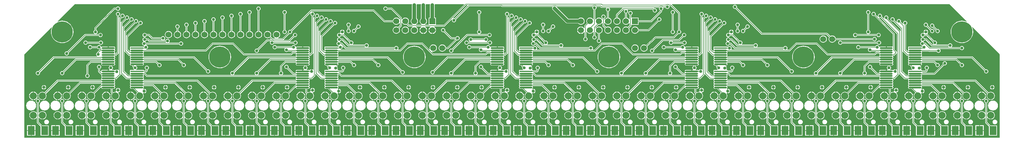
<source format=gbl>
G04 Layer_Physical_Order=2*
G04 Layer_Color=16711680*
%FSLAX25Y25*%
%MOIN*%
G70*
G01*
G75*
%ADD12C,0.00787*%
%ADD13C,0.06693*%
%ADD14C,0.23622*%
%ADD15R,0.06693X0.06693*%
%ADD16C,0.07874*%
%ADD17C,0.03347*%
%ADD18O,0.14173X0.01772*%
%ADD19R,0.14173X0.01772*%
%ADD20R,0.07677X0.10236*%
%ADD21C,0.03937*%
G36*
X323996Y95870D02*
Y77943D01*
X323497Y77812D01*
X322740Y78318D01*
X322173Y78430D01*
Y76000D01*
X321386D01*
Y78430D01*
X320819Y78318D01*
X320005Y77774D01*
X319808Y77478D01*
X319140Y77378D01*
X318909Y77533D01*
X318256Y77663D01*
X316477D01*
X316325Y78163D01*
X316632Y78368D01*
X317132Y79117D01*
X317308Y80000D01*
X317132Y80883D01*
X316632Y81632D01*
X316003Y82052D01*
Y82538D01*
X318256D01*
X318832Y82653D01*
X319320Y82979D01*
X319647Y83467D01*
X319761Y84043D01*
X319647Y84619D01*
X319399Y84989D01*
X319351Y85323D01*
X319399Y85656D01*
X319647Y86026D01*
X319761Y86602D01*
X319647Y87178D01*
X319399Y87549D01*
X319351Y87882D01*
X319399Y88215D01*
X319647Y88585D01*
X319761Y89161D01*
X319647Y89737D01*
X319399Y90108D01*
X319351Y90441D01*
X319399Y90774D01*
X319647Y91144D01*
X319761Y91720D01*
X319647Y92296D01*
X319399Y92667D01*
X319377Y92821D01*
X319710Y93276D01*
X320280D01*
X320664Y93352D01*
X320989Y93570D01*
X323497Y96077D01*
X323996Y95870D01*
D02*
G37*
G36*
X971996D02*
Y77964D01*
X971496Y77798D01*
X970783Y78275D01*
X970216Y78387D01*
Y75957D01*
X969429D01*
Y78387D01*
X968863Y78275D01*
X968049Y77731D01*
X967844Y77424D01*
X967190Y77345D01*
X966909Y77533D01*
X966256Y77663D01*
X964477D01*
X964325Y78163D01*
X964632Y78368D01*
X965132Y79117D01*
X965308Y80000D01*
X965132Y80883D01*
X964632Y81632D01*
X964003Y82052D01*
Y82538D01*
X966256D01*
X966832Y82653D01*
X967320Y82979D01*
X967647Y83467D01*
X967761Y84043D01*
X967647Y84619D01*
X967399Y84989D01*
X967351Y85323D01*
X967399Y85656D01*
X967647Y86026D01*
X967761Y86602D01*
X967647Y87178D01*
X967399Y87549D01*
X967351Y87882D01*
X967399Y88215D01*
X967647Y88585D01*
X967761Y89161D01*
X967647Y89737D01*
X967399Y90108D01*
X967351Y90441D01*
X967399Y90774D01*
X967647Y91144D01*
X967761Y91720D01*
X967647Y92296D01*
X967399Y92667D01*
X967377Y92821D01*
X967710Y93276D01*
X968279D01*
X968664Y93352D01*
X968989Y93570D01*
X971496Y96077D01*
X971996Y95870D01*
D02*
G37*
G36*
X362290Y104290D02*
X362616Y104073D01*
X363000Y103997D01*
X380948D01*
X381277Y103504D01*
X381082Y103004D01*
X360467D01*
X355761Y107710D01*
X355435Y107927D01*
X355051Y108003D01*
X354052D01*
X353632Y108632D01*
X353315Y108844D01*
X353383Y109368D01*
X354132Y109868D01*
X354552Y110496D01*
X356084D01*
X362290Y104290D01*
D02*
G37*
G36*
X359342Y101290D02*
X359667Y101073D01*
X360051Y100996D01*
X413667D01*
X413814Y100759D01*
X413535Y100259D01*
X354389D01*
X354340Y100759D01*
X354883Y100868D01*
X355632Y101368D01*
X356132Y102117D01*
X356308Y103000D01*
X356155Y103770D01*
X356557Y104061D01*
X356567Y104065D01*
X359342Y101290D01*
D02*
G37*
G36*
X755997Y95870D02*
Y77964D01*
X755497Y77798D01*
X754783Y78275D01*
X754217Y78387D01*
Y75957D01*
X753429D01*
Y78387D01*
X752863Y78275D01*
X752049Y77731D01*
X751844Y77424D01*
X751190Y77345D01*
X750909Y77533D01*
X750256Y77663D01*
X748477D01*
X748325Y78163D01*
X748632Y78368D01*
X749132Y79117D01*
X749308Y80000D01*
X749132Y80883D01*
X748632Y81632D01*
X748003Y82052D01*
Y82538D01*
X750256D01*
X750832Y82653D01*
X751320Y82979D01*
X751647Y83467D01*
X751761Y84043D01*
X751647Y84619D01*
X751399Y84989D01*
X751351Y85323D01*
X751399Y85656D01*
X751647Y86026D01*
X751761Y86602D01*
X751647Y87178D01*
X751399Y87549D01*
X751351Y87882D01*
X751399Y88215D01*
X751647Y88585D01*
X751761Y89161D01*
X751647Y89737D01*
X751399Y90108D01*
X751351Y90441D01*
X751399Y90774D01*
X751647Y91144D01*
X751761Y91720D01*
X751647Y92296D01*
X751399Y92667D01*
X751377Y92821D01*
X751710Y93276D01*
X752280D01*
X752664Y93352D01*
X752989Y93570D01*
X755497Y96077D01*
X755997Y95870D01*
D02*
G37*
G36*
X952283Y90441D02*
X952124Y90165D01*
X924161D01*
X923777Y90088D01*
X923452Y89871D01*
X909741Y76161D01*
X909000Y76308D01*
X908117Y76132D01*
X907368Y75632D01*
X906868Y74883D01*
X906692Y74000D01*
X906868Y73117D01*
X907368Y72368D01*
X907407Y72342D01*
X907255Y71842D01*
X883745D01*
X883593Y72342D01*
X883632Y72368D01*
X884132Y73117D01*
X884308Y74000D01*
X884161Y74741D01*
X900136Y90717D01*
X952124D01*
X952283Y90441D01*
D02*
G37*
G36*
X736283D02*
X736124Y90165D01*
X708161D01*
X707777Y90088D01*
X707452Y89871D01*
X693741Y76161D01*
X693000Y76308D01*
X692117Y76132D01*
X691368Y75632D01*
X690868Y74883D01*
X690692Y74000D01*
X690868Y73117D01*
X691368Y72368D01*
X691406Y72342D01*
X691255Y71842D01*
X667745D01*
X667593Y72342D01*
X667632Y72368D01*
X668132Y73117D01*
X668308Y74000D01*
X668161Y74741D01*
X684136Y90717D01*
X736124D01*
X736283Y90441D01*
D02*
G37*
G36*
X539996Y95870D02*
Y77964D01*
X539497Y77798D01*
X538783Y78275D01*
X538217Y78387D01*
Y75957D01*
X537429D01*
Y78387D01*
X536863Y78275D01*
X536049Y77731D01*
X535844Y77424D01*
X535190Y77345D01*
X534909Y77533D01*
X534256Y77663D01*
X532477D01*
X532325Y78163D01*
X532632Y78368D01*
X533132Y79117D01*
X533308Y80000D01*
X533132Y80883D01*
X532632Y81632D01*
X532003Y82052D01*
Y82538D01*
X534256D01*
X534832Y82653D01*
X535320Y82979D01*
X535647Y83467D01*
X535761Y84043D01*
X535647Y84619D01*
X535399Y84989D01*
X535351Y85323D01*
X535399Y85656D01*
X535647Y86026D01*
X535761Y86602D01*
X535647Y87178D01*
X535399Y87549D01*
X535351Y87882D01*
X535399Y88215D01*
X535647Y88585D01*
X535761Y89161D01*
X535647Y89737D01*
X535399Y90108D01*
X535351Y90441D01*
X535399Y90774D01*
X535647Y91144D01*
X535761Y91720D01*
X535647Y92296D01*
X535399Y92667D01*
X535377Y92821D01*
X535710Y93276D01*
X536279D01*
X536664Y93352D01*
X536989Y93570D01*
X539497Y96077D01*
X539996Y95870D01*
D02*
G37*
G36*
X107996D02*
Y77536D01*
X107518Y77390D01*
X107467Y77467D01*
X106653Y78011D01*
X106087Y78123D01*
Y75693D01*
X105299D01*
Y78123D01*
X104733Y78011D01*
X103919Y77467D01*
X103867Y77389D01*
X103222Y77324D01*
X102909Y77533D01*
X102256Y77663D01*
X100477D01*
X100325Y78163D01*
X100632Y78368D01*
X101132Y79117D01*
X101308Y80000D01*
X101132Y80883D01*
X100632Y81632D01*
X100004Y82052D01*
Y82538D01*
X102256D01*
X102832Y82653D01*
X103320Y82979D01*
X103647Y83467D01*
X103761Y84043D01*
X103647Y84619D01*
X103399Y84989D01*
X103351Y85323D01*
X103399Y85656D01*
X103647Y86026D01*
X103761Y86602D01*
X103647Y87178D01*
X103399Y87549D01*
X103351Y87882D01*
X103399Y88215D01*
X103647Y88585D01*
X103761Y89161D01*
X103647Y89737D01*
X103399Y90108D01*
X103351Y90441D01*
X103399Y90774D01*
X103647Y91144D01*
X103761Y91720D01*
X103647Y92296D01*
X103399Y92667D01*
X103377Y92821D01*
X103710Y93276D01*
X104279D01*
X104664Y93352D01*
X104989Y93570D01*
X107497Y96077D01*
X107996Y95870D01*
D02*
G37*
G36*
X1011839Y108741D02*
X1011692Y108000D01*
X1011868Y107117D01*
X1012277Y106503D01*
X1012082Y106003D01*
X1011416D01*
X1005210Y112210D01*
X1004884Y112427D01*
X1004500Y112504D01*
X1002552D01*
X1002132Y113132D01*
X1001383Y113632D01*
X1000817Y113745D01*
Y114255D01*
X1001383Y114368D01*
X1002132Y114868D01*
X1002552Y115497D01*
X1005084D01*
X1011839Y108741D01*
D02*
G37*
G36*
X795839D02*
X795692Y108000D01*
X795868Y107117D01*
X796277Y106503D01*
X796082Y106003D01*
X795416D01*
X789210Y112210D01*
X788884Y112427D01*
X788500Y112504D01*
X786552D01*
X786132Y113132D01*
X785383Y113632D01*
X784817Y113745D01*
Y114255D01*
X785383Y114368D01*
X786132Y114868D01*
X786552Y115497D01*
X789084D01*
X795839Y108741D01*
D02*
G37*
G36*
X144290Y112290D02*
X144616Y112073D01*
X145000Y111996D01*
X154948D01*
X155277Y111504D01*
X155082Y111003D01*
X142416D01*
X141210Y112210D01*
X140884Y112427D01*
X140500Y112504D01*
X138552D01*
X138132Y113132D01*
X137383Y113632D01*
X136817Y113745D01*
Y114255D01*
X137383Y114368D01*
X138132Y114868D01*
X138552Y115497D01*
X141084D01*
X144290Y112290D01*
D02*
G37*
G36*
X141290Y109290D02*
X141616Y109073D01*
X142000Y108996D01*
X159948D01*
X160277Y108503D01*
X160082Y108003D01*
X138052D01*
X137632Y108632D01*
X137315Y108844D01*
X137383Y109368D01*
X138132Y109868D01*
X138552Y110496D01*
X140084D01*
X141290Y109290D01*
D02*
G37*
G36*
X579839Y108741D02*
X579692Y108000D01*
X579868Y107117D01*
X580277Y106503D01*
X580082Y106003D01*
X579416D01*
X573210Y112210D01*
X572884Y112427D01*
X572500Y112504D01*
X570552D01*
X570132Y113132D01*
X569383Y113632D01*
X568817Y113745D01*
Y114255D01*
X569383Y114368D01*
X570132Y114868D01*
X570552Y115497D01*
X573084D01*
X579839Y108741D01*
D02*
G37*
G36*
X794290Y104290D02*
X794616Y104073D01*
X795000Y103997D01*
X812948D01*
X813277Y103504D01*
X813082Y103004D01*
X792467D01*
X787761Y107710D01*
X787435Y107927D01*
X787051Y108003D01*
X786052D01*
X785632Y108632D01*
X785315Y108844D01*
X785383Y109368D01*
X786132Y109868D01*
X786552Y110496D01*
X788084D01*
X794290Y104290D01*
D02*
G37*
G36*
X578290D02*
X578616Y104073D01*
X579000Y103997D01*
X596948D01*
X597277Y103504D01*
X597082Y103004D01*
X576467D01*
X571761Y107710D01*
X571435Y107927D01*
X571051Y108003D01*
X570052D01*
X569632Y108632D01*
X569315Y108844D01*
X569383Y109368D01*
X570132Y109868D01*
X570552Y110496D01*
X572084D01*
X578290Y104290D01*
D02*
G37*
G36*
X363839Y108741D02*
X363692Y108000D01*
X363868Y107117D01*
X364277Y106503D01*
X364082Y106003D01*
X363416D01*
X357210Y112210D01*
X356884Y112427D01*
X356500Y112504D01*
X354552D01*
X354132Y113132D01*
X353383Y113632D01*
X352817Y113745D01*
Y114255D01*
X353383Y114368D01*
X354132Y114868D01*
X354552Y115497D01*
X357084D01*
X363839Y108741D01*
D02*
G37*
G36*
X1010290Y104290D02*
X1010616Y104073D01*
X1011000Y103997D01*
X1028948D01*
X1029277Y103504D01*
X1029082Y103004D01*
X1008467D01*
X1003761Y107710D01*
X1003435Y107927D01*
X1003051Y108003D01*
X1002052D01*
X1001632Y108632D01*
X1001315Y108844D01*
X1001383Y109368D01*
X1002132Y109868D01*
X1002552Y110496D01*
X1004084D01*
X1010290Y104290D01*
D02*
G37*
G36*
X767011Y93570D02*
X767336Y93352D01*
X767721Y93276D01*
X768290D01*
X768623Y92821D01*
X768601Y92667D01*
X768353Y92296D01*
X768239Y91720D01*
X768353Y91144D01*
X768601Y90774D01*
X768649Y90441D01*
X768601Y90108D01*
X768353Y89737D01*
X768239Y89161D01*
X768353Y88585D01*
X768601Y88215D01*
X768649Y87882D01*
X768601Y87549D01*
X768353Y87178D01*
X768239Y86602D01*
X768353Y86026D01*
X768601Y85656D01*
X768649Y85323D01*
X768601Y84989D01*
X768353Y84619D01*
X768239Y84043D01*
X768353Y83467D01*
X768680Y82979D01*
X769168Y82653D01*
X769744Y82538D01*
X771004D01*
Y81992D01*
X771081Y81608D01*
X771298Y81283D01*
X771839Y80741D01*
X771692Y80000D01*
X771868Y79117D01*
X772368Y78368D01*
X773019Y77933D01*
X772933Y77433D01*
X768268D01*
Y74480D01*
X768268Y74480D01*
X768268D01*
X768358Y73980D01*
X768353Y73974D01*
X768239Y73398D01*
X768353Y72822D01*
X768601Y72452D01*
X768623Y72297D01*
X768290Y71842D01*
X766577D01*
X762004Y76416D01*
Y97870D01*
X762503Y98077D01*
X767011Y93570D01*
D02*
G37*
G36*
X736283Y87882D02*
X736124Y87606D01*
X724602D01*
X724218Y87529D01*
X723893Y87312D01*
X719290Y82710D01*
X719073Y82384D01*
X718996Y82000D01*
Y76052D01*
X718368Y75632D01*
X717868Y74883D01*
X717692Y74000D01*
X717868Y73117D01*
X718368Y72368D01*
X718406Y72342D01*
X718255Y71842D01*
X694745D01*
X694593Y72342D01*
X694632Y72368D01*
X695132Y73117D01*
X695308Y74000D01*
X695161Y74741D01*
X708577Y88158D01*
X736124D01*
X736283Y87882D01*
D02*
G37*
G36*
X983011Y93570D02*
X983336Y93352D01*
X983720Y93276D01*
X984290D01*
X984623Y92821D01*
X984601Y92667D01*
X984353Y92296D01*
X984239Y91720D01*
X984353Y91144D01*
X984601Y90774D01*
X984649Y90441D01*
X984601Y90108D01*
X984353Y89737D01*
X984239Y89161D01*
X984353Y88585D01*
X984601Y88215D01*
X984649Y87882D01*
X984601Y87549D01*
X984353Y87178D01*
X984239Y86602D01*
X984353Y86026D01*
X984601Y85656D01*
X984649Y85323D01*
X984601Y84989D01*
X984353Y84619D01*
X984239Y84043D01*
X984353Y83467D01*
X984680Y82979D01*
X985168Y82653D01*
X985744Y82538D01*
X987004D01*
Y81992D01*
X987081Y81608D01*
X987298Y81283D01*
X987839Y80741D01*
X987692Y80000D01*
X987868Y79117D01*
X988368Y78368D01*
X989019Y77933D01*
X988933Y77433D01*
X984268D01*
Y74480D01*
X984268Y74480D01*
X984268D01*
X984358Y73980D01*
X984353Y73974D01*
X984239Y73398D01*
X984353Y72822D01*
X984601Y72452D01*
X984623Y72297D01*
X984290Y71842D01*
X982577D01*
X978004Y76416D01*
Y97870D01*
X978504Y98077D01*
X983011Y93570D01*
D02*
G37*
G36*
X952283Y87882D02*
X952124Y87606D01*
X940602D01*
X940218Y87529D01*
X939893Y87312D01*
X935290Y82710D01*
X935073Y82384D01*
X934997Y82000D01*
Y76052D01*
X934368Y75632D01*
X933868Y74883D01*
X933692Y74000D01*
X933868Y73117D01*
X934368Y72368D01*
X934406Y72342D01*
X934255Y71842D01*
X910745D01*
X910594Y72342D01*
X910632Y72368D01*
X911132Y73117D01*
X911308Y74000D01*
X911161Y74741D01*
X924577Y88158D01*
X952124D01*
X952283Y87882D01*
D02*
G37*
G36*
X551011Y93570D02*
X551336Y93352D01*
X551721Y93276D01*
X552290D01*
X552623Y92821D01*
X552601Y92667D01*
X552353Y92296D01*
X552239Y91720D01*
X552353Y91144D01*
X552601Y90774D01*
X552649Y90441D01*
X552601Y90108D01*
X552353Y89737D01*
X552239Y89161D01*
X552353Y88585D01*
X552601Y88215D01*
X552649Y87882D01*
X552601Y87549D01*
X552353Y87178D01*
X552239Y86602D01*
X552353Y86026D01*
X552601Y85656D01*
X552649Y85323D01*
X552601Y84989D01*
X552353Y84619D01*
X552239Y84043D01*
X552353Y83467D01*
X552680Y82979D01*
X553168Y82653D01*
X553744Y82538D01*
X555004D01*
Y81992D01*
X555081Y81608D01*
X555298Y81283D01*
X555839Y80741D01*
X555692Y80000D01*
X555868Y79117D01*
X556368Y78368D01*
X557019Y77933D01*
X556933Y77433D01*
X552268D01*
Y74480D01*
X552268Y74480D01*
X552268D01*
X552358Y73980D01*
X552353Y73974D01*
X552239Y73398D01*
X552353Y72822D01*
X552601Y72452D01*
X552623Y72297D01*
X552290Y71842D01*
X550577D01*
X546003Y76416D01*
Y97870D01*
X546503Y98077D01*
X551011Y93570D01*
D02*
G37*
G36*
X304283Y87882D02*
X304124Y87606D01*
X292602D01*
X292218Y87529D01*
X291893Y87312D01*
X287290Y82710D01*
X287073Y82384D01*
X286997Y82000D01*
Y76052D01*
X286368Y75632D01*
X285868Y74883D01*
X285692Y74000D01*
X285868Y73117D01*
X286368Y72368D01*
X286406Y72342D01*
X286255Y71842D01*
X262745D01*
X262594Y72342D01*
X262632Y72368D01*
X263132Y73117D01*
X263308Y74000D01*
X263161Y74741D01*
X276577Y88158D01*
X304124D01*
X304283Y87882D01*
D02*
G37*
G36*
X119011Y93570D02*
X119336Y93352D01*
X119720Y93276D01*
X120290D01*
X120623Y92821D01*
X120601Y92667D01*
X120353Y92296D01*
X120239Y91720D01*
X120353Y91144D01*
X120601Y90774D01*
X120649Y90441D01*
X120601Y90108D01*
X120353Y89737D01*
X120239Y89161D01*
X120353Y88585D01*
X120601Y88215D01*
X120649Y87882D01*
X120601Y87549D01*
X120353Y87178D01*
X120239Y86602D01*
X120353Y86026D01*
X120601Y85656D01*
X120649Y85323D01*
X120601Y84989D01*
X120353Y84619D01*
X120239Y84043D01*
X120353Y83467D01*
X120680Y82979D01*
X121168Y82653D01*
X121744Y82538D01*
X123004D01*
Y81992D01*
X123081Y81608D01*
X123298Y81283D01*
X123839Y80741D01*
X123692Y80000D01*
X123868Y79117D01*
X124368Y78368D01*
X125019Y77933D01*
X124933Y77433D01*
X120268D01*
Y74480D01*
X120268Y74480D01*
X120268D01*
X120358Y73980D01*
X120353Y73974D01*
X120239Y73398D01*
X120353Y72822D01*
X120601Y72452D01*
X120623Y72297D01*
X120290Y71842D01*
X118577D01*
X114004Y76416D01*
Y97870D01*
X114504Y98077D01*
X119011Y93570D01*
D02*
G37*
G36*
X520284Y87882D02*
X520124Y87606D01*
X508602D01*
X508218Y87529D01*
X507893Y87312D01*
X503290Y82710D01*
X503073Y82384D01*
X502996Y82000D01*
Y76052D01*
X502368Y75632D01*
X501868Y74883D01*
X501692Y74000D01*
X501868Y73117D01*
X502368Y72368D01*
X502407Y72342D01*
X502255Y71842D01*
X478745D01*
X478593Y72342D01*
X478632Y72368D01*
X479132Y73117D01*
X479308Y74000D01*
X479161Y74741D01*
X492577Y88158D01*
X520124D01*
X520284Y87882D01*
D02*
G37*
G36*
X335011Y93570D02*
X335336Y93352D01*
X335720Y93276D01*
X336290D01*
X336623Y92821D01*
X336601Y92667D01*
X336353Y92296D01*
X336239Y91720D01*
X336353Y91144D01*
X336601Y90774D01*
X336649Y90441D01*
X336601Y90108D01*
X336353Y89737D01*
X336239Y89161D01*
X336353Y88585D01*
X336601Y88215D01*
X336649Y87882D01*
X336601Y87549D01*
X336353Y87178D01*
X336239Y86602D01*
X336353Y86026D01*
X336601Y85656D01*
X336649Y85323D01*
X336601Y84989D01*
X336353Y84619D01*
X336239Y84043D01*
X336353Y83467D01*
X336680Y82979D01*
X337168Y82653D01*
X337744Y82538D01*
X339004D01*
Y81992D01*
X339081Y81608D01*
X339298Y81283D01*
X339839Y80741D01*
X339692Y80000D01*
X339868Y79117D01*
X340368Y78368D01*
X341019Y77933D01*
X340933Y77433D01*
X336268D01*
Y74480D01*
X336268Y74480D01*
X336268D01*
X336358Y73980D01*
X336353Y73974D01*
X336239Y73398D01*
X336353Y72822D01*
X336601Y72452D01*
X336623Y72297D01*
X336290Y71842D01*
X334577D01*
X330003Y76416D01*
Y97870D01*
X330504Y98077D01*
X335011Y93570D01*
D02*
G37*
G36*
X736733Y85144D02*
X736711Y84989D01*
X736464Y84619D01*
X736349Y84043D01*
X736464Y83467D01*
X736790Y82979D01*
X737278Y82653D01*
X737854Y82538D01*
X745997D01*
Y82052D01*
X745368Y81632D01*
X744868Y80883D01*
X744692Y80000D01*
X744868Y79117D01*
X745368Y78368D01*
X745675Y78163D01*
X745523Y77663D01*
X744449D01*
Y75957D01*
X744055D01*
Y75563D01*
X736227D01*
X736278Y75304D01*
X736547Y74901D01*
X736350Y74428D01*
X736326Y74401D01*
X734018D01*
X728161Y80259D01*
X728308Y81000D01*
X728132Y81883D01*
X727632Y82632D01*
X726883Y83132D01*
X726000Y83308D01*
X725117Y83132D01*
X724368Y82632D01*
X723868Y81883D01*
X723692Y81000D01*
X723868Y80117D01*
X724368Y79368D01*
X725117Y78868D01*
X726000Y78692D01*
X726741Y78839D01*
X732893Y72688D01*
X733218Y72470D01*
X733602Y72394D01*
X736124D01*
X736283Y72118D01*
X736124Y71842D01*
X721745D01*
X721594Y72342D01*
X721632Y72368D01*
X722132Y73117D01*
X722308Y74000D01*
X722132Y74883D01*
X721632Y75632D01*
X721003Y76052D01*
Y81584D01*
X725018Y85599D01*
X736401D01*
X736733Y85144D01*
D02*
G37*
G36*
X520733D02*
X520711Y84989D01*
X520464Y84619D01*
X520349Y84043D01*
X520464Y83467D01*
X520790Y82979D01*
X521278Y82653D01*
X521854Y82538D01*
X529996D01*
Y82052D01*
X529368Y81632D01*
X528868Y80883D01*
X528692Y80000D01*
X528868Y79117D01*
X529368Y78368D01*
X529675Y78163D01*
X529523Y77663D01*
X528449D01*
Y75957D01*
X528055D01*
Y75563D01*
X520227D01*
X520278Y75304D01*
X520547Y74901D01*
X520350Y74428D01*
X520326Y74401D01*
X518018D01*
X512161Y80259D01*
X512308Y81000D01*
X512132Y81883D01*
X511632Y82632D01*
X510883Y83132D01*
X510000Y83308D01*
X509117Y83132D01*
X508368Y82632D01*
X507868Y81883D01*
X507692Y81000D01*
X507868Y80117D01*
X508368Y79368D01*
X509117Y78868D01*
X510000Y78692D01*
X510741Y78839D01*
X516893Y72688D01*
X517218Y72470D01*
X517602Y72394D01*
X520124D01*
X520284Y72118D01*
X520124Y71842D01*
X505745D01*
X505593Y72342D01*
X505632Y72368D01*
X506132Y73117D01*
X506308Y74000D01*
X506132Y74883D01*
X505632Y75632D01*
X505003Y76052D01*
Y81584D01*
X509018Y85599D01*
X520400D01*
X520733Y85144D01*
D02*
G37*
G36*
X304283Y90441D02*
X304124Y90165D01*
X276161D01*
X275777Y90088D01*
X275452Y89871D01*
X261741Y76161D01*
X261000Y76308D01*
X260117Y76132D01*
X259368Y75632D01*
X258868Y74883D01*
X258692Y74000D01*
X258868Y73117D01*
X259368Y72368D01*
X259406Y72342D01*
X259255Y71842D01*
X235745D01*
X235594Y72342D01*
X235632Y72368D01*
X236132Y73117D01*
X236308Y74000D01*
X236161Y74741D01*
X252136Y90717D01*
X304124D01*
X304283Y90441D01*
D02*
G37*
G36*
X952733Y85144D02*
X952711Y84989D01*
X952464Y84619D01*
X952349Y84043D01*
X952464Y83467D01*
X952790Y82979D01*
X953278Y82653D01*
X953854Y82538D01*
X961996D01*
Y82052D01*
X961368Y81632D01*
X960868Y80883D01*
X960692Y80000D01*
X960868Y79117D01*
X961368Y78368D01*
X961675Y78163D01*
X961523Y77663D01*
X960449D01*
Y75957D01*
X960055D01*
Y75563D01*
X952227D01*
X952278Y75304D01*
X952547Y74901D01*
X952350Y74428D01*
X952326Y74401D01*
X950018D01*
X944161Y80259D01*
X944308Y81000D01*
X944132Y81883D01*
X943632Y82632D01*
X942883Y83132D01*
X942000Y83308D01*
X941117Y83132D01*
X940368Y82632D01*
X939868Y81883D01*
X939692Y81000D01*
X939868Y80117D01*
X940368Y79368D01*
X941117Y78868D01*
X942000Y78692D01*
X942741Y78839D01*
X948893Y72688D01*
X949218Y72470D01*
X949602Y72394D01*
X952124D01*
X952283Y72118D01*
X952124Y71842D01*
X937745D01*
X937593Y72342D01*
X937632Y72368D01*
X938132Y73117D01*
X938308Y74000D01*
X938132Y74883D01*
X937632Y75632D01*
X937004Y76052D01*
Y81584D01*
X941018Y85599D01*
X952400D01*
X952733Y85144D01*
D02*
G37*
G36*
X304733D02*
X304711Y84989D01*
X304464Y84619D01*
X304349Y84043D01*
X304464Y83467D01*
X304790Y82979D01*
X305278Y82653D01*
X305854Y82538D01*
X313997D01*
Y82052D01*
X313368Y81632D01*
X312868Y80883D01*
X312692Y80000D01*
X312868Y79117D01*
X313368Y78368D01*
X313675Y78163D01*
X313523Y77663D01*
X312449D01*
Y75957D01*
X312055D01*
Y75563D01*
X304227D01*
X304278Y75304D01*
X304547Y74901D01*
X304350Y74428D01*
X304326Y74401D01*
X302018D01*
X296161Y80259D01*
X296308Y81000D01*
X296132Y81883D01*
X295632Y82632D01*
X294883Y83132D01*
X294000Y83308D01*
X293117Y83132D01*
X292368Y82632D01*
X291868Y81883D01*
X291692Y81000D01*
X291868Y80117D01*
X292368Y79368D01*
X293117Y78868D01*
X294000Y78692D01*
X294741Y78839D01*
X300893Y72688D01*
X301218Y72470D01*
X301602Y72394D01*
X304124D01*
X304283Y72118D01*
X304124Y71842D01*
X289745D01*
X289594Y72342D01*
X289632Y72368D01*
X290132Y73117D01*
X290308Y74000D01*
X290132Y74883D01*
X289632Y75632D01*
X289003Y76052D01*
Y81584D01*
X293018Y85599D01*
X304400D01*
X304733Y85144D01*
D02*
G37*
G36*
X246290Y94290D02*
X246616Y94073D01*
X247000Y93997D01*
X299000D01*
X299384Y94073D01*
X299710Y94290D01*
X301254Y95835D01*
X304400D01*
X304733Y95380D01*
X304711Y95226D01*
X304464Y94856D01*
X304349Y94279D01*
X304464Y93704D01*
X304711Y93333D01*
X304733Y93179D01*
X304401Y92724D01*
X251720D01*
X251336Y92648D01*
X251011Y92430D01*
X234741Y76161D01*
X234000Y76308D01*
X233117Y76132D01*
X232368Y75632D01*
X231868Y74883D01*
X231692Y74000D01*
X231868Y73117D01*
X232368Y72368D01*
X232406Y72342D01*
X232255Y71842D01*
X139577D01*
X137312Y74107D01*
X136986Y74325D01*
X136602Y74401D01*
X136539D01*
X136079Y74897D01*
X136080Y74910D01*
X137913D01*
X138297Y74986D01*
X138623Y75204D01*
X139710Y76290D01*
X139927Y76616D01*
X140004Y77000D01*
Y77948D01*
X140632Y78368D01*
X141132Y79117D01*
X141308Y80000D01*
X141132Y80883D01*
X140632Y81632D01*
X139883Y82132D01*
X139000Y82308D01*
X138117Y82132D01*
X137368Y81632D01*
X136868Y80883D01*
X136692Y80000D01*
X136868Y79117D01*
X137368Y78368D01*
X137996Y77948D01*
Y77416D01*
X137498Y76917D01*
X135622D01*
Y77433D01*
X127067D01*
X126981Y77933D01*
X127632Y78368D01*
X128132Y79117D01*
X128308Y80000D01*
X128132Y80883D01*
X127632Y81632D01*
X127025Y82038D01*
X127176Y82538D01*
X134146D01*
X134722Y82653D01*
X135210Y82979D01*
X135536Y83467D01*
X135651Y84043D01*
X135536Y84619D01*
X135289Y84989D01*
X135267Y85144D01*
X135600Y85599D01*
X148982D01*
X150839Y83741D01*
X150692Y83000D01*
X150868Y82117D01*
X151368Y81368D01*
X152117Y80868D01*
X153000Y80692D01*
X153883Y80868D01*
X154632Y81368D01*
X155132Y82117D01*
X155308Y83000D01*
X155132Y83883D01*
X154632Y84632D01*
X153883Y85132D01*
X153000Y85308D01*
X152259Y85161D01*
X150107Y87312D01*
X149782Y87529D01*
X149398Y87606D01*
X135876D01*
X135716Y87882D01*
X135876Y88158D01*
X173423D01*
X177839Y83741D01*
X177692Y83000D01*
X177868Y82117D01*
X178368Y81368D01*
X179117Y80868D01*
X180000Y80692D01*
X180883Y80868D01*
X181632Y81368D01*
X182132Y82117D01*
X182308Y83000D01*
X182132Y83883D01*
X181632Y84632D01*
X180883Y85132D01*
X180000Y85308D01*
X179259Y85161D01*
X174548Y89871D01*
X174223Y90088D01*
X173839Y90165D01*
X135876D01*
X135716Y90441D01*
X135876Y90717D01*
X190864D01*
X204839Y76741D01*
X204692Y76000D01*
X204868Y75117D01*
X205368Y74368D01*
X206117Y73868D01*
X207000Y73692D01*
X207883Y73868D01*
X208632Y74368D01*
X209132Y75117D01*
X209308Y76000D01*
X209132Y76883D01*
X208632Y77632D01*
X207883Y78132D01*
X207000Y78308D01*
X206259Y78161D01*
X191989Y92430D01*
X191664Y92648D01*
X191279Y92724D01*
X135600D01*
X135267Y93179D01*
X135289Y93333D01*
X135536Y93704D01*
X135651Y94279D01*
X135536Y94856D01*
X135289Y95226D01*
X135241Y95559D01*
X135289Y95893D01*
X135536Y96263D01*
X135651Y96839D01*
X135536Y97415D01*
X135311Y97752D01*
X135508Y98226D01*
X135532Y98252D01*
X204256D01*
X204640Y98329D01*
X204965Y98546D01*
X212416Y105997D01*
X234584D01*
X246290Y94290D01*
D02*
G37*
G36*
X456290D02*
X456616Y94073D01*
X457000Y93997D01*
X515000D01*
X515384Y94073D01*
X515710Y94290D01*
X517254Y95835D01*
X520400D01*
X520733Y95380D01*
X520711Y95226D01*
X520464Y94856D01*
X520349Y94279D01*
X520464Y93704D01*
X520711Y93333D01*
X520733Y93179D01*
X520401Y92724D01*
X472970D01*
X472586Y92648D01*
X472261Y92430D01*
X456991Y77161D01*
X456250Y77308D01*
X455367Y77132D01*
X454618Y76632D01*
X454118Y75883D01*
X453942Y75000D01*
X454118Y74117D01*
X454618Y73368D01*
X455367Y72868D01*
X456250Y72692D01*
X457133Y72868D01*
X457882Y73368D01*
X458382Y74117D01*
X458558Y75000D01*
X458411Y75741D01*
X473386Y90717D01*
X520124D01*
X520284Y90441D01*
X520124Y90165D01*
X492161D01*
X491777Y90088D01*
X491452Y89871D01*
X477741Y76161D01*
X477000Y76308D01*
X476117Y76132D01*
X475368Y75632D01*
X474868Y74883D01*
X474692Y74000D01*
X474868Y73117D01*
X475368Y72368D01*
X475407Y72342D01*
X475255Y71842D01*
X355577D01*
X353312Y74107D01*
X352986Y74325D01*
X352602Y74401D01*
X352539D01*
X352079Y74897D01*
X352080Y74910D01*
X355913D01*
X356297Y74986D01*
X356623Y75204D01*
X357710Y76290D01*
X357927Y76616D01*
X358003Y77000D01*
Y77948D01*
X358632Y78368D01*
X359132Y79117D01*
X359308Y80000D01*
X359132Y80883D01*
X358632Y81632D01*
X357883Y82132D01*
X357000Y82308D01*
X356117Y82132D01*
X355368Y81632D01*
X354868Y80883D01*
X354692Y80000D01*
X354868Y79117D01*
X355368Y78368D01*
X355996Y77948D01*
Y77416D01*
X355498Y76917D01*
X351622D01*
Y77433D01*
X350601D01*
X350522Y77695D01*
X350476Y77933D01*
X351011Y78733D01*
X351123Y79299D01*
X348693D01*
Y80087D01*
X351123D01*
X351011Y80653D01*
X350467Y81467D01*
X349653Y82011D01*
X349516Y82038D01*
X349565Y82538D01*
X350146D01*
X350722Y82653D01*
X351210Y82979D01*
X351536Y83467D01*
X351651Y84043D01*
X351536Y84619D01*
X351289Y84989D01*
X351267Y85144D01*
X351600Y85599D01*
X364982D01*
X366839Y83741D01*
X366692Y83000D01*
X366868Y82117D01*
X367368Y81368D01*
X368117Y80868D01*
X369000Y80692D01*
X369883Y80868D01*
X370632Y81368D01*
X371132Y82117D01*
X371308Y83000D01*
X371132Y83883D01*
X370632Y84632D01*
X369883Y85132D01*
X369000Y85308D01*
X368259Y85161D01*
X366107Y87312D01*
X365782Y87529D01*
X365398Y87606D01*
X351876D01*
X351716Y87882D01*
X351876Y88158D01*
X389423D01*
X393839Y83741D01*
X393692Y83000D01*
X393868Y82117D01*
X394368Y81368D01*
X395117Y80868D01*
X396000Y80692D01*
X396883Y80868D01*
X397632Y81368D01*
X398132Y82117D01*
X398308Y83000D01*
X398132Y83883D01*
X397632Y84632D01*
X396883Y85132D01*
X396000Y85308D01*
X395259Y85161D01*
X390548Y89871D01*
X390223Y90088D01*
X389839Y90165D01*
X351876D01*
X351716Y90441D01*
X351876Y90717D01*
X405864D01*
X420839Y75741D01*
X420692Y75000D01*
X420868Y74117D01*
X421368Y73368D01*
X422117Y72868D01*
X423000Y72692D01*
X423883Y72868D01*
X424632Y73368D01*
X425132Y74117D01*
X425308Y75000D01*
X425132Y75883D01*
X424632Y76632D01*
X423883Y77132D01*
X423000Y77308D01*
X422259Y77161D01*
X406989Y92430D01*
X406664Y92648D01*
X406280Y92724D01*
X351599D01*
X351267Y93179D01*
X351289Y93333D01*
X351536Y93704D01*
X351651Y94279D01*
X351536Y94856D01*
X351289Y95226D01*
X351241Y95559D01*
X351289Y95893D01*
X351536Y96263D01*
X351651Y96839D01*
X351536Y97415D01*
X351311Y97752D01*
X351507Y98226D01*
X351532Y98252D01*
X420256D01*
X420640Y98329D01*
X420965Y98546D01*
X428416Y105997D01*
X444584D01*
X456290Y94290D01*
D02*
G37*
G36*
X894290D02*
X894616Y94073D01*
X895000Y93997D01*
X947000D01*
X947384Y94073D01*
X947710Y94290D01*
X949254Y95835D01*
X952400D01*
X952733Y95380D01*
X952711Y95226D01*
X952464Y94856D01*
X952349Y94279D01*
X952464Y93704D01*
X952711Y93333D01*
X952733Y93179D01*
X952400Y92724D01*
X899720D01*
X899336Y92648D01*
X899011Y92430D01*
X882741Y76161D01*
X882000Y76308D01*
X881117Y76132D01*
X880368Y75632D01*
X879868Y74883D01*
X879692Y74000D01*
X879868Y73117D01*
X880368Y72368D01*
X880406Y72342D01*
X880255Y71842D01*
X787577D01*
X785312Y74107D01*
X784986Y74325D01*
X784602Y74401D01*
X784539D01*
X784079Y74897D01*
X784080Y74910D01*
X787913D01*
X788297Y74986D01*
X788623Y75204D01*
X789710Y76290D01*
X789927Y76616D01*
X790003Y77000D01*
Y77948D01*
X790632Y78368D01*
X791132Y79117D01*
X791308Y80000D01*
X791132Y80883D01*
X790632Y81632D01*
X789883Y82132D01*
X789000Y82308D01*
X788117Y82132D01*
X787368Y81632D01*
X786868Y80883D01*
X786692Y80000D01*
X786868Y79117D01*
X787368Y78368D01*
X787996Y77948D01*
Y77416D01*
X787498Y76917D01*
X783622D01*
Y77433D01*
X782601D01*
X782522Y77695D01*
X782476Y77933D01*
X783011Y78733D01*
X783123Y79299D01*
X780693D01*
Y80087D01*
X783123D01*
X783011Y80653D01*
X782467Y81467D01*
X781653Y82011D01*
X781516Y82038D01*
X781565Y82538D01*
X782146D01*
X782722Y82653D01*
X783210Y82979D01*
X783536Y83467D01*
X783651Y84043D01*
X783536Y84619D01*
X783289Y84989D01*
X783267Y85144D01*
X783600Y85599D01*
X796982D01*
X798839Y83741D01*
X798692Y83000D01*
X798868Y82117D01*
X799368Y81368D01*
X800117Y80868D01*
X801000Y80692D01*
X801883Y80868D01*
X802632Y81368D01*
X803132Y82117D01*
X803308Y83000D01*
X803132Y83883D01*
X802632Y84632D01*
X801883Y85132D01*
X801000Y85308D01*
X800259Y85161D01*
X798107Y87312D01*
X797782Y87529D01*
X797398Y87606D01*
X783876D01*
X783716Y87882D01*
X783876Y88158D01*
X821423D01*
X825839Y83741D01*
X825692Y83000D01*
X825868Y82117D01*
X826368Y81368D01*
X827117Y80868D01*
X828000Y80692D01*
X828883Y80868D01*
X829632Y81368D01*
X830132Y82117D01*
X830308Y83000D01*
X830132Y83883D01*
X829632Y84632D01*
X828883Y85132D01*
X828000Y85308D01*
X827259Y85161D01*
X822548Y89871D01*
X822223Y90088D01*
X821839Y90165D01*
X783876D01*
X783716Y90441D01*
X783876Y90717D01*
X838864D01*
X852839Y76741D01*
X852692Y76000D01*
X852868Y75117D01*
X853368Y74368D01*
X854117Y73868D01*
X855000Y73692D01*
X855883Y73868D01*
X856632Y74368D01*
X857132Y75117D01*
X857308Y76000D01*
X857132Y76883D01*
X856632Y77632D01*
X855883Y78132D01*
X855000Y78308D01*
X854259Y78161D01*
X839989Y92430D01*
X839664Y92648D01*
X839279Y92724D01*
X783599D01*
X783267Y93179D01*
X783289Y93333D01*
X783536Y93704D01*
X783651Y94279D01*
X783536Y94856D01*
X783289Y95226D01*
X783241Y95559D01*
X783289Y95893D01*
X783536Y96263D01*
X783651Y96839D01*
X783536Y97415D01*
X783311Y97752D01*
X783507Y98226D01*
X783532Y98252D01*
X852256D01*
X852640Y98329D01*
X852966Y98546D01*
X860416Y105997D01*
X882584D01*
X894290Y94290D01*
D02*
G37*
G36*
X678290D02*
X678616Y94073D01*
X679000Y93997D01*
X731000D01*
X731384Y94073D01*
X731710Y94290D01*
X733254Y95835D01*
X736401D01*
X736733Y95380D01*
X736711Y95226D01*
X736464Y94856D01*
X736349Y94279D01*
X736464Y93704D01*
X736711Y93333D01*
X736733Y93179D01*
X736401Y92724D01*
X683720D01*
X683336Y92648D01*
X683011Y92430D01*
X666741Y76161D01*
X666000Y76308D01*
X665117Y76132D01*
X664368Y75632D01*
X663868Y74883D01*
X663692Y74000D01*
X663868Y73117D01*
X664368Y72368D01*
X664406Y72342D01*
X664255Y71842D01*
X571577D01*
X569312Y74107D01*
X568986Y74325D01*
X568602Y74401D01*
X568539D01*
X568079Y74897D01*
X568080Y74910D01*
X571913D01*
X572297Y74986D01*
X572623Y75204D01*
X573710Y76290D01*
X573927Y76616D01*
X574004Y77000D01*
Y77948D01*
X574632Y78368D01*
X575132Y79117D01*
X575308Y80000D01*
X575132Y80883D01*
X574632Y81632D01*
X573883Y82132D01*
X573000Y82308D01*
X572117Y82132D01*
X571368Y81632D01*
X570868Y80883D01*
X570692Y80000D01*
X570868Y79117D01*
X571368Y78368D01*
X571996Y77948D01*
Y77416D01*
X571498Y76917D01*
X567622D01*
Y77433D01*
X566601D01*
X566522Y77695D01*
X566476Y77933D01*
X567011Y78733D01*
X567123Y79299D01*
X564693D01*
Y80087D01*
X567123D01*
X567011Y80653D01*
X566467Y81467D01*
X565653Y82011D01*
X565516Y82038D01*
X565565Y82538D01*
X566146D01*
X566722Y82653D01*
X567210Y82979D01*
X567536Y83467D01*
X567651Y84043D01*
X567536Y84619D01*
X567289Y84989D01*
X567267Y85144D01*
X567599Y85599D01*
X580982D01*
X582839Y83741D01*
X582692Y83000D01*
X582868Y82117D01*
X583368Y81368D01*
X584117Y80868D01*
X585000Y80692D01*
X585883Y80868D01*
X586632Y81368D01*
X587132Y82117D01*
X587308Y83000D01*
X587132Y83883D01*
X586632Y84632D01*
X585883Y85132D01*
X585000Y85308D01*
X584259Y85161D01*
X582107Y87312D01*
X581782Y87529D01*
X581398Y87606D01*
X567876D01*
X567717Y87882D01*
X567876Y88158D01*
X605423D01*
X609839Y83741D01*
X609692Y83000D01*
X609868Y82117D01*
X610368Y81368D01*
X611117Y80868D01*
X612000Y80692D01*
X612883Y80868D01*
X613632Y81368D01*
X614132Y82117D01*
X614308Y83000D01*
X614132Y83883D01*
X613632Y84632D01*
X612883Y85132D01*
X612000Y85308D01*
X611259Y85161D01*
X606548Y89871D01*
X606223Y90088D01*
X605839Y90165D01*
X567876D01*
X567717Y90441D01*
X567876Y90717D01*
X622864D01*
X636839Y76741D01*
X636692Y76000D01*
X636868Y75117D01*
X637368Y74368D01*
X638117Y73868D01*
X639000Y73692D01*
X639883Y73868D01*
X640632Y74368D01*
X641132Y75117D01*
X641308Y76000D01*
X641132Y76883D01*
X640632Y77632D01*
X639883Y78132D01*
X639000Y78308D01*
X638259Y78161D01*
X623989Y92430D01*
X623664Y92648D01*
X623279Y92724D01*
X567599D01*
X567267Y93179D01*
X567289Y93333D01*
X567536Y93704D01*
X567651Y94279D01*
X567536Y94856D01*
X567289Y95226D01*
X567241Y95559D01*
X567289Y95893D01*
X567536Y96263D01*
X567651Y96839D01*
X567536Y97415D01*
X567311Y97752D01*
X567508Y98226D01*
X567532Y98252D01*
X636256D01*
X636640Y98329D01*
X636966Y98546D01*
X644416Y105997D01*
X666584D01*
X678290Y94290D01*
D02*
G37*
G36*
X643290Y147290D02*
X643616Y147073D01*
X644000Y146996D01*
X649082D01*
X649277Y146496D01*
X648868Y145883D01*
X648692Y145000D01*
X648868Y144117D01*
X649368Y143368D01*
X649997Y142948D01*
Y135839D01*
X649972Y135836D01*
X649015Y135439D01*
X648192Y134808D01*
X647561Y133985D01*
X647504Y133847D01*
X647004Y133946D01*
Y134948D01*
X647632Y135368D01*
X648132Y136117D01*
X648308Y137000D01*
X648132Y137883D01*
X647632Y138632D01*
X646883Y139132D01*
X646000Y139308D01*
X645117Y139132D01*
X644368Y138632D01*
X643868Y137883D01*
X643692Y137000D01*
X643868Y136117D01*
X644368Y135368D01*
X644997Y134948D01*
Y133946D01*
X644496Y133847D01*
X644439Y133985D01*
X643808Y134808D01*
X642985Y135439D01*
X642028Y135836D01*
X641000Y135971D01*
X639972Y135836D01*
X639014Y135439D01*
X638192Y134808D01*
X637561Y133985D01*
X637503Y133847D01*
X637004Y133946D01*
Y144948D01*
X637632Y145368D01*
X638132Y146117D01*
X638308Y147000D01*
X638209Y147496D01*
X638612Y147996D01*
X642584D01*
X643290Y147290D01*
D02*
G37*
G36*
X495151Y149570D02*
X480741Y135161D01*
X480000Y135308D01*
X479294Y135168D01*
X479048Y135628D01*
X493451Y150032D01*
X494959D01*
X495151Y149570D01*
D02*
G37*
G36*
X491119Y150538D02*
X468584Y128004D01*
X460412D01*
X459937Y128063D01*
Y135937D01*
X458581D01*
Y150000D01*
X458515Y150500D01*
X458835Y151000D01*
X490928D01*
X491119Y150538D01*
D02*
G37*
G36*
X443485Y150500D02*
X443419Y150000D01*
Y134982D01*
X443192Y134808D01*
X442561Y133985D01*
X442164Y133028D01*
X442029Y132000D01*
X442164Y130972D01*
X442561Y130015D01*
X443192Y129192D01*
X444015Y128561D01*
X444153Y128504D01*
X444054Y128004D01*
X437946D01*
X437847Y128504D01*
X437986Y128561D01*
X438808Y129192D01*
X439439Y130015D01*
X439836Y130972D01*
X439971Y132000D01*
X439836Y133028D01*
X439439Y133985D01*
X438808Y134808D01*
X438581Y134982D01*
Y150000D01*
X438515Y150500D01*
X438835Y151000D01*
X443165D01*
X443485Y150500D01*
D02*
G37*
G36*
X453485D02*
X453419Y150000D01*
Y135937D01*
X452063D01*
Y128063D01*
X451588Y128004D01*
X447946D01*
X447847Y128504D01*
X447986Y128561D01*
X448808Y129192D01*
X449439Y130015D01*
X449836Y130972D01*
X449971Y132000D01*
X449836Y133028D01*
X449439Y133985D01*
X448808Y134808D01*
X448581Y134982D01*
Y150000D01*
X448515Y150500D01*
X448835Y151000D01*
X453165D01*
X453485Y150500D01*
D02*
G37*
G36*
X1049182Y131818D02*
X1048899Y131394D01*
X1047844Y131831D01*
X1045946Y132287D01*
X1044000Y132440D01*
X1042054Y132287D01*
X1040156Y131831D01*
X1038352Y131084D01*
X1036688Y130064D01*
X1035204Y128796D01*
X1033936Y127312D01*
X1032916Y125648D01*
X1032169Y123844D01*
X1031713Y121946D01*
X1031560Y120000D01*
X1031713Y118054D01*
X1032169Y116156D01*
X1032916Y114352D01*
X1033936Y112688D01*
X1035204Y111204D01*
X1036688Y109936D01*
X1038352Y108916D01*
X1040156Y108169D01*
X1042054Y107713D01*
X1044000Y107560D01*
X1045946Y107713D01*
X1047844Y108169D01*
X1049648Y108916D01*
X1051312Y109936D01*
X1052796Y111204D01*
X1054064Y112688D01*
X1055084Y114352D01*
X1055831Y116156D01*
X1056287Y118054D01*
X1056440Y120000D01*
X1056287Y121946D01*
X1055831Y123844D01*
X1055394Y124899D01*
X1055818Y125182D01*
X1086000Y95000D01*
Y2000D01*
X3000D01*
Y95000D01*
X33182Y125182D01*
X33606Y124899D01*
X33169Y123844D01*
X32713Y121946D01*
X32560Y120000D01*
X32713Y118054D01*
X33169Y116156D01*
X33916Y114352D01*
X34936Y112688D01*
X36204Y111204D01*
X37688Y109936D01*
X39352Y108916D01*
X41156Y108169D01*
X43054Y107713D01*
X45000Y107560D01*
X46946Y107713D01*
X48844Y108169D01*
X50648Y108916D01*
X52312Y109936D01*
X53796Y111204D01*
X55064Y112688D01*
X56084Y114352D01*
X56831Y116156D01*
X57287Y118054D01*
X57440Y120000D01*
X57287Y121946D01*
X56831Y123844D01*
X56084Y125648D01*
X55064Y127312D01*
X53796Y128796D01*
X52312Y130064D01*
X50648Y131084D01*
X48844Y131831D01*
X46946Y132287D01*
X45000Y132440D01*
X43054Y132287D01*
X41156Y131831D01*
X40101Y131394D01*
X39818Y131818D01*
X59000Y151000D01*
X433165D01*
X433485Y150500D01*
X433419Y150000D01*
Y134982D01*
X433192Y134808D01*
X432561Y133985D01*
X432164Y133028D01*
X432029Y132000D01*
X432164Y130972D01*
X432561Y130015D01*
X433192Y129192D01*
X434015Y128561D01*
X434153Y128504D01*
X434054Y128004D01*
X430416D01*
X428990Y129429D01*
X429439Y130015D01*
X429836Y130972D01*
X429971Y132000D01*
X429836Y133028D01*
X429439Y133985D01*
X428808Y134808D01*
X427985Y135439D01*
X427028Y135836D01*
X426000Y135971D01*
X424972Y135836D01*
X424015Y135439D01*
X423192Y134808D01*
X422561Y133985D01*
X422504Y133847D01*
X422004Y133946D01*
Y136000D01*
X421927Y136384D01*
X421710Y136710D01*
X411710Y146710D01*
X411384Y146927D01*
X411000Y147003D01*
X406052D01*
X405632Y147632D01*
X404883Y148132D01*
X404000Y148308D01*
X403117Y148132D01*
X402368Y147632D01*
X401868Y146883D01*
X401692Y146000D01*
X401868Y145117D01*
X402368Y144368D01*
X403117Y143868D01*
X404000Y143692D01*
X404883Y143868D01*
X405632Y144368D01*
X406052Y144997D01*
X410584D01*
X419997Y135584D01*
Y133946D01*
X419496Y133847D01*
X419439Y133985D01*
X418808Y134808D01*
X417985Y135439D01*
X417028Y135836D01*
X416000Y135971D01*
X414972Y135836D01*
X414014Y135439D01*
X413192Y134808D01*
X412561Y133985D01*
X412164Y133028D01*
X412161Y133003D01*
X403416D01*
X391710Y144710D01*
X391384Y144927D01*
X391000Y145003D01*
X322000D01*
X321616Y144927D01*
X321290Y144710D01*
X298741Y122161D01*
X298000Y122308D01*
X297117Y122132D01*
X296368Y121632D01*
X295868Y120883D01*
X295692Y120000D01*
X295839Y119259D01*
X289584Y113004D01*
X284946D01*
X284847Y113504D01*
X284985Y113561D01*
X285808Y114192D01*
X286439Y115015D01*
X286836Y115972D01*
X286971Y117000D01*
X286836Y118028D01*
X286439Y118985D01*
X285808Y119808D01*
X284985Y120439D01*
X284028Y120836D01*
X283000Y120971D01*
X281972Y120836D01*
X281014Y120439D01*
X280192Y119808D01*
X279561Y118985D01*
X279164Y118028D01*
X279029Y117000D01*
X279164Y115972D01*
X279561Y115015D01*
X280192Y114192D01*
X281014Y113561D01*
X281153Y113504D01*
X281054Y113004D01*
X279850D01*
X279672Y113039D01*
X278380D01*
X276424Y114995D01*
X276439Y115015D01*
X276836Y115972D01*
X276971Y117000D01*
X276836Y118028D01*
X276439Y118985D01*
X275808Y119808D01*
X274986Y120439D01*
X274028Y120836D01*
X273000Y120971D01*
X271972Y120836D01*
X271014Y120439D01*
X270192Y119808D01*
X269561Y118985D01*
X269164Y118028D01*
X269029Y117000D01*
X269164Y115972D01*
X269561Y115015D01*
X270192Y114192D01*
X271014Y113561D01*
X271972Y113164D01*
X273000Y113029D01*
X274028Y113164D01*
X274986Y113561D01*
X275005Y113576D01*
X276458Y112123D01*
X276267Y111661D01*
X272657D01*
X272273Y111585D01*
X271948Y111367D01*
X261741Y101161D01*
X261000Y101308D01*
X260117Y101132D01*
X259368Y100632D01*
X258868Y99883D01*
X258692Y99000D01*
X258868Y98117D01*
X259368Y97368D01*
X260117Y96868D01*
X261000Y96692D01*
X261883Y96868D01*
X262632Y97368D01*
X263132Y98117D01*
X263308Y99000D01*
X263161Y99741D01*
X273073Y109654D01*
X275781D01*
X276048Y109154D01*
X275868Y108883D01*
X275692Y108000D01*
X275868Y107117D01*
X276368Y106368D01*
X277117Y105868D01*
X278000Y105692D01*
X278883Y105868D01*
X279632Y106368D01*
X280052Y106997D01*
X301948D01*
X302368Y106368D01*
X303117Y105868D01*
X304000Y105692D01*
X304883Y105868D01*
X305632Y106368D01*
X306132Y107117D01*
X306308Y108000D01*
X306132Y108883D01*
X305632Y109632D01*
X304883Y110132D01*
X304000Y110308D01*
X303117Y110132D01*
X302368Y109632D01*
X301948Y109003D01*
X298130D01*
X297923Y109503D01*
X302759Y114339D01*
X303500Y114192D01*
X304383Y114368D01*
X305132Y114868D01*
X305632Y115617D01*
X305808Y116500D01*
X305632Y117383D01*
X305132Y118132D01*
X304383Y118632D01*
X303500Y118808D01*
X302617Y118632D01*
X301868Y118132D01*
X301368Y117383D01*
X301192Y116500D01*
X301339Y115759D01*
X296584Y111003D01*
X291130D01*
X290923Y111504D01*
X297259Y117839D01*
X298000Y117692D01*
X298883Y117868D01*
X299632Y118368D01*
X300132Y119117D01*
X300308Y120000D01*
X300161Y120741D01*
X320372Y140952D01*
X320832Y140706D01*
X320692Y140000D01*
X320868Y139117D01*
X321368Y138368D01*
X321996Y137948D01*
Y97416D01*
X320074Y95494D01*
X319604Y95535D01*
X319389Y95820D01*
X319399Y95893D01*
X319647Y96263D01*
X319761Y96839D01*
X319647Y97415D01*
X319320Y97903D01*
Y98333D01*
X319647Y98822D01*
X319761Y99398D01*
X319647Y99974D01*
X319320Y100462D01*
X319563Y100901D01*
X319832Y101304D01*
X319884Y101563D01*
X312055D01*
Y101957D01*
X311661D01*
Y103663D01*
X305854D01*
X305202Y103533D01*
X304769Y103244D01*
X304356Y103345D01*
X304223Y103427D01*
X304132Y103883D01*
X303632Y104632D01*
X302883Y105132D01*
X302000Y105308D01*
X301117Y105132D01*
X300368Y104632D01*
X299948Y104004D01*
X283052D01*
X282632Y104632D01*
X281883Y105132D01*
X281000Y105308D01*
X280117Y105132D01*
X279368Y104632D01*
X278868Y103883D01*
X278692Y103000D01*
X278868Y102117D01*
X279368Y101368D01*
X280117Y100868D01*
X281000Y100692D01*
X281883Y100868D01*
X282632Y101368D01*
X283052Y101997D01*
X292082D01*
X292277Y101497D01*
X291868Y100883D01*
X291692Y100000D01*
X291868Y99117D01*
X292368Y98368D01*
X293117Y97868D01*
X294000Y97692D01*
X294883Y97868D01*
X295632Y98368D01*
X295650Y98394D01*
X304124D01*
X304283Y98118D01*
X304124Y97842D01*
X300839D01*
X300455Y97766D01*
X300129Y97548D01*
X298584Y96004D01*
X247416D01*
X235710Y107710D01*
X235384Y107927D01*
X235000Y108003D01*
X212000D01*
X211616Y107927D01*
X211290Y107710D01*
X203840Y100259D01*
X138389D01*
X138340Y100759D01*
X138883Y100868D01*
X139632Y101368D01*
X140132Y102117D01*
X140308Y103000D01*
X140132Y103883D01*
X139632Y104632D01*
X138883Y105132D01*
X138424Y105224D01*
X138159Y105743D01*
X138250Y105927D01*
X138337Y105997D01*
X174948D01*
X175368Y105368D01*
X176117Y104868D01*
X177000Y104692D01*
X177883Y104868D01*
X178632Y105368D01*
X179132Y106117D01*
X179308Y107000D01*
X179132Y107883D01*
X178632Y108632D01*
X177883Y109132D01*
X177000Y109308D01*
X176117Y109132D01*
X175368Y108632D01*
X174948Y108003D01*
X163918D01*
X163723Y108503D01*
X164132Y109117D01*
X164308Y110000D01*
X164132Y110883D01*
X163632Y111632D01*
X162883Y112132D01*
X162000Y112308D01*
X161117Y112132D01*
X160368Y111632D01*
X159948Y111003D01*
X158918D01*
X158723Y111504D01*
X159132Y112117D01*
X159308Y113000D01*
X159132Y113883D01*
X158632Y114632D01*
X157883Y115132D01*
X157000Y115308D01*
X156117Y115132D01*
X155368Y114632D01*
X154948Y114004D01*
X145416D01*
X142210Y117210D01*
X141884Y117427D01*
X141500Y117503D01*
X138552D01*
X138132Y118132D01*
X137383Y118632D01*
X136500Y118808D01*
X135617Y118632D01*
X134868Y118132D01*
X134368Y117383D01*
X134192Y116500D01*
X134368Y115617D01*
X134868Y114868D01*
X135617Y114368D01*
X136183Y114255D01*
Y113745D01*
X135617Y113632D01*
X134868Y113132D01*
X134368Y112383D01*
X134192Y111500D01*
X134368Y110617D01*
X134868Y109868D01*
X135185Y109656D01*
X135117Y109132D01*
X134368Y108632D01*
X133868Y107883D01*
X133692Y107000D01*
X133868Y106117D01*
X134368Y105368D01*
X135117Y104868D01*
X135829Y104726D01*
X136063Y104320D01*
X136082Y104204D01*
X135868Y103883D01*
X135858Y103835D01*
X135822Y103774D01*
X135509Y103433D01*
Y103433D01*
X120268D01*
Y100480D01*
X120268Y100480D01*
X120268D01*
X120358Y99980D01*
X120353Y99974D01*
X120239Y99398D01*
X120353Y98822D01*
X120451Y98675D01*
X120063Y98356D01*
X118003Y100416D01*
Y114584D01*
X131259Y127839D01*
X132000Y127692D01*
X132883Y127868D01*
X133632Y128368D01*
X134132Y129117D01*
X134308Y130000D01*
X134132Y130883D01*
X133632Y131632D01*
X132883Y132132D01*
X132000Y132308D01*
X131117Y132132D01*
X130368Y131632D01*
X129868Y130883D01*
X129692Y130000D01*
X129839Y129259D01*
X116504Y115923D01*
X116004Y116130D01*
Y119584D01*
X126259Y129839D01*
X127000Y129692D01*
X127883Y129868D01*
X128632Y130368D01*
X129132Y131117D01*
X129308Y132000D01*
X129132Y132883D01*
X128632Y133632D01*
X127883Y134132D01*
X127000Y134308D01*
X126117Y134132D01*
X125368Y133632D01*
X124868Y132883D01*
X124692Y132000D01*
X124839Y131259D01*
X114504Y120923D01*
X114004Y121130D01*
Y124584D01*
X121259Y131839D01*
X122000Y131692D01*
X122883Y131868D01*
X123632Y132368D01*
X124132Y133117D01*
X124308Y134000D01*
X124132Y134883D01*
X123632Y135632D01*
X122883Y136132D01*
X122000Y136308D01*
X121117Y136132D01*
X120368Y135632D01*
X119868Y134883D01*
X119692Y134000D01*
X119839Y133259D01*
X112504Y125923D01*
X112004Y126130D01*
Y129584D01*
X116259Y133839D01*
X117000Y133692D01*
X117883Y133868D01*
X118632Y134368D01*
X119132Y135117D01*
X119308Y136000D01*
X119132Y136883D01*
X118632Y137632D01*
X117883Y138132D01*
X117000Y138308D01*
X116117Y138132D01*
X115368Y137632D01*
X114868Y136883D01*
X114692Y136000D01*
X114839Y135259D01*
X110503Y130923D01*
X110003Y131130D01*
Y134584D01*
X111259Y135839D01*
X112000Y135692D01*
X112883Y135868D01*
X113632Y136368D01*
X114132Y137117D01*
X114308Y138000D01*
X114132Y138883D01*
X113632Y139632D01*
X112883Y140132D01*
X112000Y140308D01*
X111117Y140132D01*
X110368Y139632D01*
X109868Y138883D01*
X109692Y138000D01*
X109839Y137259D01*
X108503Y135923D01*
X108003Y136130D01*
Y137948D01*
X108632Y138368D01*
X109132Y139117D01*
X109308Y140000D01*
X109132Y140883D01*
X108632Y141632D01*
X107883Y142132D01*
X107000Y142308D01*
X106117Y142132D01*
X105368Y141632D01*
X104868Y140883D01*
X104692Y140000D01*
X104868Y139117D01*
X105368Y138368D01*
X105997Y137948D01*
Y97416D01*
X104074Y95494D01*
X103604Y95535D01*
X103389Y95820D01*
X103399Y95893D01*
X103647Y96263D01*
X103761Y96839D01*
X103647Y97415D01*
X103399Y97785D01*
X103351Y98118D01*
X103399Y98452D01*
X103647Y98822D01*
X103761Y99398D01*
X103647Y99974D01*
X103320Y100462D01*
X103563Y100901D01*
X103832Y101304D01*
X103884Y101563D01*
X96055D01*
Y101957D01*
X95661D01*
Y103663D01*
X89854D01*
X89201Y103533D01*
X88769Y103244D01*
X88356Y103345D01*
X88223Y103427D01*
X88132Y103883D01*
X87632Y104632D01*
X86883Y105132D01*
X86000Y105308D01*
X85117Y105132D01*
X84368Y104632D01*
X83948Y104004D01*
X78052D01*
X77632Y104632D01*
X76883Y105132D01*
X76000Y105308D01*
X75117Y105132D01*
X74368Y104632D01*
X73868Y103883D01*
X73692Y103000D01*
X73868Y102117D01*
X74368Y101368D01*
X75117Y100868D01*
X76000Y100692D01*
X76883Y100868D01*
X77632Y101368D01*
X78052Y101997D01*
X83948D01*
X84368Y101368D01*
X85117Y100868D01*
X86000Y100692D01*
X86883Y100868D01*
X87632Y101368D01*
X87727Y101510D01*
X88258Y101405D01*
X88278Y101304D01*
X88547Y100901D01*
X88350Y100428D01*
X88326Y100401D01*
X87398D01*
X87014Y100325D01*
X86688Y100107D01*
X84290Y97710D01*
X84073Y97384D01*
X84008Y97060D01*
X83368Y96632D01*
X82868Y95883D01*
X82692Y95000D01*
X82868Y94117D01*
X83368Y93368D01*
X83583Y93224D01*
X83432Y92724D01*
X35721D01*
X35336Y92648D01*
X35011Y92430D01*
X18741Y76161D01*
X18000Y76308D01*
X17117Y76132D01*
X16368Y75632D01*
X15868Y74883D01*
X15692Y74000D01*
X15868Y73117D01*
X16368Y72368D01*
X17117Y71868D01*
X18000Y71692D01*
X18883Y71868D01*
X19632Y72368D01*
X20132Y73117D01*
X20308Y74000D01*
X20161Y74741D01*
X36136Y90717D01*
X88124D01*
X88283Y90441D01*
X88124Y90165D01*
X60161D01*
X59777Y90088D01*
X59452Y89871D01*
X45741Y76161D01*
X45000Y76308D01*
X44117Y76132D01*
X43368Y75632D01*
X42868Y74883D01*
X42692Y74000D01*
X42868Y73117D01*
X43368Y72368D01*
X44117Y71868D01*
X45000Y71692D01*
X45883Y71868D01*
X46632Y72368D01*
X47132Y73117D01*
X47308Y74000D01*
X47161Y74741D01*
X60577Y88158D01*
X88124D01*
X88283Y87882D01*
X88124Y87606D01*
X76602D01*
X76218Y87529D01*
X75893Y87312D01*
X72290Y83710D01*
X72073Y83384D01*
X71996Y83000D01*
Y73052D01*
X71368Y72632D01*
X70868Y71883D01*
X70692Y71000D01*
X70868Y70117D01*
X71368Y69368D01*
X72117Y68868D01*
X73000Y68692D01*
X73883Y68868D01*
X74632Y69368D01*
X75132Y70117D01*
X75308Y71000D01*
X75132Y71883D01*
X74632Y72632D01*
X74003Y73052D01*
Y82584D01*
X77018Y85599D01*
X88401D01*
X88733Y85144D01*
X88711Y84989D01*
X88464Y84619D01*
X88349Y84043D01*
X88464Y83467D01*
X88790Y82979D01*
X89278Y82653D01*
X89854Y82538D01*
X97996D01*
Y82052D01*
X97368Y81632D01*
X96868Y80883D01*
X96692Y80000D01*
X96868Y79117D01*
X97368Y78368D01*
X97675Y78163D01*
X97523Y77663D01*
X96449D01*
Y75957D01*
X95661D01*
Y77663D01*
X89854D01*
X89201Y77533D01*
X88648Y77163D01*
X88278Y76610D01*
X88152Y75975D01*
X88074Y75922D01*
X87682Y75737D01*
X87003Y76416D01*
Y78948D01*
X87632Y79368D01*
X88132Y80117D01*
X88308Y81000D01*
X88132Y81883D01*
X87632Y82632D01*
X86883Y83132D01*
X86000Y83308D01*
X85117Y83132D01*
X84368Y82632D01*
X83868Y81883D01*
X83692Y81000D01*
X83868Y80117D01*
X84368Y79368D01*
X84996Y78948D01*
Y76000D01*
X85073Y75616D01*
X85290Y75290D01*
X87893Y72688D01*
X88218Y72470D01*
X88602Y72394D01*
X88733Y71939D01*
X88711Y71785D01*
X88464Y71415D01*
X88349Y70839D01*
X88464Y70262D01*
X88711Y69893D01*
X88759Y69559D01*
X88711Y69226D01*
X88464Y68856D01*
X88349Y68279D01*
X88464Y67703D01*
X88711Y67333D01*
X88733Y67179D01*
X88401Y66724D01*
X40067D01*
X39683Y66648D01*
X39357Y66430D01*
X25426Y52499D01*
X25283Y52608D01*
X24182Y53065D01*
X23000Y53220D01*
X21818Y53065D01*
X20717Y52608D01*
X19771Y51883D01*
X19045Y50937D01*
X18589Y49836D01*
X18433Y48654D01*
X18589Y47472D01*
X19045Y46370D01*
X19771Y45424D01*
X20717Y44699D01*
X21818Y44243D01*
X23000Y44087D01*
X24182Y44243D01*
X25283Y44699D01*
X26229Y45424D01*
X26955Y46370D01*
X27411Y47472D01*
X27567Y48654D01*
X27411Y49836D01*
X26955Y50937D01*
X26845Y51080D01*
X40483Y64717D01*
X88124D01*
X88283Y64441D01*
X88124Y64165D01*
X64508D01*
X64124Y64088D01*
X63798Y63871D01*
X52426Y52499D01*
X52283Y52608D01*
X51182Y53065D01*
X50000Y53220D01*
X48818Y53065D01*
X47717Y52608D01*
X46771Y51883D01*
X46045Y50937D01*
X45589Y49836D01*
X45433Y48654D01*
X45589Y47472D01*
X46045Y46370D01*
X46771Y45424D01*
X47717Y44699D01*
X48818Y44243D01*
X50000Y44087D01*
X51182Y44243D01*
X52283Y44699D01*
X53229Y45424D01*
X53955Y46370D01*
X54411Y47472D01*
X54567Y48654D01*
X54411Y49836D01*
X53955Y50937D01*
X53845Y51080D01*
X64924Y62158D01*
X88292D01*
X88505Y61883D01*
X88421Y61434D01*
X88239Y61312D01*
X79426Y52499D01*
X79283Y52608D01*
X78182Y53065D01*
X77000Y53220D01*
X75818Y53065D01*
X74717Y52608D01*
X73771Y51883D01*
X73045Y50937D01*
X72589Y49836D01*
X72433Y48654D01*
X72589Y47472D01*
X73045Y46370D01*
X73771Y45424D01*
X74717Y44699D01*
X75818Y44243D01*
X77000Y44087D01*
X78182Y44243D01*
X79283Y44699D01*
X80229Y45424D01*
X80955Y46370D01*
X81411Y47472D01*
X81567Y48654D01*
X81411Y49836D01*
X80955Y50937D01*
X80845Y51080D01*
X87867Y58101D01*
X87987Y58087D01*
X88377Y57904D01*
X88464Y57467D01*
X88790Y56979D01*
X89278Y56653D01*
X89854Y56538D01*
X98989D01*
Y52661D01*
X99065Y52277D01*
X99282Y51952D01*
X100155Y51080D01*
X100045Y50937D01*
X99589Y49836D01*
X99433Y48654D01*
X99589Y47472D01*
X100045Y46370D01*
X100771Y45424D01*
X101717Y44699D01*
X102818Y44243D01*
X104000Y44087D01*
X105182Y44243D01*
X106283Y44699D01*
X107229Y45424D01*
X107955Y46370D01*
X108411Y47472D01*
X108567Y48654D01*
X108411Y49836D01*
X107955Y50937D01*
X107229Y51883D01*
X107067Y52007D01*
X107204Y52532D01*
X107960Y52682D01*
X108774Y53226D01*
X109318Y54040D01*
X109431Y54606D01*
X104569D01*
X104682Y54040D01*
X104979Y53596D01*
X104689Y53129D01*
X104000Y53220D01*
X102818Y53065D01*
X101717Y52608D01*
X101574Y52499D01*
X100996Y53077D01*
Y56538D01*
X102256D01*
X102832Y56653D01*
X103320Y56979D01*
X103647Y57467D01*
X103761Y58043D01*
X103647Y58619D01*
X103399Y58989D01*
X103351Y59323D01*
X103399Y59656D01*
X103647Y60026D01*
X103761Y60602D01*
X103647Y61178D01*
X103399Y61549D01*
X103351Y61882D01*
X103399Y62215D01*
X103647Y62585D01*
X103761Y63161D01*
X103647Y63737D01*
X103399Y64108D01*
X103351Y64441D01*
X103399Y64774D01*
X103647Y65144D01*
X103761Y65720D01*
X103647Y66296D01*
X103399Y66667D01*
X103377Y66821D01*
X103710Y67276D01*
X104720D01*
X105104Y67352D01*
X105430Y67570D01*
X109710Y71849D01*
X109927Y72175D01*
X110003Y72559D01*
Y72870D01*
X110503Y73077D01*
X116011Y67570D01*
X116336Y67352D01*
X116720Y67276D01*
X120290D01*
X120623Y66821D01*
X120601Y66667D01*
X120353Y66296D01*
X120239Y65720D01*
X120353Y65144D01*
X120601Y64774D01*
X120649Y64441D01*
X120601Y64108D01*
X120353Y63737D01*
X120239Y63161D01*
X120353Y62585D01*
X120601Y62215D01*
X120649Y61882D01*
X120601Y61549D01*
X120353Y61178D01*
X120239Y60602D01*
X120353Y60026D01*
X120601Y59656D01*
X120649Y59323D01*
X120601Y58989D01*
X120353Y58619D01*
X120239Y58043D01*
X120353Y57467D01*
X120680Y56979D01*
X121168Y56653D01*
X121744Y56538D01*
X124094D01*
X128056Y52576D01*
X128024Y52077D01*
X127771Y51883D01*
X127045Y50937D01*
X126589Y49836D01*
X126433Y48654D01*
X126589Y47472D01*
X127045Y46370D01*
X127771Y45424D01*
X128717Y44699D01*
X129818Y44243D01*
X131000Y44087D01*
X132182Y44243D01*
X133283Y44699D01*
X134229Y45424D01*
X134955Y46370D01*
X135411Y47472D01*
X135567Y48654D01*
X135411Y49836D01*
X134955Y50937D01*
X134639Y51349D01*
X134985Y51719D01*
X135040Y51682D01*
X135606Y51569D01*
Y54000D01*
Y56431D01*
X135155Y56341D01*
X134960Y56812D01*
X135210Y56979D01*
X135536Y57467D01*
X135651Y58043D01*
X135536Y58619D01*
X135289Y58989D01*
X135267Y59144D01*
X135600Y59599D01*
X145635D01*
X154155Y51080D01*
X154045Y50937D01*
X153589Y49836D01*
X153433Y48654D01*
X153589Y47472D01*
X154045Y46370D01*
X154771Y45424D01*
X155717Y44699D01*
X156818Y44243D01*
X158000Y44087D01*
X159182Y44243D01*
X160283Y44699D01*
X161229Y45424D01*
X161955Y46370D01*
X162411Y47472D01*
X162567Y48654D01*
X162411Y49836D01*
X161955Y50937D01*
X161229Y51883D01*
X160283Y52608D01*
X159182Y53065D01*
X158000Y53220D01*
X156818Y53065D01*
X155717Y52608D01*
X155574Y52499D01*
X146761Y61312D01*
X146435Y61529D01*
X146051Y61606D01*
X135876D01*
X135716Y61882D01*
X135876Y62158D01*
X170077D01*
X181155Y51080D01*
X181045Y50937D01*
X180589Y49836D01*
X180433Y48654D01*
X180589Y47472D01*
X181045Y46370D01*
X181771Y45424D01*
X182717Y44699D01*
X183818Y44243D01*
X185000Y44087D01*
X186182Y44243D01*
X187283Y44699D01*
X188229Y45424D01*
X188955Y46370D01*
X189411Y47472D01*
X189567Y48654D01*
X189411Y49836D01*
X188955Y50937D01*
X188229Y51883D01*
X187283Y52608D01*
X186182Y53065D01*
X185000Y53220D01*
X183818Y53065D01*
X182717Y52608D01*
X182574Y52499D01*
X171202Y63871D01*
X170876Y64088D01*
X170492Y64165D01*
X135876D01*
X135716Y64441D01*
X135876Y64717D01*
X194517D01*
X208155Y51080D01*
X208045Y50937D01*
X207589Y49836D01*
X207433Y48654D01*
X207589Y47472D01*
X208045Y46370D01*
X208771Y45424D01*
X209717Y44699D01*
X210818Y44243D01*
X212000Y44087D01*
X213182Y44243D01*
X214283Y44699D01*
X215229Y45424D01*
X215955Y46370D01*
X216411Y47472D01*
X216567Y48654D01*
X216411Y49836D01*
X215955Y50937D01*
X215229Y51883D01*
X214283Y52608D01*
X213182Y53065D01*
X212000Y53220D01*
X210818Y53065D01*
X209717Y52608D01*
X209574Y52499D01*
X195643Y66430D01*
X195317Y66648D01*
X194933Y66724D01*
X135600D01*
X135267Y67179D01*
X135289Y67333D01*
X135536Y67703D01*
X135651Y68279D01*
X135536Y68856D01*
X135289Y69226D01*
X135241Y69559D01*
X135289Y69893D01*
X135536Y70262D01*
X135651Y70839D01*
X135536Y71415D01*
X135289Y71785D01*
X135267Y71939D01*
X135600Y72394D01*
X136187D01*
X138452Y70129D01*
X138777Y69911D01*
X139161Y69835D01*
X304400D01*
X304733Y69380D01*
X304711Y69226D01*
X304464Y68856D01*
X304349Y68279D01*
X304464Y67703D01*
X304711Y67333D01*
X304733Y67179D01*
X304401Y66724D01*
X256067D01*
X255683Y66648D01*
X255357Y66430D01*
X241426Y52499D01*
X241283Y52608D01*
X240182Y53065D01*
X239000Y53220D01*
X237818Y53065D01*
X236717Y52608D01*
X235771Y51883D01*
X235045Y50937D01*
X234589Y49836D01*
X234433Y48654D01*
X234589Y47472D01*
X235045Y46370D01*
X235771Y45424D01*
X236717Y44699D01*
X237818Y44243D01*
X239000Y44087D01*
X240182Y44243D01*
X241283Y44699D01*
X242229Y45424D01*
X242955Y46370D01*
X243411Y47472D01*
X243567Y48654D01*
X243411Y49836D01*
X242955Y50937D01*
X242845Y51080D01*
X256483Y64717D01*
X304124D01*
X304283Y64441D01*
X304124Y64165D01*
X280508D01*
X280124Y64088D01*
X279798Y63871D01*
X268426Y52499D01*
X268283Y52608D01*
X267182Y53065D01*
X266000Y53220D01*
X264818Y53065D01*
X263717Y52608D01*
X262771Y51883D01*
X262045Y50937D01*
X261589Y49836D01*
X261433Y48654D01*
X261589Y47472D01*
X262045Y46370D01*
X262771Y45424D01*
X263717Y44699D01*
X264818Y44243D01*
X266000Y44087D01*
X267182Y44243D01*
X268283Y44699D01*
X269229Y45424D01*
X269955Y46370D01*
X270411Y47472D01*
X270567Y48654D01*
X270411Y49836D01*
X269955Y50937D01*
X269845Y51080D01*
X280924Y62158D01*
X304292D01*
X304505Y61883D01*
X304421Y61434D01*
X304239Y61312D01*
X295426Y52499D01*
X295283Y52608D01*
X294182Y53065D01*
X293000Y53220D01*
X291818Y53065D01*
X290717Y52608D01*
X289771Y51883D01*
X289045Y50937D01*
X288589Y49836D01*
X288433Y48654D01*
X288589Y47472D01*
X289045Y46370D01*
X289771Y45424D01*
X290717Y44699D01*
X291818Y44243D01*
X293000Y44087D01*
X294182Y44243D01*
X295283Y44699D01*
X296229Y45424D01*
X296955Y46370D01*
X297411Y47472D01*
X297567Y48654D01*
X297411Y49836D01*
X296955Y50937D01*
X296845Y51080D01*
X303867Y58101D01*
X303987Y58087D01*
X304377Y57904D01*
X304464Y57467D01*
X304790Y56979D01*
X305278Y56653D01*
X305854Y56538D01*
X314989D01*
Y52661D01*
X315065Y52277D01*
X315283Y51952D01*
X316155Y51080D01*
X316045Y50937D01*
X315589Y49836D01*
X315433Y48654D01*
X315589Y47472D01*
X316045Y46370D01*
X316771Y45424D01*
X317717Y44699D01*
X318818Y44243D01*
X320000Y44087D01*
X321182Y44243D01*
X322283Y44699D01*
X323229Y45424D01*
X323955Y46370D01*
X324411Y47472D01*
X324567Y48654D01*
X324411Y49836D01*
X323955Y50937D01*
X323229Y51883D01*
X323067Y52007D01*
X323204Y52532D01*
X323960Y52682D01*
X324774Y53226D01*
X325318Y54040D01*
X325430Y54606D01*
X320569D01*
X320682Y54040D01*
X320979Y53596D01*
X320689Y53129D01*
X320000Y53220D01*
X318818Y53065D01*
X317717Y52608D01*
X317574Y52499D01*
X316996Y53077D01*
Y56538D01*
X318256D01*
X318832Y56653D01*
X319320Y56979D01*
X319647Y57467D01*
X319761Y58043D01*
X319647Y58619D01*
X319399Y58989D01*
X319351Y59323D01*
X319399Y59656D01*
X319647Y60026D01*
X319761Y60602D01*
X319647Y61178D01*
X319399Y61549D01*
X319351Y61882D01*
X319399Y62215D01*
X319647Y62585D01*
X319761Y63161D01*
X319647Y63737D01*
X319399Y64108D01*
X319351Y64441D01*
X319399Y64774D01*
X319647Y65144D01*
X319761Y65720D01*
X319647Y66296D01*
X319399Y66667D01*
X319377Y66821D01*
X319710Y67276D01*
X322038D01*
X322422Y67352D01*
X322747Y67570D01*
X325710Y70532D01*
X325927Y70858D01*
X326004Y71242D01*
Y72870D01*
X326503Y73077D01*
X332011Y67570D01*
X332336Y67352D01*
X332720Y67276D01*
X336290D01*
X336623Y66821D01*
X336601Y66667D01*
X336353Y66296D01*
X336239Y65720D01*
X336353Y65144D01*
X336601Y64774D01*
X336649Y64441D01*
X336601Y64108D01*
X336353Y63737D01*
X336239Y63161D01*
X336353Y62585D01*
X336601Y62215D01*
X336649Y61882D01*
X336601Y61549D01*
X336353Y61178D01*
X336239Y60602D01*
X336353Y60026D01*
X336601Y59656D01*
X336649Y59323D01*
X336601Y58989D01*
X336353Y58619D01*
X336239Y58043D01*
X336353Y57467D01*
X336680Y56979D01*
X337168Y56653D01*
X337744Y56538D01*
X340094D01*
X344056Y52576D01*
X344024Y52077D01*
X343771Y51883D01*
X343045Y50937D01*
X342589Y49836D01*
X342433Y48654D01*
X342589Y47472D01*
X343045Y46370D01*
X343771Y45424D01*
X344717Y44699D01*
X345818Y44243D01*
X347000Y44087D01*
X348182Y44243D01*
X349283Y44699D01*
X350229Y45424D01*
X350955Y46370D01*
X351411Y47472D01*
X351567Y48654D01*
X351411Y49836D01*
X350955Y50937D01*
X350639Y51349D01*
X350985Y51719D01*
X351040Y51682D01*
X351606Y51569D01*
Y54000D01*
Y56431D01*
X351155Y56341D01*
X350960Y56812D01*
X351210Y56979D01*
X351536Y57467D01*
X351651Y58043D01*
X351536Y58619D01*
X351289Y58989D01*
X351267Y59144D01*
X351600Y59599D01*
X361635D01*
X370155Y51080D01*
X370045Y50937D01*
X369589Y49836D01*
X369433Y48654D01*
X369589Y47472D01*
X370045Y46370D01*
X370771Y45424D01*
X371717Y44699D01*
X372818Y44243D01*
X374000Y44087D01*
X375182Y44243D01*
X376283Y44699D01*
X377229Y45424D01*
X377955Y46370D01*
X378411Y47472D01*
X378567Y48654D01*
X378411Y49836D01*
X377955Y50937D01*
X377229Y51883D01*
X376283Y52608D01*
X375182Y53065D01*
X374000Y53220D01*
X372818Y53065D01*
X371717Y52608D01*
X371574Y52499D01*
X362761Y61312D01*
X362435Y61529D01*
X362051Y61606D01*
X351876D01*
X351716Y61882D01*
X351876Y62158D01*
X386076D01*
X397155Y51080D01*
X397045Y50937D01*
X396589Y49836D01*
X396433Y48654D01*
X396589Y47472D01*
X397045Y46370D01*
X397771Y45424D01*
X398717Y44699D01*
X399818Y44243D01*
X401000Y44087D01*
X402182Y44243D01*
X403283Y44699D01*
X404229Y45424D01*
X404955Y46370D01*
X405411Y47472D01*
X405567Y48654D01*
X405411Y49836D01*
X404955Y50937D01*
X404229Y51883D01*
X403283Y52608D01*
X402182Y53065D01*
X401000Y53220D01*
X399818Y53065D01*
X398717Y52608D01*
X398574Y52499D01*
X387202Y63871D01*
X386876Y64088D01*
X386492Y64165D01*
X351876D01*
X351716Y64441D01*
X351876Y64717D01*
X410517D01*
X424155Y51080D01*
X424045Y50937D01*
X423589Y49836D01*
X423433Y48654D01*
X423589Y47472D01*
X424045Y46370D01*
X424771Y45424D01*
X425717Y44699D01*
X426818Y44243D01*
X428000Y44087D01*
X429182Y44243D01*
X430283Y44699D01*
X431229Y45424D01*
X431955Y46370D01*
X432411Y47472D01*
X432567Y48654D01*
X432411Y49836D01*
X431955Y50937D01*
X431229Y51883D01*
X430283Y52608D01*
X429182Y53065D01*
X428000Y53220D01*
X426818Y53065D01*
X425717Y52608D01*
X425574Y52499D01*
X411643Y66430D01*
X411317Y66648D01*
X410933Y66724D01*
X351599D01*
X351267Y67179D01*
X351289Y67333D01*
X351536Y67703D01*
X351651Y68279D01*
X351536Y68856D01*
X351289Y69226D01*
X351241Y69559D01*
X351289Y69893D01*
X351536Y70262D01*
X351651Y70839D01*
X351536Y71415D01*
X351289Y71785D01*
X351267Y71939D01*
X351599Y72394D01*
X352187D01*
X354452Y70129D01*
X354777Y69911D01*
X355161Y69835D01*
X520400D01*
X520733Y69380D01*
X520711Y69226D01*
X520464Y68856D01*
X520349Y68279D01*
X520464Y67703D01*
X520711Y67333D01*
X520733Y67179D01*
X520401Y66724D01*
X472067D01*
X471683Y66648D01*
X471357Y66430D01*
X457426Y52499D01*
X457283Y52608D01*
X456182Y53065D01*
X455000Y53220D01*
X453818Y53065D01*
X452717Y52608D01*
X451771Y51883D01*
X451045Y50937D01*
X450589Y49836D01*
X450433Y48654D01*
X450589Y47472D01*
X451045Y46370D01*
X451771Y45424D01*
X452717Y44699D01*
X453818Y44243D01*
X455000Y44087D01*
X456182Y44243D01*
X457283Y44699D01*
X458229Y45424D01*
X458955Y46370D01*
X459411Y47472D01*
X459567Y48654D01*
X459411Y49836D01*
X458955Y50937D01*
X458845Y51080D01*
X472483Y64717D01*
X520124D01*
X520284Y64441D01*
X520124Y64165D01*
X496508D01*
X496124Y64088D01*
X495798Y63871D01*
X484426Y52499D01*
X484283Y52608D01*
X483182Y53065D01*
X482000Y53220D01*
X480818Y53065D01*
X479717Y52608D01*
X478771Y51883D01*
X478045Y50937D01*
X477589Y49836D01*
X477433Y48654D01*
X477589Y47472D01*
X478045Y46370D01*
X478771Y45424D01*
X479717Y44699D01*
X480818Y44243D01*
X482000Y44087D01*
X483182Y44243D01*
X484283Y44699D01*
X485229Y45424D01*
X485955Y46370D01*
X486411Y47472D01*
X486567Y48654D01*
X486411Y49836D01*
X485955Y50937D01*
X485845Y51080D01*
X496923Y62158D01*
X520292D01*
X520505Y61883D01*
X520421Y61434D01*
X520239Y61312D01*
X511426Y52499D01*
X511283Y52608D01*
X510182Y53065D01*
X509000Y53220D01*
X507818Y53065D01*
X506717Y52608D01*
X505771Y51883D01*
X505045Y50937D01*
X504589Y49836D01*
X504433Y48654D01*
X504589Y47472D01*
X505045Y46370D01*
X505771Y45424D01*
X506717Y44699D01*
X507818Y44243D01*
X509000Y44087D01*
X510182Y44243D01*
X511283Y44699D01*
X512229Y45424D01*
X512955Y46370D01*
X513411Y47472D01*
X513567Y48654D01*
X513411Y49836D01*
X512955Y50937D01*
X512845Y51080D01*
X519867Y58101D01*
X519987Y58087D01*
X520377Y57904D01*
X520464Y57467D01*
X520790Y56979D01*
X521278Y56653D01*
X521854Y56538D01*
X530989D01*
Y52661D01*
X531065Y52277D01*
X531283Y51952D01*
X532155Y51080D01*
X532045Y50937D01*
X531589Y49836D01*
X531433Y48654D01*
X531589Y47472D01*
X532045Y46370D01*
X532771Y45424D01*
X533717Y44699D01*
X534818Y44243D01*
X536000Y44087D01*
X537182Y44243D01*
X538283Y44699D01*
X539229Y45424D01*
X539955Y46370D01*
X540411Y47472D01*
X540567Y48654D01*
X540411Y49836D01*
X539955Y50937D01*
X539229Y51883D01*
X539067Y52007D01*
X539204Y52532D01*
X539960Y52682D01*
X540774Y53226D01*
X541318Y54040D01*
X541431Y54606D01*
X536569D01*
X536682Y54040D01*
X536979Y53596D01*
X536689Y53129D01*
X536000Y53220D01*
X534818Y53065D01*
X533717Y52608D01*
X533574Y52499D01*
X532996Y53077D01*
Y56538D01*
X534256D01*
X534832Y56653D01*
X535320Y56979D01*
X535647Y57467D01*
X535761Y58043D01*
X535647Y58619D01*
X535399Y58989D01*
X535351Y59323D01*
X535399Y59656D01*
X535647Y60026D01*
X535761Y60602D01*
X535647Y61178D01*
X535399Y61549D01*
X535351Y61882D01*
X535399Y62215D01*
X535647Y62585D01*
X535761Y63161D01*
X535647Y63737D01*
X535399Y64108D01*
X535351Y64441D01*
X535399Y64774D01*
X535647Y65144D01*
X535761Y65720D01*
X535647Y66296D01*
X535399Y66667D01*
X535377Y66821D01*
X535710Y67276D01*
X536721D01*
X537105Y67352D01*
X537430Y67570D01*
X541710Y71849D01*
X541927Y72175D01*
X542003Y72559D01*
Y72870D01*
X542503Y73077D01*
X548011Y67570D01*
X548336Y67352D01*
X548721Y67276D01*
X552290D01*
X552623Y66821D01*
X552601Y66667D01*
X552353Y66296D01*
X552239Y65720D01*
X552353Y65144D01*
X552601Y64774D01*
X552649Y64441D01*
X552601Y64108D01*
X552353Y63737D01*
X552239Y63161D01*
X552353Y62585D01*
X552601Y62215D01*
X552649Y61882D01*
X552601Y61549D01*
X552353Y61178D01*
X552239Y60602D01*
X552353Y60026D01*
X552601Y59656D01*
X552649Y59323D01*
X552601Y58989D01*
X552353Y58619D01*
X552239Y58043D01*
X552353Y57467D01*
X552680Y56979D01*
X553168Y56653D01*
X553744Y56538D01*
X556094D01*
X560056Y52576D01*
X560024Y52077D01*
X559771Y51883D01*
X559045Y50937D01*
X558589Y49836D01*
X558433Y48654D01*
X558589Y47472D01*
X559045Y46370D01*
X559771Y45424D01*
X560717Y44699D01*
X561818Y44243D01*
X563000Y44087D01*
X564182Y44243D01*
X565283Y44699D01*
X566229Y45424D01*
X566955Y46370D01*
X567411Y47472D01*
X567567Y48654D01*
X567411Y49836D01*
X566955Y50937D01*
X566639Y51349D01*
X566985Y51719D01*
X567040Y51682D01*
X567606Y51569D01*
Y54000D01*
Y56431D01*
X567155Y56341D01*
X566960Y56812D01*
X567210Y56979D01*
X567536Y57467D01*
X567651Y58043D01*
X567536Y58619D01*
X567289Y58989D01*
X567267Y59144D01*
X567599Y59599D01*
X577635D01*
X586155Y51080D01*
X586045Y50937D01*
X585589Y49836D01*
X585433Y48654D01*
X585589Y47472D01*
X586045Y46370D01*
X586771Y45424D01*
X587717Y44699D01*
X588818Y44243D01*
X590000Y44087D01*
X591182Y44243D01*
X592283Y44699D01*
X593229Y45424D01*
X593955Y46370D01*
X594411Y47472D01*
X594567Y48654D01*
X594411Y49836D01*
X593955Y50937D01*
X593229Y51883D01*
X592283Y52608D01*
X591182Y53065D01*
X590000Y53220D01*
X588818Y53065D01*
X587717Y52608D01*
X587574Y52499D01*
X578761Y61312D01*
X578435Y61529D01*
X578051Y61606D01*
X567876D01*
X567717Y61882D01*
X567876Y62158D01*
X602076D01*
X613155Y51080D01*
X613045Y50937D01*
X612589Y49836D01*
X612433Y48654D01*
X612589Y47472D01*
X613045Y46370D01*
X613771Y45424D01*
X614717Y44699D01*
X615818Y44243D01*
X617000Y44087D01*
X618182Y44243D01*
X619283Y44699D01*
X620229Y45424D01*
X620955Y46370D01*
X621411Y47472D01*
X621567Y48654D01*
X621411Y49836D01*
X620955Y50937D01*
X620229Y51883D01*
X619283Y52608D01*
X618182Y53065D01*
X617000Y53220D01*
X615818Y53065D01*
X614717Y52608D01*
X614574Y52499D01*
X603202Y63871D01*
X602876Y64088D01*
X602492Y64165D01*
X567876D01*
X567717Y64441D01*
X567876Y64717D01*
X626517D01*
X640155Y51080D01*
X640045Y50937D01*
X639589Y49836D01*
X639433Y48654D01*
X639589Y47472D01*
X640045Y46370D01*
X640771Y45424D01*
X641717Y44699D01*
X642818Y44243D01*
X644000Y44087D01*
X645182Y44243D01*
X646283Y44699D01*
X647229Y45424D01*
X647955Y46370D01*
X648411Y47472D01*
X648567Y48654D01*
X648411Y49836D01*
X647955Y50937D01*
X647229Y51883D01*
X646283Y52608D01*
X645182Y53065D01*
X644000Y53220D01*
X642818Y53065D01*
X641717Y52608D01*
X641574Y52499D01*
X627643Y66430D01*
X627317Y66648D01*
X626933Y66724D01*
X567599D01*
X567267Y67179D01*
X567289Y67333D01*
X567536Y67703D01*
X567651Y68279D01*
X567536Y68856D01*
X567289Y69226D01*
X567241Y69559D01*
X567289Y69893D01*
X567536Y70262D01*
X567651Y70839D01*
X567536Y71415D01*
X567289Y71785D01*
X567267Y71939D01*
X567599Y72394D01*
X568187D01*
X570452Y70129D01*
X570777Y69911D01*
X571161Y69835D01*
X736401D01*
X736733Y69380D01*
X736711Y69226D01*
X736464Y68856D01*
X736349Y68279D01*
X736464Y67703D01*
X736711Y67333D01*
X736733Y67179D01*
X736401Y66724D01*
X688067D01*
X687683Y66648D01*
X687357Y66430D01*
X673426Y52499D01*
X673283Y52608D01*
X672182Y53065D01*
X671000Y53220D01*
X669818Y53065D01*
X668717Y52608D01*
X667771Y51883D01*
X667045Y50937D01*
X666589Y49836D01*
X666433Y48654D01*
X666589Y47472D01*
X667045Y46370D01*
X667771Y45424D01*
X668717Y44699D01*
X669818Y44243D01*
X671000Y44087D01*
X672182Y44243D01*
X673283Y44699D01*
X674229Y45424D01*
X674955Y46370D01*
X675411Y47472D01*
X675567Y48654D01*
X675411Y49836D01*
X674955Y50937D01*
X674845Y51080D01*
X688483Y64717D01*
X736124D01*
X736283Y64441D01*
X736124Y64165D01*
X712508D01*
X712124Y64088D01*
X711798Y63871D01*
X700426Y52499D01*
X700283Y52608D01*
X699182Y53065D01*
X698000Y53220D01*
X696818Y53065D01*
X695717Y52608D01*
X694771Y51883D01*
X694045Y50937D01*
X693589Y49836D01*
X693433Y48654D01*
X693589Y47472D01*
X694045Y46370D01*
X694771Y45424D01*
X695717Y44699D01*
X696818Y44243D01*
X698000Y44087D01*
X699182Y44243D01*
X700283Y44699D01*
X701229Y45424D01*
X701955Y46370D01*
X702411Y47472D01*
X702567Y48654D01*
X702411Y49836D01*
X701955Y50937D01*
X701845Y51080D01*
X712923Y62158D01*
X736292D01*
X736505Y61883D01*
X736421Y61434D01*
X736239Y61312D01*
X727426Y52499D01*
X727283Y52608D01*
X726182Y53065D01*
X725000Y53220D01*
X723818Y53065D01*
X722717Y52608D01*
X721771Y51883D01*
X721045Y50937D01*
X720589Y49836D01*
X720433Y48654D01*
X720589Y47472D01*
X721045Y46370D01*
X721771Y45424D01*
X722717Y44699D01*
X723818Y44243D01*
X725000Y44087D01*
X726182Y44243D01*
X727283Y44699D01*
X728229Y45424D01*
X728955Y46370D01*
X729411Y47472D01*
X729567Y48654D01*
X729411Y49836D01*
X728955Y50937D01*
X728845Y51080D01*
X735867Y58101D01*
X735987Y58087D01*
X736377Y57904D01*
X736464Y57467D01*
X736790Y56979D01*
X737278Y56653D01*
X737854Y56538D01*
X746989D01*
Y52661D01*
X747065Y52277D01*
X747283Y51952D01*
X748155Y51080D01*
X748045Y50937D01*
X747589Y49836D01*
X747433Y48654D01*
X747589Y47472D01*
X748045Y46370D01*
X748771Y45424D01*
X749717Y44699D01*
X750818Y44243D01*
X752000Y44087D01*
X753182Y44243D01*
X754283Y44699D01*
X755229Y45424D01*
X755955Y46370D01*
X756411Y47472D01*
X756567Y48654D01*
X756411Y49836D01*
X755955Y50937D01*
X755229Y51883D01*
X755067Y52007D01*
X755204Y52532D01*
X755960Y52682D01*
X756774Y53226D01*
X757318Y54040D01*
X757431Y54606D01*
X752569D01*
X752682Y54040D01*
X752979Y53596D01*
X752689Y53129D01*
X752000Y53220D01*
X750818Y53065D01*
X749717Y52608D01*
X749574Y52499D01*
X748996Y53077D01*
Y56538D01*
X750256D01*
X750832Y56653D01*
X751320Y56979D01*
X751647Y57467D01*
X751761Y58043D01*
X751647Y58619D01*
X751399Y58989D01*
X751351Y59323D01*
X751399Y59656D01*
X751647Y60026D01*
X751761Y60602D01*
X751647Y61178D01*
X751399Y61549D01*
X751351Y61882D01*
X751399Y62215D01*
X751647Y62585D01*
X751761Y63161D01*
X751647Y63737D01*
X751399Y64108D01*
X751351Y64441D01*
X751399Y64774D01*
X751647Y65144D01*
X751761Y65720D01*
X751647Y66296D01*
X751399Y66667D01*
X751377Y66821D01*
X751710Y67276D01*
X753038D01*
X753422Y67352D01*
X753747Y67570D01*
X757710Y71532D01*
X757927Y71858D01*
X758004Y72242D01*
Y72870D01*
X758503Y73077D01*
X764011Y67570D01*
X764336Y67352D01*
X764720Y67276D01*
X768290D01*
X768623Y66821D01*
X768601Y66667D01*
X768353Y66296D01*
X768239Y65720D01*
X768353Y65144D01*
X768601Y64774D01*
X768649Y64441D01*
X768601Y64108D01*
X768353Y63737D01*
X768239Y63161D01*
X768353Y62585D01*
X768601Y62215D01*
X768649Y61882D01*
X768601Y61549D01*
X768353Y61178D01*
X768239Y60602D01*
X768353Y60026D01*
X768601Y59656D01*
X768649Y59323D01*
X768601Y58989D01*
X768353Y58619D01*
X768239Y58043D01*
X768353Y57467D01*
X768680Y56979D01*
X769168Y56653D01*
X769744Y56538D01*
X772094D01*
X776056Y52576D01*
X776024Y52077D01*
X775771Y51883D01*
X775045Y50937D01*
X774589Y49836D01*
X774433Y48654D01*
X774589Y47472D01*
X775045Y46370D01*
X775771Y45424D01*
X776717Y44699D01*
X777818Y44243D01*
X779000Y44087D01*
X780182Y44243D01*
X781283Y44699D01*
X782229Y45424D01*
X782955Y46370D01*
X783411Y47472D01*
X783567Y48654D01*
X783411Y49836D01*
X782955Y50937D01*
X782639Y51349D01*
X782985Y51719D01*
X783040Y51682D01*
X783606Y51569D01*
Y54000D01*
Y56431D01*
X783155Y56341D01*
X782960Y56812D01*
X783210Y56979D01*
X783536Y57467D01*
X783651Y58043D01*
X783536Y58619D01*
X783289Y58989D01*
X783267Y59144D01*
X783600Y59599D01*
X793636D01*
X802155Y51080D01*
X802045Y50937D01*
X801589Y49836D01*
X801433Y48654D01*
X801589Y47472D01*
X802045Y46370D01*
X802771Y45424D01*
X803717Y44699D01*
X804818Y44243D01*
X806000Y44087D01*
X807182Y44243D01*
X808283Y44699D01*
X809229Y45424D01*
X809955Y46370D01*
X810411Y47472D01*
X810567Y48654D01*
X810411Y49836D01*
X809955Y50937D01*
X809229Y51883D01*
X808283Y52608D01*
X807182Y53065D01*
X806000Y53220D01*
X804818Y53065D01*
X803717Y52608D01*
X803574Y52499D01*
X794761Y61312D01*
X794435Y61529D01*
X794051Y61606D01*
X783876D01*
X783716Y61882D01*
X783876Y62158D01*
X818077D01*
X829155Y51080D01*
X829045Y50937D01*
X828589Y49836D01*
X828433Y48654D01*
X828589Y47472D01*
X829045Y46370D01*
X829771Y45424D01*
X830717Y44699D01*
X831818Y44243D01*
X833000Y44087D01*
X834182Y44243D01*
X835283Y44699D01*
X836229Y45424D01*
X836955Y46370D01*
X837411Y47472D01*
X837567Y48654D01*
X837411Y49836D01*
X836955Y50937D01*
X836229Y51883D01*
X835283Y52608D01*
X834182Y53065D01*
X833000Y53220D01*
X831818Y53065D01*
X830717Y52608D01*
X830574Y52499D01*
X819202Y63871D01*
X818876Y64088D01*
X818492Y64165D01*
X783876D01*
X783716Y64441D01*
X783876Y64717D01*
X842517D01*
X856155Y51080D01*
X856045Y50937D01*
X855589Y49836D01*
X855433Y48654D01*
X855589Y47472D01*
X856045Y46370D01*
X856771Y45424D01*
X857717Y44699D01*
X858818Y44243D01*
X860000Y44087D01*
X861182Y44243D01*
X862283Y44699D01*
X863229Y45424D01*
X863955Y46370D01*
X864411Y47472D01*
X864567Y48654D01*
X864411Y49836D01*
X863955Y50937D01*
X863229Y51883D01*
X862283Y52608D01*
X861182Y53065D01*
X860000Y53220D01*
X858818Y53065D01*
X857717Y52608D01*
X857574Y52499D01*
X843643Y66430D01*
X843317Y66648D01*
X842933Y66724D01*
X783599D01*
X783267Y67179D01*
X783289Y67333D01*
X783536Y67703D01*
X783651Y68279D01*
X783536Y68856D01*
X783289Y69226D01*
X783241Y69559D01*
X783289Y69893D01*
X783536Y70262D01*
X783651Y70839D01*
X783536Y71415D01*
X783289Y71785D01*
X783267Y71939D01*
X783599Y72394D01*
X784187D01*
X786452Y70129D01*
X786777Y69911D01*
X787161Y69835D01*
X952400D01*
X952733Y69380D01*
X952711Y69226D01*
X952464Y68856D01*
X952349Y68279D01*
X952464Y67703D01*
X952711Y67333D01*
X952733Y67179D01*
X952400Y66724D01*
X904067D01*
X903683Y66648D01*
X903357Y66430D01*
X889426Y52499D01*
X889283Y52608D01*
X888182Y53065D01*
X887000Y53220D01*
X885818Y53065D01*
X884717Y52608D01*
X883771Y51883D01*
X883045Y50937D01*
X882589Y49836D01*
X882433Y48654D01*
X882589Y47472D01*
X883045Y46370D01*
X883771Y45424D01*
X884717Y44699D01*
X885818Y44243D01*
X887000Y44087D01*
X888182Y44243D01*
X889283Y44699D01*
X890229Y45424D01*
X890955Y46370D01*
X891411Y47472D01*
X891567Y48654D01*
X891411Y49836D01*
X890955Y50937D01*
X890845Y51080D01*
X904483Y64717D01*
X952124D01*
X952283Y64441D01*
X952124Y64165D01*
X928508D01*
X928124Y64088D01*
X927798Y63871D01*
X916426Y52499D01*
X916283Y52608D01*
X915182Y53065D01*
X914000Y53220D01*
X912818Y53065D01*
X911717Y52608D01*
X910771Y51883D01*
X910045Y50937D01*
X909589Y49836D01*
X909433Y48654D01*
X909589Y47472D01*
X910045Y46370D01*
X910771Y45424D01*
X911717Y44699D01*
X912818Y44243D01*
X914000Y44087D01*
X915182Y44243D01*
X916283Y44699D01*
X917229Y45424D01*
X917955Y46370D01*
X918411Y47472D01*
X918567Y48654D01*
X918411Y49836D01*
X917955Y50937D01*
X917845Y51080D01*
X928924Y62158D01*
X952292D01*
X952505Y61883D01*
X952421Y61434D01*
X952239Y61312D01*
X943426Y52499D01*
X943283Y52608D01*
X942182Y53065D01*
X941000Y53220D01*
X939818Y53065D01*
X938717Y52608D01*
X937771Y51883D01*
X937045Y50937D01*
X936589Y49836D01*
X936433Y48654D01*
X936589Y47472D01*
X937045Y46370D01*
X937771Y45424D01*
X938717Y44699D01*
X939818Y44243D01*
X941000Y44087D01*
X942182Y44243D01*
X943283Y44699D01*
X944229Y45424D01*
X944955Y46370D01*
X945411Y47472D01*
X945567Y48654D01*
X945411Y49836D01*
X944955Y50937D01*
X944845Y51080D01*
X951867Y58101D01*
X951987Y58087D01*
X952377Y57904D01*
X952464Y57467D01*
X952790Y56979D01*
X953278Y56653D01*
X953854Y56538D01*
X962989D01*
Y52661D01*
X963065Y52277D01*
X963282Y51952D01*
X964155Y51080D01*
X964045Y50937D01*
X963589Y49836D01*
X963433Y48654D01*
X963589Y47472D01*
X964045Y46370D01*
X964771Y45424D01*
X965717Y44699D01*
X966818Y44243D01*
X968000Y44087D01*
X969182Y44243D01*
X970283Y44699D01*
X971229Y45424D01*
X971955Y46370D01*
X972411Y47472D01*
X972567Y48654D01*
X972411Y49836D01*
X971955Y50937D01*
X971229Y51883D01*
X971067Y52007D01*
X971204Y52532D01*
X971960Y52682D01*
X972774Y53226D01*
X973318Y54040D01*
X973431Y54606D01*
X968569D01*
X968682Y54040D01*
X968979Y53596D01*
X968689Y53129D01*
X968000Y53220D01*
X966818Y53065D01*
X965717Y52608D01*
X965574Y52499D01*
X964996Y53077D01*
Y56538D01*
X966256D01*
X966832Y56653D01*
X967320Y56979D01*
X967647Y57467D01*
X967761Y58043D01*
X967647Y58619D01*
X967399Y58989D01*
X967351Y59323D01*
X967399Y59656D01*
X967647Y60026D01*
X967761Y60602D01*
X967647Y61178D01*
X967399Y61549D01*
X967351Y61882D01*
X967399Y62215D01*
X967647Y62585D01*
X967761Y63161D01*
X967647Y63737D01*
X967399Y64108D01*
X967351Y64441D01*
X967399Y64774D01*
X967647Y65144D01*
X967761Y65720D01*
X967647Y66296D01*
X967399Y66667D01*
X967377Y66821D01*
X967710Y67276D01*
X968721D01*
X969104Y67352D01*
X969430Y67570D01*
X973710Y71849D01*
X973927Y72175D01*
X974004Y72559D01*
Y72870D01*
X974504Y73077D01*
X980011Y67570D01*
X980336Y67352D01*
X980721Y67276D01*
X984290D01*
X984623Y66821D01*
X984601Y66667D01*
X984353Y66296D01*
X984239Y65720D01*
X984353Y65144D01*
X984601Y64774D01*
X984649Y64441D01*
X984601Y64108D01*
X984353Y63737D01*
X984239Y63161D01*
X984353Y62585D01*
X984601Y62215D01*
X984649Y61882D01*
X984601Y61549D01*
X984353Y61178D01*
X984239Y60602D01*
X984353Y60026D01*
X984601Y59656D01*
X984649Y59323D01*
X984601Y58989D01*
X984353Y58619D01*
X984239Y58043D01*
X984353Y57467D01*
X984680Y56979D01*
X985168Y56653D01*
X985744Y56538D01*
X988094D01*
X992056Y52576D01*
X992024Y52077D01*
X991771Y51883D01*
X991045Y50937D01*
X990589Y49836D01*
X990433Y48654D01*
X990589Y47472D01*
X991045Y46370D01*
X991771Y45424D01*
X992717Y44699D01*
X993818Y44243D01*
X995000Y44087D01*
X996182Y44243D01*
X997283Y44699D01*
X998229Y45424D01*
X998955Y46370D01*
X999411Y47472D01*
X999567Y48654D01*
X999411Y49836D01*
X998955Y50937D01*
X998639Y51349D01*
X998985Y51719D01*
X999040Y51682D01*
X999606Y51569D01*
Y54000D01*
Y56431D01*
X999155Y56341D01*
X998960Y56812D01*
X999210Y56979D01*
X999536Y57467D01*
X999651Y58043D01*
X999536Y58619D01*
X999289Y58989D01*
X999267Y59144D01*
X999599Y59599D01*
X1009636D01*
X1018155Y51080D01*
X1018045Y50937D01*
X1017589Y49836D01*
X1017433Y48654D01*
X1017589Y47472D01*
X1018045Y46370D01*
X1018771Y45424D01*
X1019717Y44699D01*
X1020818Y44243D01*
X1022000Y44087D01*
X1023182Y44243D01*
X1024283Y44699D01*
X1025229Y45424D01*
X1025955Y46370D01*
X1026411Y47472D01*
X1026567Y48654D01*
X1026411Y49836D01*
X1025955Y50937D01*
X1025229Y51883D01*
X1024283Y52608D01*
X1023182Y53065D01*
X1022000Y53220D01*
X1020818Y53065D01*
X1019717Y52608D01*
X1019574Y52499D01*
X1010761Y61312D01*
X1010435Y61529D01*
X1010051Y61606D01*
X999876D01*
X999716Y61882D01*
X999876Y62158D01*
X1034076D01*
X1045155Y51080D01*
X1045045Y50937D01*
X1044589Y49836D01*
X1044433Y48654D01*
X1044589Y47472D01*
X1045045Y46370D01*
X1045771Y45424D01*
X1046717Y44699D01*
X1047818Y44243D01*
X1049000Y44087D01*
X1050182Y44243D01*
X1051283Y44699D01*
X1052229Y45424D01*
X1052955Y46370D01*
X1053411Y47472D01*
X1053567Y48654D01*
X1053411Y49836D01*
X1052955Y50937D01*
X1052229Y51883D01*
X1051283Y52608D01*
X1050182Y53065D01*
X1049000Y53220D01*
X1047818Y53065D01*
X1046717Y52608D01*
X1046574Y52499D01*
X1035202Y63871D01*
X1034876Y64088D01*
X1034492Y64165D01*
X999876D01*
X999716Y64441D01*
X999876Y64717D01*
X1058517D01*
X1072155Y51080D01*
X1072045Y50937D01*
X1071589Y49836D01*
X1071433Y48654D01*
X1071589Y47472D01*
X1072045Y46370D01*
X1072771Y45424D01*
X1073717Y44699D01*
X1074818Y44243D01*
X1076000Y44087D01*
X1077182Y44243D01*
X1078283Y44699D01*
X1079229Y45424D01*
X1079955Y46370D01*
X1080411Y47472D01*
X1080567Y48654D01*
X1080411Y49836D01*
X1079955Y50937D01*
X1079229Y51883D01*
X1078283Y52608D01*
X1077182Y53065D01*
X1076000Y53220D01*
X1074818Y53065D01*
X1073717Y52608D01*
X1073574Y52499D01*
X1059643Y66430D01*
X1059317Y66648D01*
X1058933Y66724D01*
X999599D01*
X999267Y67179D01*
X999289Y67333D01*
X999536Y67703D01*
X999651Y68279D01*
X999536Y68856D01*
X999289Y69226D01*
X999241Y69559D01*
X999289Y69893D01*
X999536Y70262D01*
X999651Y70839D01*
X999536Y71415D01*
X999289Y71785D01*
X999271Y71907D01*
X999326Y72107D01*
X999457Y72339D01*
X1013342D01*
X1013727Y72415D01*
X1014052Y72633D01*
X1024259Y82839D01*
X1025000Y82692D01*
X1025883Y82868D01*
X1026632Y83368D01*
X1027132Y84117D01*
X1027308Y85000D01*
X1027132Y85883D01*
X1026632Y86632D01*
X1025883Y87132D01*
X1025000Y87308D01*
X1024117Y87132D01*
X1023368Y86632D01*
X1022868Y85883D01*
X1022692Y85000D01*
X1022839Y84259D01*
X1012927Y74346D01*
X1000351D01*
X999910Y74781D01*
X999929Y74910D01*
X1003913D01*
X1004297Y74986D01*
X1004623Y75204D01*
X1005710Y76290D01*
X1005927Y76616D01*
X1006003Y77000D01*
Y77948D01*
X1006632Y78368D01*
X1007132Y79117D01*
X1007308Y80000D01*
X1007132Y80883D01*
X1006632Y81632D01*
X1005883Y82132D01*
X1005000Y82308D01*
X1004117Y82132D01*
X1003368Y81632D01*
X1002868Y80883D01*
X1002692Y80000D01*
X1002868Y79117D01*
X1003368Y78368D01*
X1003996Y77948D01*
Y77416D01*
X1003498Y76917D01*
X999622D01*
Y77433D01*
X998601D01*
X998522Y77695D01*
X998476Y77933D01*
X999011Y78733D01*
X999123Y79299D01*
X996693D01*
Y80087D01*
X999123D01*
X999011Y80653D01*
X998467Y81467D01*
X997653Y82011D01*
X997516Y82038D01*
X997565Y82538D01*
X998146D01*
X998722Y82653D01*
X999210Y82979D01*
X999536Y83467D01*
X999651Y84043D01*
X999536Y84619D01*
X999289Y84989D01*
X999267Y85144D01*
X999599Y85599D01*
X1012982D01*
X1014839Y83741D01*
X1014692Y83000D01*
X1014868Y82117D01*
X1015368Y81368D01*
X1016117Y80868D01*
X1017000Y80692D01*
X1017883Y80868D01*
X1018632Y81368D01*
X1019132Y82117D01*
X1019308Y83000D01*
X1019132Y83883D01*
X1018632Y84632D01*
X1017883Y85132D01*
X1017000Y85308D01*
X1016259Y85161D01*
X1014107Y87312D01*
X1013782Y87529D01*
X1013398Y87606D01*
X999876D01*
X999716Y87882D01*
X999876Y88158D01*
X1037423D01*
X1041839Y83741D01*
X1041692Y83000D01*
X1041868Y82117D01*
X1042368Y81368D01*
X1043117Y80868D01*
X1044000Y80692D01*
X1044883Y80868D01*
X1045632Y81368D01*
X1046132Y82117D01*
X1046308Y83000D01*
X1046132Y83883D01*
X1045632Y84632D01*
X1044883Y85132D01*
X1044000Y85308D01*
X1043259Y85161D01*
X1038548Y89871D01*
X1038223Y90088D01*
X1037839Y90165D01*
X999876D01*
X999716Y90441D01*
X999876Y90717D01*
X1054864D01*
X1068839Y76741D01*
X1068692Y76000D01*
X1068868Y75117D01*
X1069368Y74368D01*
X1070117Y73868D01*
X1071000Y73692D01*
X1071883Y73868D01*
X1072632Y74368D01*
X1073132Y75117D01*
X1073308Y76000D01*
X1073132Y76883D01*
X1072632Y77632D01*
X1071883Y78132D01*
X1071000Y78308D01*
X1070259Y78161D01*
X1055989Y92430D01*
X1055664Y92648D01*
X1055280Y92724D01*
X999599D01*
X999267Y93179D01*
X999289Y93333D01*
X999536Y93704D01*
X999651Y94279D01*
X999536Y94856D01*
X999289Y95226D01*
X999241Y95559D01*
X999289Y95893D01*
X999536Y96263D01*
X999651Y96839D01*
X999536Y97415D01*
X999289Y97785D01*
X999267Y97939D01*
X999599Y98394D01*
X1007187D01*
X1007290Y98290D01*
X1007616Y98073D01*
X1008000Y97996D01*
X1015948D01*
X1016368Y97368D01*
X1017117Y96868D01*
X1018000Y96692D01*
X1018883Y96868D01*
X1019632Y97368D01*
X1020132Y98117D01*
X1020308Y99000D01*
X1020132Y99883D01*
X1019723Y100496D01*
X1019918Y100996D01*
X1041948D01*
X1042368Y100368D01*
X1043117Y99868D01*
X1044000Y99692D01*
X1044883Y99868D01*
X1045632Y100368D01*
X1046132Y101117D01*
X1046308Y102000D01*
X1046132Y102883D01*
X1045632Y103632D01*
X1044883Y104132D01*
X1044000Y104308D01*
X1043117Y104132D01*
X1042368Y103632D01*
X1041948Y103004D01*
X1032918D01*
X1032723Y103504D01*
X1033132Y104117D01*
X1033308Y105000D01*
X1033132Y105883D01*
X1032632Y106632D01*
X1031883Y107132D01*
X1031000Y107308D01*
X1030117Y107132D01*
X1029368Y106632D01*
X1028948Y106003D01*
X1015918D01*
X1015723Y106503D01*
X1016132Y107117D01*
X1016308Y108000D01*
X1016132Y108883D01*
X1015632Y109632D01*
X1014883Y110132D01*
X1014000Y110308D01*
X1013259Y110161D01*
X1006210Y117210D01*
X1005884Y117427D01*
X1005571Y117489D01*
X1005479Y117684D01*
X1005441Y118003D01*
X1005774Y118226D01*
X1006318Y119040D01*
X1006431Y119606D01*
X1001569D01*
X1001682Y119040D01*
X1001689Y119029D01*
X1001448Y118717D01*
X1001348Y118639D01*
X1000500Y118808D01*
X999617Y118632D01*
X998868Y118132D01*
X998368Y117383D01*
X998192Y116500D01*
X998368Y115617D01*
X998868Y114868D01*
X999617Y114368D01*
X1000183Y114255D01*
Y113745D01*
X999617Y113632D01*
X998868Y113132D01*
X998368Y112383D01*
X998192Y111500D01*
X998368Y110617D01*
X998868Y109868D01*
X999185Y109656D01*
X999117Y109132D01*
X998368Y108632D01*
X997868Y107883D01*
X997692Y107000D01*
X997868Y106117D01*
X998368Y105368D01*
X999117Y104868D01*
X999874Y104717D01*
X1000089Y104376D01*
X1000136Y104209D01*
X999919Y103883D01*
X999905Y103816D01*
X999874Y103773D01*
X999560Y103433D01*
Y103433D01*
X984268D01*
Y100480D01*
X984268Y100480D01*
X984268D01*
X984358Y99980D01*
X984353Y99974D01*
X984239Y99398D01*
X984353Y98822D01*
X984451Y98675D01*
X984063Y98356D01*
X982003Y100416D01*
Y127948D01*
X982632Y128368D01*
X983132Y129117D01*
X983308Y130000D01*
X983132Y130883D01*
X982632Y131632D01*
X981883Y132132D01*
X981000Y132308D01*
X980117Y132132D01*
X979368Y131632D01*
X978868Y130883D01*
X978692Y130000D01*
X978832Y129294D01*
X978372Y129048D01*
X976161Y131259D01*
X976308Y132000D01*
X976132Y132883D01*
X975632Y133632D01*
X974883Y134132D01*
X974000Y134308D01*
X973117Y134132D01*
X972368Y133632D01*
X971868Y132883D01*
X971692Y132000D01*
X971832Y131294D01*
X971371Y131048D01*
X969161Y133259D01*
X969308Y134000D01*
X969132Y134883D01*
X968632Y135632D01*
X967883Y136132D01*
X967000Y136308D01*
X966117Y136132D01*
X965368Y135632D01*
X964868Y134883D01*
X964692Y134000D01*
X964868Y133117D01*
X965368Y132368D01*
X966117Y131868D01*
X967000Y131692D01*
X967741Y131839D01*
X975996Y123584D01*
Y121232D01*
X975496Y121025D01*
X961841Y134681D01*
X962132Y135117D01*
X962308Y136000D01*
X962132Y136883D01*
X961632Y137632D01*
X960883Y138132D01*
X960000Y138308D01*
X959117Y138132D01*
X958368Y137632D01*
X957868Y136883D01*
X957692Y136000D01*
X957832Y135294D01*
X957372Y135048D01*
X955161Y137259D01*
X955308Y138000D01*
X955132Y138883D01*
X954632Y139632D01*
X953883Y140132D01*
X953000Y140308D01*
X952117Y140132D01*
X951368Y139632D01*
X950868Y138883D01*
X950692Y138000D01*
X950832Y137294D01*
X950371Y137048D01*
X948161Y139259D01*
X948308Y140000D01*
X948132Y140883D01*
X947632Y141632D01*
X946883Y142132D01*
X946000Y142308D01*
X945117Y142132D01*
X944368Y141632D01*
X943868Y140883D01*
X943692Y140000D01*
X943868Y139117D01*
X944368Y138368D01*
X945117Y137868D01*
X946000Y137692D01*
X946741Y137839D01*
X967122Y117458D01*
Y103946D01*
X966622Y103590D01*
X966256Y103663D01*
X960449D01*
Y101957D01*
X959661D01*
Y103663D01*
X953854D01*
X953201Y103533D01*
X952769Y103244D01*
X952356Y103345D01*
X952223Y103427D01*
X952132Y103883D01*
X951632Y104632D01*
X950883Y105132D01*
X950000Y105308D01*
X949117Y105132D01*
X948368Y104632D01*
X947948Y104004D01*
X931052D01*
X930632Y104632D01*
X929883Y105132D01*
X929000Y105308D01*
X928117Y105132D01*
X927368Y104632D01*
X926868Y103883D01*
X926692Y103000D01*
X926868Y102117D01*
X927368Y101368D01*
X928117Y100868D01*
X929000Y100692D01*
X929883Y100868D01*
X930632Y101368D01*
X931052Y101997D01*
X940082D01*
X940277Y101497D01*
X939868Y100883D01*
X939692Y100000D01*
X939868Y99117D01*
X940368Y98368D01*
X941117Y97868D01*
X942000Y97692D01*
X942883Y97868D01*
X943632Y98368D01*
X943650Y98394D01*
X952124D01*
X952283Y98118D01*
X952124Y97842D01*
X948839D01*
X948455Y97766D01*
X948129Y97548D01*
X946584Y96004D01*
X895416D01*
X883710Y107710D01*
X883384Y107927D01*
X883000Y108003D01*
X860000D01*
X859616Y107927D01*
X859290Y107710D01*
X851840Y100259D01*
X850161D01*
X849894Y100759D01*
X850132Y101117D01*
X850308Y102000D01*
X850132Y102883D01*
X849632Y103632D01*
X848883Y104132D01*
X848000Y104308D01*
X847117Y104132D01*
X846368Y103632D01*
X845948Y103004D01*
X816918D01*
X816723Y103504D01*
X817132Y104117D01*
X817308Y105000D01*
X817132Y105883D01*
X816632Y106632D01*
X815883Y107132D01*
X815000Y107308D01*
X814117Y107132D01*
X813368Y106632D01*
X812948Y106003D01*
X799918D01*
X799723Y106503D01*
X800132Y107117D01*
X800308Y108000D01*
X800132Y108883D01*
X799632Y109632D01*
X798883Y110132D01*
X798000Y110308D01*
X797259Y110161D01*
X790210Y117210D01*
X789884Y117427D01*
X789572Y117489D01*
X789479Y117684D01*
X789441Y118003D01*
X789774Y118226D01*
X790318Y119040D01*
X790430Y119606D01*
X785569D01*
X785682Y119040D01*
X785689Y119029D01*
X785448Y118717D01*
X785348Y118639D01*
X784500Y118808D01*
X783617Y118632D01*
X782868Y118132D01*
X782368Y117383D01*
X782192Y116500D01*
X782368Y115617D01*
X782868Y114868D01*
X783617Y114368D01*
X784183Y114255D01*
Y113745D01*
X783617Y113632D01*
X782868Y113132D01*
X782368Y112383D01*
X782192Y111500D01*
X782368Y110617D01*
X782868Y109868D01*
X783185Y109656D01*
X783117Y109132D01*
X782368Y108632D01*
X781868Y107883D01*
X781692Y107000D01*
X781868Y106117D01*
X782368Y105368D01*
X783117Y104868D01*
X784000Y104692D01*
X784883Y104868D01*
X785632Y105368D01*
X786052Y105997D01*
X786636D01*
X791342Y101290D01*
X791667Y101073D01*
X792051Y100996D01*
X845667D01*
X845814Y100759D01*
X845535Y100259D01*
X788161D01*
X787894Y100759D01*
X788132Y101117D01*
X788308Y102000D01*
X788132Y102883D01*
X787632Y103632D01*
X786883Y104132D01*
X786000Y104308D01*
X785117Y104132D01*
X784368Y103632D01*
X784122Y103264D01*
X783622Y103416D01*
Y103433D01*
X768268D01*
Y100480D01*
X768268Y100480D01*
X768268D01*
X768358Y99980D01*
X768353Y99974D01*
X768239Y99398D01*
X768353Y98822D01*
X768451Y98675D01*
X768063Y98356D01*
X766004Y100416D01*
Y114584D01*
X779259Y127839D01*
X780000Y127692D01*
X780883Y127868D01*
X781632Y128368D01*
X782132Y129117D01*
X782308Y130000D01*
X782132Y130883D01*
X781632Y131632D01*
X780883Y132132D01*
X780000Y132308D01*
X779117Y132132D01*
X778368Y131632D01*
X777868Y130883D01*
X777692Y130000D01*
X777839Y129259D01*
X764503Y115923D01*
X764004Y116130D01*
Y119584D01*
X774259Y129839D01*
X775000Y129692D01*
X775883Y129868D01*
X776632Y130368D01*
X777132Y131117D01*
X777308Y132000D01*
X777132Y132883D01*
X776632Y133632D01*
X775883Y134132D01*
X775000Y134308D01*
X774117Y134132D01*
X773368Y133632D01*
X772868Y132883D01*
X772692Y132000D01*
X772839Y131259D01*
X762503Y120923D01*
X762004Y121130D01*
Y124584D01*
X769259Y131839D01*
X770000Y131692D01*
X770883Y131868D01*
X771632Y132368D01*
X772132Y133117D01*
X772308Y134000D01*
X772132Y134883D01*
X771632Y135632D01*
X770883Y136132D01*
X770000Y136308D01*
X769117Y136132D01*
X768368Y135632D01*
X767868Y134883D01*
X767692Y134000D01*
X767839Y133259D01*
X760503Y125923D01*
X760004Y126130D01*
Y129584D01*
X764259Y133839D01*
X765000Y133692D01*
X765883Y133868D01*
X766632Y134368D01*
X767132Y135117D01*
X767308Y136000D01*
X767132Y136883D01*
X766632Y137632D01*
X765883Y138132D01*
X765000Y138308D01*
X764117Y138132D01*
X763368Y137632D01*
X762868Y136883D01*
X762692Y136000D01*
X762839Y135259D01*
X758503Y130923D01*
X758004Y131130D01*
Y134584D01*
X759259Y135839D01*
X760000Y135692D01*
X760883Y135868D01*
X761632Y136368D01*
X762132Y137117D01*
X762308Y138000D01*
X762132Y138883D01*
X761632Y139632D01*
X760883Y140132D01*
X760000Y140308D01*
X759117Y140132D01*
X758368Y139632D01*
X757868Y138883D01*
X757692Y138000D01*
X757839Y137259D01*
X756503Y135923D01*
X756004Y136130D01*
Y137948D01*
X756632Y138368D01*
X757132Y139117D01*
X757308Y140000D01*
X757132Y140883D01*
X756632Y141632D01*
X755883Y142132D01*
X755000Y142308D01*
X754117Y142132D01*
X753368Y141632D01*
X752868Y140883D01*
X752692Y140000D01*
X752868Y139117D01*
X753368Y138368D01*
X753997Y137948D01*
Y97416D01*
X752074Y95494D01*
X751604Y95535D01*
X751389Y95820D01*
X751399Y95893D01*
X751647Y96263D01*
X751761Y96839D01*
X751647Y97415D01*
X751399Y97785D01*
X751351Y98118D01*
X751399Y98452D01*
X751647Y98822D01*
X751761Y99398D01*
X751647Y99974D01*
X751320Y100462D01*
X751563Y100901D01*
X751832Y101304D01*
X751884Y101563D01*
X744055D01*
Y101957D01*
X743661D01*
Y103663D01*
X737854D01*
X737201Y103533D01*
X736769Y103244D01*
X736356Y103345D01*
X736223Y103427D01*
X736132Y103883D01*
X735632Y104632D01*
X734883Y105132D01*
X734000Y105308D01*
X733117Y105132D01*
X732368Y104632D01*
X731948Y104004D01*
X715052D01*
X714632Y104632D01*
X713883Y105132D01*
X713000Y105308D01*
X712117Y105132D01*
X711368Y104632D01*
X710868Y103883D01*
X710692Y103000D01*
X710868Y102117D01*
X711368Y101368D01*
X712117Y100868D01*
X713000Y100692D01*
X713883Y100868D01*
X714632Y101368D01*
X715052Y101997D01*
X724082D01*
X724277Y101497D01*
X723868Y100883D01*
X723692Y100000D01*
X723868Y99117D01*
X724368Y98368D01*
X725117Y97868D01*
X726000Y97692D01*
X726883Y97868D01*
X727632Y98368D01*
X727650Y98394D01*
X736124D01*
X736283Y98118D01*
X736124Y97842D01*
X732839D01*
X732455Y97766D01*
X732129Y97548D01*
X730584Y96004D01*
X679416D01*
X667710Y107710D01*
X667384Y107927D01*
X667000Y108003D01*
X644000D01*
X643616Y107927D01*
X643290Y107710D01*
X635840Y100259D01*
X634161D01*
X633894Y100759D01*
X634132Y101117D01*
X634308Y102000D01*
X634132Y102883D01*
X633632Y103632D01*
X632883Y104132D01*
X632000Y104308D01*
X631117Y104132D01*
X630368Y103632D01*
X629948Y103004D01*
X600918D01*
X600723Y103504D01*
X601132Y104117D01*
X601308Y105000D01*
X601132Y105883D01*
X600632Y106632D01*
X599883Y107132D01*
X599000Y107308D01*
X598117Y107132D01*
X597368Y106632D01*
X596948Y106003D01*
X583918D01*
X583723Y106503D01*
X584132Y107117D01*
X584308Y108000D01*
X584132Y108883D01*
X583632Y109632D01*
X582883Y110132D01*
X582000Y110308D01*
X581259Y110161D01*
X574210Y117210D01*
X573884Y117427D01*
X573571Y117489D01*
X573479Y117684D01*
X573441Y118003D01*
X573774Y118226D01*
X574318Y119040D01*
X574431Y119606D01*
X569569D01*
X569682Y119040D01*
X569689Y119029D01*
X569448Y118717D01*
X569348Y118639D01*
X568500Y118808D01*
X567617Y118632D01*
X566868Y118132D01*
X566368Y117383D01*
X566192Y116500D01*
X566368Y115617D01*
X566868Y114868D01*
X567617Y114368D01*
X568183Y114255D01*
Y113745D01*
X567617Y113632D01*
X566868Y113132D01*
X566368Y112383D01*
X566192Y111500D01*
X566368Y110617D01*
X566868Y109868D01*
X567185Y109656D01*
X567117Y109132D01*
X566368Y108632D01*
X565868Y107883D01*
X565692Y107000D01*
X565868Y106117D01*
X566368Y105368D01*
X567117Y104868D01*
X568000Y104692D01*
X568883Y104868D01*
X569632Y105368D01*
X570052Y105997D01*
X570636D01*
X575342Y101290D01*
X575667Y101073D01*
X576051Y100996D01*
X629667D01*
X629814Y100759D01*
X629535Y100259D01*
X572161D01*
X571894Y100759D01*
X572132Y101117D01*
X572308Y102000D01*
X572132Y102883D01*
X571632Y103632D01*
X570883Y104132D01*
X570000Y104308D01*
X569117Y104132D01*
X568368Y103632D01*
X568122Y103264D01*
X567622Y103416D01*
Y103433D01*
X552268D01*
Y100480D01*
X552268Y100480D01*
X552268D01*
X552358Y99980D01*
X552353Y99974D01*
X552239Y99398D01*
X552353Y98822D01*
X552451Y98675D01*
X552063Y98356D01*
X550003Y100416D01*
Y114584D01*
X563259Y127839D01*
X564000Y127692D01*
X564883Y127868D01*
X565632Y128368D01*
X566132Y129117D01*
X566308Y130000D01*
X566132Y130883D01*
X565632Y131632D01*
X564883Y132132D01*
X564000Y132308D01*
X563117Y132132D01*
X562368Y131632D01*
X561868Y130883D01*
X561692Y130000D01*
X561839Y129259D01*
X548503Y115923D01*
X548003Y116130D01*
Y119584D01*
X558259Y129839D01*
X559000Y129692D01*
X559883Y129868D01*
X560632Y130368D01*
X561132Y131117D01*
X561308Y132000D01*
X561132Y132883D01*
X560632Y133632D01*
X559883Y134132D01*
X559000Y134308D01*
X558117Y134132D01*
X557368Y133632D01*
X556868Y132883D01*
X556692Y132000D01*
X556839Y131259D01*
X546503Y120923D01*
X546003Y121130D01*
Y124584D01*
X553259Y131839D01*
X554000Y131692D01*
X554883Y131868D01*
X555632Y132368D01*
X556132Y133117D01*
X556308Y134000D01*
X556132Y134883D01*
X555632Y135632D01*
X554883Y136132D01*
X554000Y136308D01*
X553117Y136132D01*
X552368Y135632D01*
X551868Y134883D01*
X551692Y134000D01*
X551839Y133259D01*
X544503Y125923D01*
X544003Y126130D01*
Y129584D01*
X548259Y133839D01*
X549000Y133692D01*
X549883Y133868D01*
X550632Y134368D01*
X551132Y135117D01*
X551308Y136000D01*
X551132Y136883D01*
X550632Y137632D01*
X549883Y138132D01*
X549000Y138308D01*
X548117Y138132D01*
X547368Y137632D01*
X546868Y136883D01*
X546692Y136000D01*
X546839Y135259D01*
X542503Y130923D01*
X542003Y131130D01*
Y134584D01*
X543259Y135839D01*
X544000Y135692D01*
X544883Y135868D01*
X545632Y136368D01*
X546132Y137117D01*
X546308Y138000D01*
X546132Y138883D01*
X545632Y139632D01*
X544883Y140132D01*
X544000Y140308D01*
X543117Y140132D01*
X542368Y139632D01*
X541868Y138883D01*
X541692Y138000D01*
X541839Y137259D01*
X540504Y135923D01*
X540003Y136130D01*
Y137948D01*
X540632Y138368D01*
X541132Y139117D01*
X541308Y140000D01*
X541132Y140883D01*
X540632Y141632D01*
X539883Y142132D01*
X539000Y142308D01*
X538117Y142132D01*
X537368Y141632D01*
X536868Y140883D01*
X536692Y140000D01*
X536868Y139117D01*
X537368Y138368D01*
X537996Y137948D01*
Y97416D01*
X536074Y95494D01*
X535604Y95535D01*
X535389Y95820D01*
X535399Y95893D01*
X535647Y96263D01*
X535761Y96839D01*
X535647Y97415D01*
X535399Y97785D01*
X535351Y98118D01*
X535399Y98452D01*
X535647Y98822D01*
X535761Y99398D01*
X535647Y99974D01*
X535320Y100462D01*
X535563Y100901D01*
X535832Y101304D01*
X535884Y101563D01*
X528055D01*
Y101957D01*
X527661D01*
Y103663D01*
X521854D01*
X521202Y103533D01*
X520769Y103244D01*
X520356Y103345D01*
X520223Y103427D01*
X520132Y103883D01*
X519632Y104632D01*
X518883Y105132D01*
X518000Y105308D01*
X517117Y105132D01*
X516368Y104632D01*
X515948Y104004D01*
X499052D01*
X498632Y104632D01*
X497883Y105132D01*
X497000Y105308D01*
X496117Y105132D01*
X495368Y104632D01*
X494868Y103883D01*
X494692Y103000D01*
X494868Y102117D01*
X495368Y101368D01*
X496117Y100868D01*
X497000Y100692D01*
X497883Y100868D01*
X498632Y101368D01*
X499052Y101997D01*
X508082D01*
X508277Y101497D01*
X507868Y100883D01*
X507692Y100000D01*
X507868Y99117D01*
X508368Y98368D01*
X509117Y97868D01*
X510000Y97692D01*
X510883Y97868D01*
X511632Y98368D01*
X511650Y98394D01*
X520124D01*
X520284Y98118D01*
X520124Y97842D01*
X516839D01*
X516455Y97766D01*
X516129Y97548D01*
X514584Y96004D01*
X457416D01*
X455672Y97748D01*
X455955Y98172D01*
X455972Y98164D01*
X457000Y98029D01*
X458028Y98164D01*
X458986Y98561D01*
X459808Y99192D01*
X460439Y100014D01*
X460836Y100972D01*
X460971Y102000D01*
X460836Y103028D01*
X460439Y103986D01*
X459808Y104808D01*
X458986Y105439D01*
X458028Y105836D01*
X457000Y105971D01*
X455972Y105836D01*
X455015Y105439D01*
X454192Y104808D01*
X453561Y103986D01*
X453164Y103028D01*
X453029Y102000D01*
X453164Y100972D01*
X453172Y100955D01*
X452748Y100672D01*
X445710Y107710D01*
X445384Y107927D01*
X445000Y108003D01*
X428000D01*
X427616Y107927D01*
X427290Y107710D01*
X419840Y100259D01*
X418161D01*
X417894Y100759D01*
X418132Y101117D01*
X418308Y102000D01*
X418132Y102883D01*
X417632Y103632D01*
X416883Y104132D01*
X416000Y104308D01*
X415117Y104132D01*
X414368Y103632D01*
X413948Y103004D01*
X384918D01*
X384723Y103504D01*
X385132Y104117D01*
X385308Y105000D01*
X385132Y105883D01*
X384632Y106632D01*
X383883Y107132D01*
X383000Y107308D01*
X382117Y107132D01*
X381368Y106632D01*
X380948Y106003D01*
X367918D01*
X367723Y106503D01*
X368132Y107117D01*
X368308Y108000D01*
X368132Y108883D01*
X367632Y109632D01*
X366883Y110132D01*
X366000Y110308D01*
X365259Y110161D01*
X358210Y117210D01*
X357884Y117427D01*
X357572Y117489D01*
X357479Y117684D01*
X357441Y118003D01*
X357774Y118226D01*
X358318Y119040D01*
X358431Y119606D01*
X353570D01*
X353682Y119040D01*
X353689Y119029D01*
X353448Y118717D01*
X353348Y118639D01*
X352500Y118808D01*
X351617Y118632D01*
X350868Y118132D01*
X350368Y117383D01*
X350192Y116500D01*
X350368Y115617D01*
X350868Y114868D01*
X351617Y114368D01*
X352183Y114255D01*
Y113745D01*
X351617Y113632D01*
X350868Y113132D01*
X350368Y112383D01*
X350192Y111500D01*
X350368Y110617D01*
X350868Y109868D01*
X351185Y109656D01*
X351117Y109132D01*
X350368Y108632D01*
X349868Y107883D01*
X349692Y107000D01*
X349868Y106117D01*
X350368Y105368D01*
X351117Y104868D01*
X351829Y104726D01*
X352063Y104320D01*
X352082Y104204D01*
X351868Y103883D01*
X351858Y103835D01*
X351822Y103774D01*
X351508Y103433D01*
Y103433D01*
X336268D01*
Y100480D01*
X336268Y100480D01*
X336268D01*
X336358Y99980D01*
X336353Y99974D01*
X336239Y99398D01*
X336353Y98822D01*
X336451Y98675D01*
X336063Y98356D01*
X334003Y100416D01*
Y114584D01*
X347259Y127839D01*
X348000Y127692D01*
X348883Y127868D01*
X349632Y128368D01*
X350132Y129117D01*
X350308Y130000D01*
X350132Y130883D01*
X349632Y131632D01*
X348883Y132132D01*
X348000Y132308D01*
X347117Y132132D01*
X346368Y131632D01*
X345868Y130883D01*
X345692Y130000D01*
X345839Y129259D01*
X332504Y115923D01*
X332003Y116130D01*
Y119584D01*
X342259Y129839D01*
X343000Y129692D01*
X343883Y129868D01*
X344632Y130368D01*
X345132Y131117D01*
X345308Y132000D01*
X345132Y132883D01*
X344632Y133632D01*
X343883Y134132D01*
X343000Y134308D01*
X342117Y134132D01*
X341368Y133632D01*
X340868Y132883D01*
X340692Y132000D01*
X340839Y131259D01*
X330504Y120923D01*
X330003Y121130D01*
Y124584D01*
X337259Y131839D01*
X338000Y131692D01*
X338883Y131868D01*
X339632Y132368D01*
X340132Y133117D01*
X340308Y134000D01*
X340132Y134883D01*
X339632Y135632D01*
X338883Y136132D01*
X338000Y136308D01*
X337117Y136132D01*
X336368Y135632D01*
X335868Y134883D01*
X335692Y134000D01*
X335839Y133259D01*
X328503Y125923D01*
X328004Y126130D01*
Y129584D01*
X332259Y133839D01*
X333000Y133692D01*
X333883Y133868D01*
X334632Y134368D01*
X335132Y135117D01*
X335308Y136000D01*
X335132Y136883D01*
X334632Y137632D01*
X333883Y138132D01*
X333000Y138308D01*
X332117Y138132D01*
X331368Y137632D01*
X330868Y136883D01*
X330692Y136000D01*
X330839Y135259D01*
X326503Y130923D01*
X326004Y131130D01*
Y134584D01*
X327259Y135839D01*
X328000Y135692D01*
X328883Y135868D01*
X329632Y136368D01*
X330132Y137117D01*
X330308Y138000D01*
X330132Y138883D01*
X329632Y139632D01*
X328883Y140132D01*
X328000Y140308D01*
X327117Y140132D01*
X326368Y139632D01*
X325868Y138883D01*
X325692Y138000D01*
X325839Y137259D01*
X324503Y135923D01*
X324004Y136130D01*
Y137948D01*
X324632Y138368D01*
X325132Y139117D01*
X325308Y140000D01*
X325132Y140883D01*
X324632Y141632D01*
X323883Y142132D01*
X323000Y142308D01*
X322294Y142168D01*
X322048Y142629D01*
X322416Y142997D01*
X390584D01*
X402290Y131290D01*
X402616Y131073D01*
X403000Y130997D01*
X412161D01*
X412164Y130972D01*
X412561Y130015D01*
X413192Y129192D01*
X414014Y128561D01*
X414972Y128164D01*
X416000Y128029D01*
X417028Y128164D01*
X417985Y128561D01*
X418808Y129192D01*
X419439Y130015D01*
X419496Y130153D01*
X419997Y130054D01*
Y127416D01*
X418005Y125424D01*
X417985Y125439D01*
X417028Y125836D01*
X416000Y125971D01*
X414972Y125836D01*
X414014Y125439D01*
X413192Y124808D01*
X412561Y123986D01*
X412164Y123028D01*
X412029Y122000D01*
X412164Y120972D01*
X412561Y120015D01*
X413192Y119192D01*
X414014Y118561D01*
X414972Y118164D01*
X416000Y118029D01*
X417028Y118164D01*
X417985Y118561D01*
X418808Y119192D01*
X419439Y120015D01*
X419836Y120972D01*
X419971Y122000D01*
X419836Y123028D01*
X419439Y123986D01*
X419424Y124005D01*
X421710Y126290D01*
X421927Y126616D01*
X422004Y127000D01*
Y130054D01*
X422504Y130153D01*
X422561Y130015D01*
X423192Y129192D01*
X424015Y128561D01*
X424972Y128164D01*
X426000Y128029D01*
X427028Y128164D01*
X427303Y128278D01*
X429290Y126290D01*
X429616Y126073D01*
X430000Y125996D01*
X434054D01*
X434153Y125496D01*
X434015Y125439D01*
X433192Y124808D01*
X432561Y123986D01*
X432164Y123028D01*
X432029Y122000D01*
X432164Y120972D01*
X432561Y120015D01*
X433192Y119192D01*
X434015Y118561D01*
X434972Y118164D01*
X436000Y118029D01*
X437028Y118164D01*
X437986Y118561D01*
X438808Y119192D01*
X439439Y120015D01*
X439836Y120972D01*
X439971Y122000D01*
X439836Y123028D01*
X439439Y123986D01*
X438808Y124808D01*
X437986Y125439D01*
X437847Y125496D01*
X437946Y125996D01*
X443596D01*
X443766Y125496D01*
X443052Y124948D01*
X442389Y124085D01*
X441972Y123079D01*
X441882Y122394D01*
X446000D01*
X450118D01*
X450028Y123079D01*
X449611Y124085D01*
X448948Y124948D01*
X448234Y125496D01*
X448404Y125996D01*
X453596D01*
X453766Y125496D01*
X453052Y124948D01*
X452389Y124085D01*
X451972Y123079D01*
X451882Y122394D01*
X456000D01*
X460118D01*
X460028Y123079D01*
X459611Y124085D01*
X458948Y124948D01*
X458234Y125496D01*
X458404Y125996D01*
X469000D01*
X469384Y126073D01*
X469710Y126290D01*
X477372Y133952D01*
X477832Y133706D01*
X477692Y133000D01*
X477868Y132117D01*
X478368Y131368D01*
X479117Y130868D01*
X480000Y130692D01*
X480883Y130868D01*
X481632Y131368D01*
X482132Y132117D01*
X482308Y133000D01*
X482161Y133741D01*
X497073Y148654D01*
X532663D01*
X533027Y148290D01*
X533352Y148073D01*
X533736Y147996D01*
X589030D01*
X589293Y147496D01*
X589113Y147062D01*
X589025Y146394D01*
X589113Y145726D01*
X589371Y145103D01*
X589781Y144569D01*
X604175Y130175D01*
X604709Y129765D01*
X605332Y129507D01*
X606000Y129419D01*
X618018D01*
X618192Y129192D01*
X619015Y128561D01*
X619972Y128164D01*
X621000Y128029D01*
X622028Y128164D01*
X622986Y128561D01*
X623808Y129192D01*
X624439Y130015D01*
X624836Y130972D01*
X624971Y132000D01*
X624836Y133028D01*
X624439Y133985D01*
X623808Y134808D01*
X622986Y135439D01*
X622028Y135836D01*
X621000Y135971D01*
X619972Y135836D01*
X619015Y135439D01*
X618192Y134808D01*
X618018Y134581D01*
X607069D01*
X594116Y147535D01*
X594307Y147996D01*
X633388D01*
X633791Y147496D01*
X633692Y147000D01*
X633868Y146117D01*
X634368Y145368D01*
X634997Y144948D01*
Y133946D01*
X634496Y133847D01*
X634439Y133985D01*
X633808Y134808D01*
X632985Y135439D01*
X632028Y135836D01*
X631000Y135971D01*
X629972Y135836D01*
X629014Y135439D01*
X628192Y134808D01*
X627561Y133985D01*
X627164Y133028D01*
X627029Y132000D01*
X627164Y130972D01*
X627561Y130015D01*
X627576Y129995D01*
X625290Y127710D01*
X625073Y127384D01*
X624997Y127000D01*
Y124404D01*
X624497Y124234D01*
X623948Y124948D01*
X623085Y125611D01*
X622079Y126027D01*
X621394Y126118D01*
Y122000D01*
Y117882D01*
X622079Y117973D01*
X623085Y118389D01*
X623948Y119052D01*
X624497Y119766D01*
X624997Y119596D01*
Y114052D01*
X624368Y113632D01*
X623868Y112883D01*
X623692Y112000D01*
X623868Y111117D01*
X624368Y110368D01*
X625117Y109868D01*
X626000Y109692D01*
X626883Y109868D01*
X627632Y110368D01*
X628132Y111117D01*
X628308Y112000D01*
X628132Y112883D01*
X627632Y113632D01*
X627003Y114052D01*
Y120054D01*
X627503Y120153D01*
X627561Y120015D01*
X628192Y119192D01*
X629014Y118561D01*
X629972Y118164D01*
X631000Y118029D01*
X632028Y118164D01*
X632985Y118561D01*
X633808Y119192D01*
X634439Y120015D01*
X634496Y120153D01*
X634997Y120054D01*
Y116052D01*
X634368Y115632D01*
X633868Y114883D01*
X633692Y114000D01*
X633868Y113117D01*
X634368Y112368D01*
X635117Y111868D01*
X636000Y111692D01*
X636883Y111868D01*
X637632Y112368D01*
X638132Y113117D01*
X638308Y114000D01*
X638132Y114883D01*
X637632Y115632D01*
X637004Y116052D01*
Y120054D01*
X637503Y120153D01*
X637561Y120015D01*
X638192Y119192D01*
X639014Y118561D01*
X639972Y118164D01*
X639996Y118161D01*
Y112052D01*
X639368Y111632D01*
X638868Y110883D01*
X638692Y110000D01*
X638868Y109117D01*
X639368Y108368D01*
X640117Y107868D01*
X641000Y107692D01*
X641883Y107868D01*
X642632Y108368D01*
X643132Y109117D01*
X643308Y110000D01*
X643132Y110883D01*
X642632Y111632D01*
X642003Y112052D01*
Y118161D01*
X642028Y118164D01*
X642985Y118561D01*
X643808Y119192D01*
X644439Y120015D01*
X644836Y120972D01*
X644971Y122000D01*
X644836Y123028D01*
X644439Y123986D01*
X643808Y124808D01*
X642985Y125439D01*
X642028Y125836D01*
X641000Y125971D01*
X639972Y125836D01*
X639014Y125439D01*
X638192Y124808D01*
X637561Y123986D01*
X637503Y123847D01*
X637004Y123946D01*
Y124584D01*
X640512Y128093D01*
X641000Y128029D01*
X642028Y128164D01*
X642985Y128561D01*
X643808Y129192D01*
X644439Y130015D01*
X644496Y130153D01*
X644997Y130054D01*
Y127000D01*
X645073Y126616D01*
X645290Y126290D01*
X647576Y124005D01*
X647561Y123986D01*
X647164Y123028D01*
X647029Y122000D01*
X647164Y120972D01*
X647561Y120015D01*
X648192Y119192D01*
X649015Y118561D01*
X649972Y118164D01*
X651000Y118029D01*
X652028Y118164D01*
X652985Y118561D01*
X653808Y119192D01*
X654439Y120015D01*
X654836Y120972D01*
X654971Y122000D01*
X654836Y123028D01*
X654439Y123986D01*
X653808Y124808D01*
X652985Y125439D01*
X652028Y125836D01*
X651000Y125971D01*
X649972Y125836D01*
X649015Y125439D01*
X648995Y125424D01*
X647004Y127416D01*
Y130054D01*
X647504Y130153D01*
X647561Y130015D01*
X648192Y129192D01*
X649015Y128561D01*
X649972Y128164D01*
X651000Y128029D01*
X652028Y128164D01*
X652985Y128561D01*
X653808Y129192D01*
X654439Y130015D01*
X654836Y130972D01*
X654971Y132000D01*
X654836Y133028D01*
X654439Y133985D01*
X653808Y134808D01*
X652985Y135439D01*
X652028Y135836D01*
X652003Y135839D01*
Y142948D01*
X652632Y143368D01*
X653132Y144117D01*
X653308Y145000D01*
X653132Y145883D01*
X652723Y146496D01*
X652918Y146996D01*
X666870D01*
X667077Y146496D01*
X660290Y139710D01*
X660073Y139384D01*
X659997Y139000D01*
Y135839D01*
X659972Y135836D01*
X659015Y135439D01*
X658192Y134808D01*
X657561Y133985D01*
X657164Y133028D01*
X657029Y132000D01*
X657164Y130972D01*
X657561Y130015D01*
X658192Y129192D01*
X659015Y128561D01*
X659972Y128164D01*
X661000Y128029D01*
X662028Y128164D01*
X662986Y128561D01*
X663808Y129192D01*
X664439Y130015D01*
X664836Y130972D01*
X664971Y132000D01*
X664836Y133028D01*
X664439Y133985D01*
X663808Y134808D01*
X662986Y135439D01*
X662028Y135836D01*
X662004Y135839D01*
Y138584D01*
X668416Y144997D01*
X669082D01*
X669277Y144497D01*
X668868Y143883D01*
X668692Y143000D01*
X668868Y142117D01*
X669368Y141368D01*
X669997Y140948D01*
Y135839D01*
X669972Y135836D01*
X669015Y135439D01*
X668192Y134808D01*
X667561Y133985D01*
X667164Y133028D01*
X667029Y132000D01*
X667164Y130972D01*
X667561Y130015D01*
X668192Y129192D01*
X669015Y128561D01*
X669972Y128164D01*
X671000Y128029D01*
X672028Y128164D01*
X672986Y128561D01*
X673808Y129192D01*
X674439Y130015D01*
X674497Y130153D01*
X674997Y130054D01*
Y127416D01*
X673005Y125424D01*
X672986Y125439D01*
X672028Y125836D01*
X671000Y125971D01*
X669972Y125836D01*
X669015Y125439D01*
X668192Y124808D01*
X667561Y123986D01*
X667164Y123028D01*
X667029Y122000D01*
X667164Y120972D01*
X667561Y120015D01*
X668192Y119192D01*
X669015Y118561D01*
X669972Y118164D01*
X671000Y118029D01*
X672028Y118164D01*
X672986Y118561D01*
X673808Y119192D01*
X674439Y120015D01*
X674836Y120972D01*
X674971Y122000D01*
X674836Y123028D01*
X674439Y123986D01*
X674424Y124005D01*
X676710Y126290D01*
X676927Y126616D01*
X677003Y127000D01*
Y127588D01*
X677063Y128063D01*
X677503Y128063D01*
X684937D01*
Y130997D01*
X699000D01*
X699384Y131073D01*
X699710Y131290D01*
X710710Y142290D01*
X710927Y142616D01*
X711003Y143000D01*
Y143948D01*
X711632Y144368D01*
X712132Y145117D01*
X712308Y146000D01*
X712209Y146496D01*
X712612Y146996D01*
X714948D01*
X715368Y146368D01*
X716117Y145868D01*
X717000Y145692D01*
X717883Y145868D01*
X718632Y146368D01*
X719132Y147117D01*
X719308Y148000D01*
X719209Y148496D01*
X719612Y148996D01*
X720584D01*
X728997Y140584D01*
Y122052D01*
X728368Y121632D01*
X727868Y120883D01*
X727692Y120000D01*
X727839Y119259D01*
X723584Y115004D01*
X704000D01*
X703827Y114969D01*
X703653Y114942D01*
X703636Y114931D01*
X703616Y114927D01*
X703470Y114829D01*
X703319Y114737D01*
X693128Y105330D01*
X692985Y105439D01*
X692028Y105836D01*
X691000Y105971D01*
X689972Y105836D01*
X689014Y105439D01*
X688192Y104808D01*
X687561Y103986D01*
X687164Y103028D01*
X687029Y102000D01*
X687164Y100972D01*
X687561Y100014D01*
X688192Y99192D01*
X689014Y98561D01*
X689972Y98164D01*
X691000Y98029D01*
X692028Y98164D01*
X692985Y98561D01*
X693808Y99192D01*
X694439Y100014D01*
X694836Y100972D01*
X694971Y102000D01*
X694836Y103028D01*
X694492Y103858D01*
X704392Y112996D01*
X724000D01*
X724384Y113073D01*
X724710Y113290D01*
X729259Y117839D01*
X730000Y117692D01*
X730883Y117868D01*
X731632Y118368D01*
X732132Y119117D01*
X732308Y120000D01*
X732132Y120883D01*
X731632Y121632D01*
X731004Y122052D01*
Y141000D01*
X730927Y141384D01*
X730710Y141710D01*
X721919Y150500D01*
X722126Y151000D01*
X1030000D01*
X1049182Y131818D01*
D02*
G37*
G36*
X707791Y146496D02*
X707692Y146000D01*
X707868Y145117D01*
X708368Y144368D01*
X708996Y143948D01*
Y143416D01*
X698584Y133003D01*
X684937D01*
Y135937D01*
X677063Y135937D01*
X677003Y136412D01*
Y138948D01*
X677632Y139368D01*
X678132Y140117D01*
X678308Y141000D01*
X678132Y141883D01*
X677632Y142632D01*
X676883Y143132D01*
X676000Y143308D01*
X675117Y143132D01*
X674368Y142632D01*
X673868Y141883D01*
X673692Y141000D01*
X673868Y140117D01*
X674368Y139368D01*
X674997Y138948D01*
Y133946D01*
X674497Y133847D01*
X674439Y133985D01*
X673808Y134808D01*
X672986Y135439D01*
X672028Y135836D01*
X672004Y135839D01*
Y140948D01*
X672632Y141368D01*
X673132Y142117D01*
X673308Y143000D01*
X673132Y143883D01*
X672723Y144497D01*
X672918Y144997D01*
X700454D01*
X700809Y144590D01*
X700692Y144000D01*
X700868Y143117D01*
X701368Y142368D01*
X702117Y141868D01*
X703000Y141692D01*
X703883Y141868D01*
X704632Y142368D01*
X705132Y143117D01*
X705308Y144000D01*
X705132Y144883D01*
X704632Y145632D01*
X703883Y146132D01*
X703000Y146308D01*
X702259Y146161D01*
X701923Y146496D01*
X702130Y146996D01*
X707388D01*
X707791Y146496D01*
D02*
G37*
G36*
X971996Y117584D02*
Y98130D01*
X971496Y97923D01*
X969129Y100290D01*
Y117874D01*
X969053Y118258D01*
X968836Y118584D01*
X952048Y135371D01*
X952294Y135832D01*
X953000Y135692D01*
X953741Y135839D01*
X971996Y117584D01*
D02*
G37*
%LPC*%
G36*
X743661Y77663D02*
X737854D01*
X737201Y77533D01*
X736648Y77163D01*
X736278Y76610D01*
X736227Y76350D01*
X743661D01*
Y77663D01*
D02*
G37*
G36*
X527661D02*
X521854D01*
X521202Y77533D01*
X520648Y77163D01*
X520278Y76610D01*
X520227Y76350D01*
X527661D01*
Y77663D01*
D02*
G37*
G36*
X959661D02*
X953854D01*
X953201Y77533D01*
X952648Y77163D01*
X952278Y76610D01*
X952227Y76350D01*
X959661D01*
Y77663D01*
D02*
G37*
G36*
X311661D02*
X305854D01*
X305202Y77533D01*
X304648Y77163D01*
X304278Y76610D01*
X304227Y76350D01*
X311661D01*
Y77663D01*
D02*
G37*
G36*
X220000Y104440D02*
X218054Y104287D01*
X216156Y103831D01*
X214352Y103084D01*
X212688Y102064D01*
X211204Y100796D01*
X209936Y99312D01*
X208916Y97648D01*
X208169Y95844D01*
X207713Y93946D01*
X207560Y92000D01*
X207713Y90054D01*
X208169Y88156D01*
X208916Y86352D01*
X209936Y84688D01*
X211204Y83204D01*
X212688Y81936D01*
X214352Y80916D01*
X216156Y80169D01*
X218054Y79713D01*
X220000Y79560D01*
X221946Y79713D01*
X223844Y80169D01*
X225648Y80916D01*
X227312Y81936D01*
X228796Y83204D01*
X230064Y84688D01*
X231084Y86352D01*
X231831Y88156D01*
X232287Y90054D01*
X232440Y92000D01*
X232287Y93946D01*
X231831Y95844D01*
X231084Y97648D01*
X230064Y99312D01*
X228796Y100796D01*
X227312Y102064D01*
X225648Y103084D01*
X223844Y103831D01*
X221946Y104287D01*
X220000Y104440D01*
D02*
G37*
G36*
X436000D02*
X434054Y104287D01*
X432156Y103831D01*
X430352Y103084D01*
X428688Y102064D01*
X427204Y100796D01*
X425936Y99312D01*
X424916Y97648D01*
X424169Y95844D01*
X423713Y93946D01*
X423560Y92000D01*
X423713Y90054D01*
X424169Y88156D01*
X424916Y86352D01*
X425936Y84688D01*
X427204Y83204D01*
X428688Y81936D01*
X430352Y80916D01*
X432156Y80169D01*
X434054Y79713D01*
X436000Y79560D01*
X437946Y79713D01*
X439844Y80169D01*
X441648Y80916D01*
X443312Y81936D01*
X444796Y83204D01*
X446064Y84688D01*
X447084Y86352D01*
X447831Y88156D01*
X448287Y90054D01*
X448440Y92000D01*
X448287Y93946D01*
X447831Y95844D01*
X447084Y97648D01*
X446064Y99312D01*
X444796Y100796D01*
X443312Y102064D01*
X441648Y103084D01*
X439844Y103831D01*
X437946Y104287D01*
X436000Y104440D01*
D02*
G37*
G36*
X868000D02*
X866054Y104287D01*
X864156Y103831D01*
X862352Y103084D01*
X860688Y102064D01*
X859204Y100796D01*
X857936Y99312D01*
X856916Y97648D01*
X856169Y95844D01*
X855713Y93946D01*
X855560Y92000D01*
X855713Y90054D01*
X856169Y88156D01*
X856916Y86352D01*
X857936Y84688D01*
X859204Y83204D01*
X860688Y81936D01*
X862352Y80916D01*
X864156Y80169D01*
X866054Y79713D01*
X868000Y79560D01*
X869946Y79713D01*
X871844Y80169D01*
X873648Y80916D01*
X875312Y81936D01*
X876796Y83204D01*
X878064Y84688D01*
X879084Y86352D01*
X879831Y88156D01*
X880287Y90054D01*
X880440Y92000D01*
X880287Y93946D01*
X879831Y95844D01*
X879084Y97648D01*
X878064Y99312D01*
X876796Y100796D01*
X875312Y102064D01*
X873648Y103084D01*
X871844Y103831D01*
X869946Y104287D01*
X868000Y104440D01*
D02*
G37*
G36*
X652000D02*
X650054Y104287D01*
X648156Y103831D01*
X646352Y103084D01*
X644688Y102064D01*
X643204Y100796D01*
X641936Y99312D01*
X640916Y97648D01*
X640169Y95844D01*
X639713Y93946D01*
X639560Y92000D01*
X639713Y90054D01*
X640169Y88156D01*
X640916Y86352D01*
X641936Y84688D01*
X643204Y83204D01*
X644688Y81936D01*
X646352Y80916D01*
X648156Y80169D01*
X650054Y79713D01*
X652000Y79560D01*
X653946Y79713D01*
X655844Y80169D01*
X657648Y80916D01*
X659312Y81936D01*
X660796Y83204D01*
X662064Y84688D01*
X663084Y86352D01*
X663831Y88156D01*
X664287Y90054D01*
X664440Y92000D01*
X664287Y93946D01*
X663831Y95844D01*
X663084Y97648D01*
X662064Y99312D01*
X660796Y100796D01*
X659312Y102064D01*
X657648Y103084D01*
X655844Y103831D01*
X653946Y104287D01*
X652000Y104440D01*
D02*
G37*
G36*
X855000Y45308D02*
X854117Y45132D01*
X853368Y44632D01*
X852868Y43883D01*
X852692Y43000D01*
X852868Y42117D01*
X853368Y41368D01*
X853996Y40948D01*
Y30050D01*
X853496Y29881D01*
X853229Y30229D01*
X852283Y30955D01*
X851182Y31411D01*
X850000Y31567D01*
X848818Y31411D01*
X847717Y30955D01*
X846771Y30229D01*
X846045Y29283D01*
X845589Y28182D01*
X845433Y27000D01*
X845589Y25818D01*
X846045Y24717D01*
X846771Y23771D01*
X847717Y23045D01*
X848818Y22589D01*
X850000Y22433D01*
X851182Y22589D01*
X852283Y23045D01*
X853229Y23771D01*
X853496Y24119D01*
X853996Y23950D01*
Y19000D01*
X854073Y18616D01*
X854290Y18290D01*
X858051Y14530D01*
Y4291D01*
X866909D01*
Y15709D01*
X859711D01*
X856003Y19416D01*
Y23950D01*
X856503Y24119D01*
X856771Y23771D01*
X857717Y23045D01*
X858818Y22589D01*
X860000Y22433D01*
X861182Y22589D01*
X862283Y23045D01*
X863229Y23771D01*
X863955Y24717D01*
X864411Y25818D01*
X864567Y27000D01*
X864411Y28182D01*
X863955Y29283D01*
X863229Y30229D01*
X862283Y30955D01*
X861182Y31411D01*
X860000Y31567D01*
X858818Y31411D01*
X857717Y30955D01*
X856771Y30229D01*
X856503Y29881D01*
X856003Y30050D01*
Y40948D01*
X856632Y41368D01*
X857132Y42117D01*
X857308Y43000D01*
X857132Y43883D01*
X856632Y44632D01*
X855883Y45132D01*
X855000Y45308D01*
D02*
G37*
G36*
X351646Y22101D02*
X350978Y22013D01*
X350355Y21755D01*
X349820Y21345D01*
X349410Y20810D01*
X349152Y20188D01*
X349064Y19520D01*
X349152Y18852D01*
X349410Y18229D01*
X349820Y17695D01*
X350355Y17284D01*
X350978Y17027D01*
X351646Y16939D01*
X352314Y17027D01*
X352936Y17284D01*
X353471Y17695D01*
X353881Y18229D01*
X354139Y18852D01*
X354227Y19520D01*
X354139Y20188D01*
X353881Y20810D01*
X353471Y21345D01*
X352936Y21755D01*
X352314Y22013D01*
X351646Y22101D01*
D02*
G37*
G36*
X324646D02*
X323978Y22013D01*
X323355Y21755D01*
X322820Y21345D01*
X322410Y20810D01*
X322152Y20188D01*
X322064Y19520D01*
X322152Y18852D01*
X322410Y18229D01*
X322820Y17695D01*
X323355Y17284D01*
X323978Y17027D01*
X324646Y16939D01*
X325314Y17027D01*
X325936Y17284D01*
X326471Y17695D01*
X326881Y18229D01*
X327139Y18852D01*
X327227Y19520D01*
X327139Y20188D01*
X326881Y20810D01*
X326471Y21345D01*
X325936Y21755D01*
X325314Y22013D01*
X324646Y22101D01*
D02*
G37*
G36*
X297646D02*
X296978Y22013D01*
X296355Y21755D01*
X295820Y21345D01*
X295410Y20810D01*
X295152Y20188D01*
X295064Y19520D01*
X295152Y18852D01*
X295410Y18229D01*
X295820Y17695D01*
X296355Y17284D01*
X296978Y17027D01*
X297646Y16939D01*
X298314Y17027D01*
X298936Y17284D01*
X299471Y17695D01*
X299881Y18229D01*
X300139Y18852D01*
X300227Y19520D01*
X300139Y20188D01*
X299881Y20810D01*
X299471Y21345D01*
X298936Y21755D01*
X298314Y22013D01*
X297646Y22101D01*
D02*
G37*
G36*
X594646D02*
X593978Y22013D01*
X593355Y21755D01*
X592821Y21345D01*
X592410Y20810D01*
X592153Y20188D01*
X592065Y19520D01*
X592153Y18852D01*
X592410Y18229D01*
X592821Y17695D01*
X593355Y17284D01*
X593978Y17027D01*
X594646Y16939D01*
X595314Y17027D01*
X595936Y17284D01*
X596471Y17695D01*
X596881Y18229D01*
X597139Y18852D01*
X597227Y19520D01*
X597139Y20188D01*
X596881Y20810D01*
X596471Y21345D01*
X595936Y21755D01*
X595314Y22013D01*
X594646Y22101D01*
D02*
G37*
G36*
X567646D02*
X566978Y22013D01*
X566355Y21755D01*
X565821Y21345D01*
X565410Y20810D01*
X565153Y20188D01*
X565064Y19520D01*
X565153Y18852D01*
X565410Y18229D01*
X565821Y17695D01*
X566355Y17284D01*
X566978Y17027D01*
X567646Y16939D01*
X568314Y17027D01*
X568936Y17284D01*
X569471Y17695D01*
X569881Y18229D01*
X570139Y18852D01*
X570227Y19520D01*
X570139Y20188D01*
X569881Y20810D01*
X569471Y21345D01*
X568936Y21755D01*
X568314Y22013D01*
X567646Y22101D01*
D02*
G37*
G36*
X540646D02*
X539978Y22013D01*
X539355Y21755D01*
X538821Y21345D01*
X538410Y20810D01*
X538153Y20188D01*
X538064Y19520D01*
X538153Y18852D01*
X538410Y18229D01*
X538821Y17695D01*
X539355Y17284D01*
X539978Y17027D01*
X540646Y16939D01*
X541314Y17027D01*
X541936Y17284D01*
X542471Y17695D01*
X542881Y18229D01*
X543139Y18852D01*
X543227Y19520D01*
X543139Y20188D01*
X542881Y20810D01*
X542471Y21345D01*
X541936Y21755D01*
X541314Y22013D01*
X540646Y22101D01*
D02*
G37*
G36*
X801000Y45308D02*
X800117Y45132D01*
X799368Y44632D01*
X798868Y43883D01*
X798692Y43000D01*
X798868Y42117D01*
X799368Y41368D01*
X799997Y40948D01*
Y30050D01*
X799497Y29881D01*
X799229Y30229D01*
X798283Y30955D01*
X797182Y31411D01*
X796000Y31567D01*
X794818Y31411D01*
X793717Y30955D01*
X792771Y30229D01*
X792045Y29283D01*
X791589Y28182D01*
X791433Y27000D01*
X791589Y25818D01*
X792045Y24717D01*
X792771Y23771D01*
X793717Y23045D01*
X794818Y22589D01*
X796000Y22433D01*
X797182Y22589D01*
X798283Y23045D01*
X799229Y23771D01*
X799497Y24119D01*
X799997Y23950D01*
Y19000D01*
X800073Y18616D01*
X800290Y18290D01*
X804051Y14530D01*
Y4291D01*
X812909D01*
Y15709D01*
X805711D01*
X802003Y19416D01*
Y23950D01*
X802503Y24119D01*
X802771Y23771D01*
X803717Y23045D01*
X804818Y22589D01*
X806000Y22433D01*
X807182Y22589D01*
X808283Y23045D01*
X809229Y23771D01*
X809955Y24717D01*
X810411Y25818D01*
X810567Y27000D01*
X810411Y28182D01*
X809955Y29283D01*
X809229Y30229D01*
X808283Y30955D01*
X807182Y31411D01*
X806000Y31567D01*
X804818Y31411D01*
X803717Y30955D01*
X802771Y30229D01*
X802503Y29881D01*
X802003Y30050D01*
Y40948D01*
X802632Y41368D01*
X803132Y42117D01*
X803308Y43000D01*
X803132Y43883D01*
X802632Y44632D01*
X801883Y45132D01*
X801000Y45308D01*
D02*
G37*
G36*
X828000D02*
X827117Y45132D01*
X826368Y44632D01*
X825868Y43883D01*
X825692Y43000D01*
X825868Y42117D01*
X826368Y41368D01*
X826997Y40948D01*
Y30050D01*
X826497Y29881D01*
X826229Y30229D01*
X825283Y30955D01*
X824182Y31411D01*
X823000Y31567D01*
X821818Y31411D01*
X820717Y30955D01*
X819771Y30229D01*
X819045Y29283D01*
X818589Y28182D01*
X818433Y27000D01*
X818589Y25818D01*
X819045Y24717D01*
X819771Y23771D01*
X820717Y23045D01*
X821818Y22589D01*
X823000Y22433D01*
X824182Y22589D01*
X825283Y23045D01*
X826229Y23771D01*
X826497Y24119D01*
X826997Y23950D01*
Y19000D01*
X827073Y18616D01*
X827290Y18290D01*
X831051Y14530D01*
Y4291D01*
X839909D01*
Y15709D01*
X832711D01*
X829004Y19416D01*
Y23950D01*
X829504Y24119D01*
X829771Y23771D01*
X830717Y23045D01*
X831818Y22589D01*
X833000Y22433D01*
X834182Y22589D01*
X835283Y23045D01*
X836229Y23771D01*
X836955Y24717D01*
X837411Y25818D01*
X837567Y27000D01*
X837411Y28182D01*
X836955Y29283D01*
X836229Y30229D01*
X835283Y30955D01*
X834182Y31411D01*
X833000Y31567D01*
X831818Y31411D01*
X830717Y30955D01*
X829771Y30229D01*
X829504Y29881D01*
X829004Y30050D01*
Y40948D01*
X829632Y41368D01*
X830132Y42117D01*
X830308Y43000D01*
X830132Y43883D01*
X829632Y44632D01*
X828883Y45132D01*
X828000Y45308D01*
D02*
G37*
G36*
X621646Y22101D02*
X620978Y22013D01*
X620355Y21755D01*
X619820Y21345D01*
X619410Y20810D01*
X619152Y20188D01*
X619065Y19520D01*
X619152Y18852D01*
X619410Y18229D01*
X619820Y17695D01*
X620355Y17284D01*
X620978Y17027D01*
X621646Y16939D01*
X622314Y17027D01*
X622936Y17284D01*
X623471Y17695D01*
X623881Y18229D01*
X624139Y18852D01*
X624227Y19520D01*
X624139Y20188D01*
X623881Y20810D01*
X623471Y21345D01*
X622936Y21755D01*
X622314Y22013D01*
X621646Y22101D01*
D02*
G37*
G36*
X432646D02*
X431978Y22013D01*
X431355Y21755D01*
X430821Y21345D01*
X430410Y20810D01*
X430153Y20188D01*
X430064Y19520D01*
X430153Y18852D01*
X430410Y18229D01*
X430821Y17695D01*
X431355Y17284D01*
X431978Y17027D01*
X432646Y16939D01*
X433314Y17027D01*
X433936Y17284D01*
X434471Y17695D01*
X434881Y18229D01*
X435139Y18852D01*
X435227Y19520D01*
X435139Y20188D01*
X434881Y20810D01*
X434471Y21345D01*
X433936Y21755D01*
X433314Y22013D01*
X432646Y22101D01*
D02*
G37*
G36*
X405646D02*
X404978Y22013D01*
X404355Y21755D01*
X403821Y21345D01*
X403410Y20810D01*
X403153Y20188D01*
X403064Y19520D01*
X403153Y18852D01*
X403410Y18229D01*
X403821Y17695D01*
X404355Y17284D01*
X404978Y17027D01*
X405646Y16939D01*
X406314Y17027D01*
X406936Y17284D01*
X407471Y17695D01*
X407881Y18229D01*
X408139Y18852D01*
X408227Y19520D01*
X408139Y20188D01*
X407881Y20810D01*
X407471Y21345D01*
X406936Y21755D01*
X406314Y22013D01*
X405646Y22101D01*
D02*
G37*
G36*
X378646D02*
X377978Y22013D01*
X377355Y21755D01*
X376820Y21345D01*
X376410Y20810D01*
X376152Y20188D01*
X376064Y19520D01*
X376152Y18852D01*
X376410Y18229D01*
X376820Y17695D01*
X377355Y17284D01*
X377978Y17027D01*
X378646Y16939D01*
X379314Y17027D01*
X379936Y17284D01*
X380471Y17695D01*
X380881Y18229D01*
X381139Y18852D01*
X381227Y19520D01*
X381139Y20188D01*
X380881Y20810D01*
X380471Y21345D01*
X379936Y21755D01*
X379314Y22013D01*
X378646Y22101D01*
D02*
G37*
G36*
X513646D02*
X512978Y22013D01*
X512355Y21755D01*
X511821Y21345D01*
X511410Y20810D01*
X511153Y20188D01*
X511064Y19520D01*
X511153Y18852D01*
X511410Y18229D01*
X511821Y17695D01*
X512355Y17284D01*
X512978Y17027D01*
X513646Y16939D01*
X514314Y17027D01*
X514936Y17284D01*
X515471Y17695D01*
X515881Y18229D01*
X516139Y18852D01*
X516227Y19520D01*
X516139Y20188D01*
X515881Y20810D01*
X515471Y21345D01*
X514936Y21755D01*
X514314Y22013D01*
X513646Y22101D01*
D02*
G37*
G36*
X486646D02*
X485978Y22013D01*
X485355Y21755D01*
X484821Y21345D01*
X484410Y20810D01*
X484153Y20188D01*
X484064Y19520D01*
X484153Y18852D01*
X484410Y18229D01*
X484821Y17695D01*
X485355Y17284D01*
X485978Y17027D01*
X486646Y16939D01*
X487314Y17027D01*
X487936Y17284D01*
X488471Y17695D01*
X488881Y18229D01*
X489139Y18852D01*
X489227Y19520D01*
X489139Y20188D01*
X488881Y20810D01*
X488471Y21345D01*
X487936Y21755D01*
X487314Y22013D01*
X486646Y22101D01*
D02*
G37*
G36*
X459646D02*
X458978Y22013D01*
X458355Y21755D01*
X457821Y21345D01*
X457410Y20810D01*
X457153Y20188D01*
X457064Y19520D01*
X457153Y18852D01*
X457410Y18229D01*
X457821Y17695D01*
X458355Y17284D01*
X458978Y17027D01*
X459646Y16939D01*
X460314Y17027D01*
X460936Y17284D01*
X461471Y17695D01*
X461881Y18229D01*
X462139Y18852D01*
X462227Y19520D01*
X462139Y20188D01*
X461881Y20810D01*
X461471Y21345D01*
X460936Y21755D01*
X460314Y22013D01*
X459646Y22101D01*
D02*
G37*
G36*
X106480Y43386D02*
X105041Y43197D01*
X103701Y42641D01*
X102549Y41758D01*
X101666Y40606D01*
X101110Y39266D01*
X100921Y37827D01*
X101110Y36388D01*
X101666Y35047D01*
X102549Y33896D01*
X103701Y33012D01*
X105041Y32457D01*
X106480Y32267D01*
X107919Y32457D01*
X109260Y33012D01*
X110411Y33896D01*
X111295Y35047D01*
X111850Y36388D01*
X112040Y37827D01*
X111850Y39266D01*
X111295Y40606D01*
X110411Y41758D01*
X109260Y42641D01*
X107919Y43197D01*
X106480Y43386D01*
D02*
G37*
G36*
X118520D02*
X117081Y43197D01*
X115740Y42641D01*
X114589Y41758D01*
X113705Y40606D01*
X113150Y39266D01*
X112960Y37827D01*
X113150Y36388D01*
X113705Y35047D01*
X114589Y33896D01*
X115740Y33012D01*
X117081Y32457D01*
X118520Y32267D01*
X119959Y32457D01*
X121299Y33012D01*
X122451Y33896D01*
X123334Y35047D01*
X123890Y36388D01*
X124079Y37827D01*
X123890Y39266D01*
X123334Y40606D01*
X122451Y41758D01*
X121299Y42641D01*
X119959Y43197D01*
X118520Y43386D01*
D02*
G37*
G36*
X91520D02*
X90081Y43197D01*
X88740Y42641D01*
X87589Y41758D01*
X86705Y40606D01*
X86150Y39266D01*
X85960Y37827D01*
X86150Y36388D01*
X86705Y35047D01*
X87589Y33896D01*
X88740Y33012D01*
X90081Y32457D01*
X91520Y32267D01*
X92959Y32457D01*
X94299Y33012D01*
X95451Y33896D01*
X96334Y35047D01*
X96890Y36388D01*
X97079Y37827D01*
X96890Y39266D01*
X96334Y40606D01*
X95451Y41758D01*
X94299Y42641D01*
X92959Y43197D01*
X91520Y43386D01*
D02*
G37*
G36*
X64520D02*
X63081Y43197D01*
X61740Y42641D01*
X60589Y41758D01*
X59705Y40606D01*
X59150Y39266D01*
X58960Y37827D01*
X59150Y36388D01*
X59705Y35047D01*
X60589Y33896D01*
X61740Y33012D01*
X63081Y32457D01*
X64520Y32267D01*
X65959Y32457D01*
X67299Y33012D01*
X68451Y33896D01*
X69334Y35047D01*
X69890Y36388D01*
X70079Y37827D01*
X69890Y39266D01*
X69334Y40606D01*
X68451Y41758D01*
X67299Y42641D01*
X65959Y43197D01*
X64520Y43386D01*
D02*
G37*
G36*
X79480D02*
X78041Y43197D01*
X76701Y42641D01*
X75549Y41758D01*
X74666Y40606D01*
X74110Y39266D01*
X73921Y37827D01*
X74110Y36388D01*
X74666Y35047D01*
X75549Y33896D01*
X76701Y33012D01*
X78041Y32457D01*
X79480Y32267D01*
X80919Y32457D01*
X82260Y33012D01*
X83411Y33896D01*
X84295Y35047D01*
X84850Y36388D01*
X85040Y37827D01*
X84850Y39266D01*
X84295Y40606D01*
X83411Y41758D01*
X82260Y42641D01*
X80919Y43197D01*
X79480Y43386D01*
D02*
G37*
G36*
X133480D02*
X132041Y43197D01*
X130701Y42641D01*
X129549Y41758D01*
X128666Y40606D01*
X128110Y39266D01*
X127921Y37827D01*
X128110Y36388D01*
X128666Y35047D01*
X129549Y33896D01*
X130701Y33012D01*
X132041Y32457D01*
X133480Y32267D01*
X134919Y32457D01*
X136260Y33012D01*
X137411Y33896D01*
X138295Y35047D01*
X138850Y36388D01*
X139040Y37827D01*
X138850Y39266D01*
X138295Y40606D01*
X137411Y41758D01*
X136260Y42641D01*
X134919Y43197D01*
X133480Y43386D01*
D02*
G37*
G36*
X187480D02*
X186041Y43197D01*
X184701Y42641D01*
X183549Y41758D01*
X182666Y40606D01*
X182110Y39266D01*
X181921Y37827D01*
X182110Y36388D01*
X182666Y35047D01*
X183549Y33896D01*
X184701Y33012D01*
X186041Y32457D01*
X187480Y32267D01*
X188919Y32457D01*
X190260Y33012D01*
X191411Y33896D01*
X192295Y35047D01*
X192850Y36388D01*
X193040Y37827D01*
X192850Y39266D01*
X192295Y40606D01*
X191411Y41758D01*
X190260Y42641D01*
X188919Y43197D01*
X187480Y43386D01*
D02*
G37*
G36*
X199520D02*
X198081Y43197D01*
X196740Y42641D01*
X195589Y41758D01*
X194705Y40606D01*
X194150Y39266D01*
X193960Y37827D01*
X194150Y36388D01*
X194705Y35047D01*
X195589Y33896D01*
X196740Y33012D01*
X198081Y32457D01*
X199520Y32267D01*
X200959Y32457D01*
X202299Y33012D01*
X203451Y33896D01*
X204334Y35047D01*
X204890Y36388D01*
X205079Y37827D01*
X204890Y39266D01*
X204334Y40606D01*
X203451Y41758D01*
X202299Y42641D01*
X200959Y43197D01*
X199520Y43386D01*
D02*
G37*
G36*
X172520D02*
X171081Y43197D01*
X169740Y42641D01*
X168589Y41758D01*
X167705Y40606D01*
X167150Y39266D01*
X166960Y37827D01*
X167150Y36388D01*
X167705Y35047D01*
X168589Y33896D01*
X169740Y33012D01*
X171081Y32457D01*
X172520Y32267D01*
X173959Y32457D01*
X175299Y33012D01*
X176451Y33896D01*
X177334Y35047D01*
X177890Y36388D01*
X178079Y37827D01*
X177890Y39266D01*
X177334Y40606D01*
X176451Y41758D01*
X175299Y42641D01*
X173959Y43197D01*
X172520Y43386D01*
D02*
G37*
G36*
X145520D02*
X144081Y43197D01*
X142740Y42641D01*
X141589Y41758D01*
X140705Y40606D01*
X140150Y39266D01*
X139960Y37827D01*
X140150Y36388D01*
X140705Y35047D01*
X141589Y33896D01*
X142740Y33012D01*
X144081Y32457D01*
X145520Y32267D01*
X146959Y32457D01*
X148299Y33012D01*
X149451Y33896D01*
X150334Y35047D01*
X150890Y36388D01*
X151079Y37827D01*
X150890Y39266D01*
X150334Y40606D01*
X149451Y41758D01*
X148299Y42641D01*
X146959Y43197D01*
X145520Y43386D01*
D02*
G37*
G36*
X160480D02*
X159041Y43197D01*
X157701Y42641D01*
X156549Y41758D01*
X155666Y40606D01*
X155110Y39266D01*
X154921Y37827D01*
X155110Y36388D01*
X155666Y35047D01*
X156549Y33896D01*
X157701Y33012D01*
X159041Y32457D01*
X160480Y32267D01*
X161919Y32457D01*
X163260Y33012D01*
X164411Y33896D01*
X165295Y35047D01*
X165850Y36388D01*
X166040Y37827D01*
X165850Y39266D01*
X165295Y40606D01*
X164411Y41758D01*
X163260Y42641D01*
X161919Y43197D01*
X160480Y43386D01*
D02*
G37*
G36*
X52480D02*
X51041Y43197D01*
X49701Y42641D01*
X48549Y41758D01*
X47666Y40606D01*
X47110Y39266D01*
X46921Y37827D01*
X47110Y36388D01*
X47666Y35047D01*
X48549Y33896D01*
X49701Y33012D01*
X51041Y32457D01*
X52480Y32267D01*
X53919Y32457D01*
X55260Y33012D01*
X56411Y33896D01*
X57295Y35047D01*
X57850Y36388D01*
X58040Y37827D01*
X57850Y39266D01*
X57295Y40606D01*
X56411Y41758D01*
X55260Y42641D01*
X53919Y43197D01*
X52480Y43386D01*
D02*
G37*
G36*
X963000Y45308D02*
X962117Y45132D01*
X961368Y44632D01*
X960868Y43883D01*
X960692Y43000D01*
X960868Y42117D01*
X961368Y41368D01*
X961996Y40948D01*
Y30050D01*
X961497Y29881D01*
X961229Y30229D01*
X960283Y30955D01*
X959182Y31411D01*
X958000Y31567D01*
X956818Y31411D01*
X955717Y30955D01*
X954771Y30229D01*
X954045Y29283D01*
X953589Y28182D01*
X953433Y27000D01*
X953589Y25818D01*
X954045Y24717D01*
X954771Y23771D01*
X955717Y23045D01*
X956818Y22589D01*
X958000Y22433D01*
X959182Y22589D01*
X960283Y23045D01*
X961229Y23771D01*
X961497Y24119D01*
X961996Y23950D01*
Y19000D01*
X962073Y18616D01*
X962290Y18290D01*
X966051Y14530D01*
Y4291D01*
X974909D01*
Y15709D01*
X967711D01*
X964003Y19416D01*
Y23950D01*
X964503Y24119D01*
X964771Y23771D01*
X965717Y23045D01*
X966818Y22589D01*
X968000Y22433D01*
X969182Y22589D01*
X970283Y23045D01*
X971229Y23771D01*
X971955Y24717D01*
X972411Y25818D01*
X972567Y27000D01*
X972411Y28182D01*
X971955Y29283D01*
X971229Y30229D01*
X970283Y30955D01*
X969182Y31411D01*
X968000Y31567D01*
X966818Y31411D01*
X965717Y30955D01*
X964771Y30229D01*
X964503Y29881D01*
X964003Y30050D01*
Y40948D01*
X964632Y41368D01*
X965132Y42117D01*
X965308Y43000D01*
X965132Y43883D01*
X964632Y44632D01*
X963883Y45132D01*
X963000Y45308D01*
D02*
G37*
G36*
X990000D02*
X989117Y45132D01*
X988368Y44632D01*
X987868Y43883D01*
X987692Y43000D01*
X987868Y42117D01*
X988368Y41368D01*
X988997Y40948D01*
Y30050D01*
X988496Y29881D01*
X988229Y30229D01*
X987283Y30955D01*
X986182Y31411D01*
X985000Y31567D01*
X983818Y31411D01*
X982717Y30955D01*
X981771Y30229D01*
X981045Y29283D01*
X980589Y28182D01*
X980433Y27000D01*
X980589Y25818D01*
X981045Y24717D01*
X981771Y23771D01*
X982717Y23045D01*
X983818Y22589D01*
X985000Y22433D01*
X986182Y22589D01*
X987283Y23045D01*
X988229Y23771D01*
X988496Y24119D01*
X988997Y23950D01*
Y19000D01*
X989073Y18616D01*
X989290Y18290D01*
X993051Y14530D01*
Y4291D01*
X1001909D01*
Y15709D01*
X994711D01*
X991004Y19416D01*
Y23950D01*
X991504Y24119D01*
X991771Y23771D01*
X992717Y23045D01*
X993818Y22589D01*
X995000Y22433D01*
X996182Y22589D01*
X997283Y23045D01*
X998229Y23771D01*
X998955Y24717D01*
X999411Y25818D01*
X999567Y27000D01*
X999411Y28182D01*
X998955Y29283D01*
X998229Y30229D01*
X997283Y30955D01*
X996182Y31411D01*
X995000Y31567D01*
X993818Y31411D01*
X992717Y30955D01*
X991771Y30229D01*
X991504Y29881D01*
X991004Y30050D01*
Y40948D01*
X991632Y41368D01*
X992132Y42117D01*
X992308Y43000D01*
X992132Y43883D01*
X991632Y44632D01*
X990883Y45132D01*
X990000Y45308D01*
D02*
G37*
G36*
X936000D02*
X935117Y45132D01*
X934368Y44632D01*
X933868Y43883D01*
X933692Y43000D01*
X933868Y42117D01*
X934368Y41368D01*
X934997Y40948D01*
Y30050D01*
X934496Y29881D01*
X934229Y30229D01*
X933283Y30955D01*
X932182Y31411D01*
X931000Y31567D01*
X929818Y31411D01*
X928717Y30955D01*
X927771Y30229D01*
X927045Y29283D01*
X926589Y28182D01*
X926433Y27000D01*
X926589Y25818D01*
X927045Y24717D01*
X927771Y23771D01*
X928717Y23045D01*
X929818Y22589D01*
X931000Y22433D01*
X932182Y22589D01*
X933283Y23045D01*
X934229Y23771D01*
X934496Y24119D01*
X934997Y23950D01*
Y19000D01*
X935073Y18616D01*
X935290Y18290D01*
X939051Y14530D01*
Y4291D01*
X947909D01*
Y15709D01*
X940711D01*
X937004Y19416D01*
Y23950D01*
X937504Y24119D01*
X937771Y23771D01*
X938717Y23045D01*
X939818Y22589D01*
X941000Y22433D01*
X942182Y22589D01*
X943283Y23045D01*
X944229Y23771D01*
X944955Y24717D01*
X945411Y25818D01*
X945567Y27000D01*
X945411Y28182D01*
X944955Y29283D01*
X944229Y30229D01*
X943283Y30955D01*
X942182Y31411D01*
X941000Y31567D01*
X939818Y31411D01*
X938717Y30955D01*
X937771Y30229D01*
X937504Y29881D01*
X937004Y30050D01*
Y40948D01*
X937632Y41368D01*
X938132Y42117D01*
X938308Y43000D01*
X938132Y43883D01*
X937632Y44632D01*
X936883Y45132D01*
X936000Y45308D01*
D02*
G37*
G36*
X882000D02*
X881117Y45132D01*
X880368Y44632D01*
X879868Y43883D01*
X879692Y43000D01*
X879868Y42117D01*
X880368Y41368D01*
X880997Y40948D01*
Y30050D01*
X880497Y29881D01*
X880229Y30229D01*
X879283Y30955D01*
X878182Y31411D01*
X877000Y31567D01*
X875818Y31411D01*
X874717Y30955D01*
X873771Y30229D01*
X873045Y29283D01*
X872589Y28182D01*
X872433Y27000D01*
X872589Y25818D01*
X873045Y24717D01*
X873771Y23771D01*
X874717Y23045D01*
X875818Y22589D01*
X877000Y22433D01*
X878182Y22589D01*
X879283Y23045D01*
X880229Y23771D01*
X880497Y24119D01*
X880997Y23950D01*
Y19000D01*
X881073Y18616D01*
X881290Y18290D01*
X885051Y14530D01*
Y4291D01*
X893909D01*
Y15709D01*
X886711D01*
X883004Y19416D01*
Y23950D01*
X883504Y24119D01*
X883771Y23771D01*
X884717Y23045D01*
X885818Y22589D01*
X887000Y22433D01*
X888182Y22589D01*
X889283Y23045D01*
X890229Y23771D01*
X890955Y24717D01*
X891411Y25818D01*
X891567Y27000D01*
X891411Y28182D01*
X890955Y29283D01*
X890229Y30229D01*
X889283Y30955D01*
X888182Y31411D01*
X887000Y31567D01*
X885818Y31411D01*
X884717Y30955D01*
X883771Y30229D01*
X883504Y29881D01*
X883004Y30050D01*
Y40948D01*
X883632Y41368D01*
X884132Y42117D01*
X884308Y43000D01*
X884132Y43883D01*
X883632Y44632D01*
X882883Y45132D01*
X882000Y45308D01*
D02*
G37*
G36*
X909000D02*
X908117Y45132D01*
X907368Y44632D01*
X906868Y43883D01*
X906692Y43000D01*
X906868Y42117D01*
X907368Y41368D01*
X907996Y40948D01*
Y30050D01*
X907496Y29881D01*
X907229Y30229D01*
X906283Y30955D01*
X905182Y31411D01*
X904000Y31567D01*
X902818Y31411D01*
X901717Y30955D01*
X900771Y30229D01*
X900045Y29283D01*
X899589Y28182D01*
X899433Y27000D01*
X899589Y25818D01*
X900045Y24717D01*
X900771Y23771D01*
X901717Y23045D01*
X902818Y22589D01*
X904000Y22433D01*
X905182Y22589D01*
X906283Y23045D01*
X907229Y23771D01*
X907496Y24119D01*
X907996Y23950D01*
Y19000D01*
X908073Y18616D01*
X908290Y18290D01*
X912051Y14530D01*
Y4291D01*
X920909D01*
Y15709D01*
X913711D01*
X910003Y19416D01*
Y23950D01*
X910503Y24119D01*
X910771Y23771D01*
X911717Y23045D01*
X912818Y22589D01*
X914000Y22433D01*
X915182Y22589D01*
X916283Y23045D01*
X917229Y23771D01*
X917955Y24717D01*
X918411Y25818D01*
X918567Y27000D01*
X918411Y28182D01*
X917955Y29283D01*
X917229Y30229D01*
X916283Y30955D01*
X915182Y31411D01*
X914000Y31567D01*
X912818Y31411D01*
X911717Y30955D01*
X910771Y30229D01*
X910503Y29881D01*
X910003Y30050D01*
Y40948D01*
X910632Y41368D01*
X911132Y42117D01*
X911308Y43000D01*
X911132Y43883D01*
X910632Y44632D01*
X909883Y45132D01*
X909000Y45308D01*
D02*
G37*
G36*
X1017000D02*
X1016117Y45132D01*
X1015368Y44632D01*
X1014868Y43883D01*
X1014692Y43000D01*
X1014868Y42117D01*
X1015368Y41368D01*
X1015996Y40948D01*
Y30050D01*
X1015497Y29881D01*
X1015229Y30229D01*
X1014283Y30955D01*
X1013182Y31411D01*
X1012000Y31567D01*
X1010818Y31411D01*
X1009717Y30955D01*
X1008771Y30229D01*
X1008045Y29283D01*
X1007589Y28182D01*
X1007433Y27000D01*
X1007589Y25818D01*
X1008045Y24717D01*
X1008771Y23771D01*
X1009717Y23045D01*
X1010818Y22589D01*
X1012000Y22433D01*
X1013182Y22589D01*
X1014283Y23045D01*
X1015229Y23771D01*
X1015497Y24119D01*
X1015996Y23950D01*
Y19000D01*
X1016073Y18616D01*
X1016290Y18290D01*
X1020051Y14530D01*
Y4291D01*
X1028909D01*
Y15709D01*
X1021711D01*
X1018003Y19416D01*
Y23950D01*
X1018503Y24119D01*
X1018771Y23771D01*
X1019717Y23045D01*
X1020818Y22589D01*
X1022000Y22433D01*
X1023182Y22589D01*
X1024283Y23045D01*
X1025229Y23771D01*
X1025955Y24717D01*
X1026411Y25818D01*
X1026567Y27000D01*
X1026411Y28182D01*
X1025955Y29283D01*
X1025229Y30229D01*
X1024283Y30955D01*
X1023182Y31411D01*
X1022000Y31567D01*
X1020818Y31411D01*
X1019717Y30955D01*
X1018771Y30229D01*
X1018503Y29881D01*
X1018003Y30050D01*
Y40948D01*
X1018632Y41368D01*
X1019132Y42117D01*
X1019308Y43000D01*
X1019132Y43883D01*
X1018632Y44632D01*
X1017883Y45132D01*
X1017000Y45308D01*
D02*
G37*
G36*
X25480Y43386D02*
X24041Y43197D01*
X22701Y42641D01*
X21549Y41758D01*
X20666Y40606D01*
X20110Y39266D01*
X19921Y37827D01*
X20110Y36388D01*
X20666Y35047D01*
X21549Y33896D01*
X22701Y33012D01*
X24041Y32457D01*
X25480Y32267D01*
X26919Y32457D01*
X28260Y33012D01*
X29411Y33896D01*
X30295Y35047D01*
X30850Y36388D01*
X31040Y37827D01*
X30850Y39266D01*
X30295Y40606D01*
X29411Y41758D01*
X28260Y42641D01*
X26919Y43197D01*
X25480Y43386D01*
D02*
G37*
G36*
X37520D02*
X36081Y43197D01*
X34740Y42641D01*
X33589Y41758D01*
X32705Y40606D01*
X32150Y39266D01*
X31960Y37827D01*
X32150Y36388D01*
X32705Y35047D01*
X33589Y33896D01*
X34740Y33012D01*
X36081Y32457D01*
X37520Y32267D01*
X38959Y32457D01*
X40299Y33012D01*
X41451Y33896D01*
X42334Y35047D01*
X42890Y36388D01*
X43079Y37827D01*
X42890Y39266D01*
X42334Y40606D01*
X41451Y41758D01*
X40299Y42641D01*
X38959Y43197D01*
X37520Y43386D01*
D02*
G37*
G36*
X10520D02*
X9081Y43197D01*
X7740Y42641D01*
X6589Y41758D01*
X5705Y40606D01*
X5150Y39266D01*
X4960Y37827D01*
X5150Y36388D01*
X5705Y35047D01*
X6589Y33896D01*
X7740Y33012D01*
X9081Y32457D01*
X10520Y32267D01*
X11959Y32457D01*
X13299Y33012D01*
X14451Y33896D01*
X15334Y35047D01*
X15890Y36388D01*
X16079Y37827D01*
X15890Y39266D01*
X15334Y40606D01*
X14451Y41758D01*
X13299Y42641D01*
X11959Y43197D01*
X10520Y43386D01*
D02*
G37*
G36*
X1044000Y45308D02*
X1043117Y45132D01*
X1042368Y44632D01*
X1041868Y43883D01*
X1041692Y43000D01*
X1041868Y42117D01*
X1042368Y41368D01*
X1042997Y40948D01*
Y30050D01*
X1042496Y29881D01*
X1042229Y30229D01*
X1041283Y30955D01*
X1040182Y31411D01*
X1039000Y31567D01*
X1037818Y31411D01*
X1036717Y30955D01*
X1035771Y30229D01*
X1035045Y29283D01*
X1034589Y28182D01*
X1034433Y27000D01*
X1034589Y25818D01*
X1035045Y24717D01*
X1035771Y23771D01*
X1036717Y23045D01*
X1037818Y22589D01*
X1039000Y22433D01*
X1040182Y22589D01*
X1041283Y23045D01*
X1042229Y23771D01*
X1042496Y24119D01*
X1042997Y23950D01*
Y19000D01*
X1043073Y18616D01*
X1043290Y18290D01*
X1047051Y14530D01*
Y4291D01*
X1055909D01*
Y15709D01*
X1048711D01*
X1045004Y19416D01*
Y23950D01*
X1045504Y24119D01*
X1045771Y23771D01*
X1046717Y23045D01*
X1047818Y22589D01*
X1049000Y22433D01*
X1050182Y22589D01*
X1051283Y23045D01*
X1052229Y23771D01*
X1052955Y24717D01*
X1053411Y25818D01*
X1053567Y27000D01*
X1053411Y28182D01*
X1052955Y29283D01*
X1052229Y30229D01*
X1051283Y30955D01*
X1050182Y31411D01*
X1049000Y31567D01*
X1047818Y31411D01*
X1046717Y30955D01*
X1045771Y30229D01*
X1045504Y29881D01*
X1045004Y30050D01*
Y40948D01*
X1045632Y41368D01*
X1046132Y42117D01*
X1046308Y43000D01*
X1046132Y43883D01*
X1045632Y44632D01*
X1044883Y45132D01*
X1044000Y45308D01*
D02*
G37*
G36*
X1071000D02*
X1070117Y45132D01*
X1069368Y44632D01*
X1068868Y43883D01*
X1068692Y43000D01*
X1068868Y42117D01*
X1069368Y41368D01*
X1069996Y40948D01*
Y30050D01*
X1069497Y29881D01*
X1069229Y30229D01*
X1068283Y30955D01*
X1067182Y31411D01*
X1066000Y31567D01*
X1064818Y31411D01*
X1063717Y30955D01*
X1062771Y30229D01*
X1062045Y29283D01*
X1061589Y28182D01*
X1061433Y27000D01*
X1061589Y25818D01*
X1062045Y24717D01*
X1062771Y23771D01*
X1063717Y23045D01*
X1064818Y22589D01*
X1066000Y22433D01*
X1067182Y22589D01*
X1068283Y23045D01*
X1069229Y23771D01*
X1069497Y24119D01*
X1069996Y23950D01*
Y19000D01*
X1070073Y18616D01*
X1070290Y18290D01*
X1074051Y14530D01*
Y4291D01*
X1082909D01*
Y15709D01*
X1075711D01*
X1072003Y19416D01*
Y23950D01*
X1072503Y24119D01*
X1072771Y23771D01*
X1073717Y23045D01*
X1074818Y22589D01*
X1076000Y22433D01*
X1077182Y22589D01*
X1078283Y23045D01*
X1079229Y23771D01*
X1079955Y24717D01*
X1080411Y25818D01*
X1080567Y27000D01*
X1080411Y28182D01*
X1079955Y29283D01*
X1079229Y30229D01*
X1078283Y30955D01*
X1077182Y31411D01*
X1076000Y31567D01*
X1074818Y31411D01*
X1073717Y30955D01*
X1072771Y30229D01*
X1072503Y29881D01*
X1072003Y30050D01*
Y40948D01*
X1072632Y41368D01*
X1073132Y42117D01*
X1073308Y43000D01*
X1073132Y43883D01*
X1072632Y44632D01*
X1071883Y45132D01*
X1071000Y45308D01*
D02*
G37*
G36*
X1026646Y22101D02*
X1025978Y22013D01*
X1025355Y21755D01*
X1024821Y21345D01*
X1024410Y20810D01*
X1024152Y20188D01*
X1024065Y19520D01*
X1024152Y18852D01*
X1024410Y18229D01*
X1024821Y17695D01*
X1025355Y17284D01*
X1025978Y17027D01*
X1026646Y16939D01*
X1027314Y17027D01*
X1027936Y17284D01*
X1028471Y17695D01*
X1028881Y18229D01*
X1029139Y18852D01*
X1029227Y19520D01*
X1029139Y20188D01*
X1028881Y20810D01*
X1028471Y21345D01*
X1027936Y21755D01*
X1027314Y22013D01*
X1026646Y22101D01*
D02*
G37*
G36*
X369000Y45308D02*
X368117Y45132D01*
X367368Y44632D01*
X366868Y43883D01*
X366692Y43000D01*
X366868Y42117D01*
X367368Y41368D01*
X367997Y40948D01*
Y30050D01*
X367496Y29881D01*
X367229Y30229D01*
X366283Y30955D01*
X365182Y31411D01*
X364000Y31567D01*
X362818Y31411D01*
X361717Y30955D01*
X360771Y30229D01*
X360045Y29283D01*
X359589Y28182D01*
X359433Y27000D01*
X359589Y25818D01*
X360045Y24717D01*
X360771Y23771D01*
X361717Y23045D01*
X362818Y22589D01*
X364000Y22433D01*
X365182Y22589D01*
X366283Y23045D01*
X367229Y23771D01*
X367496Y24119D01*
X367997Y23950D01*
Y19000D01*
X368073Y18616D01*
X368290Y18290D01*
X372051Y14530D01*
Y4291D01*
X380909D01*
Y15709D01*
X373711D01*
X370004Y19416D01*
Y23950D01*
X370503Y24119D01*
X370771Y23771D01*
X371717Y23045D01*
X372818Y22589D01*
X374000Y22433D01*
X375182Y22589D01*
X376283Y23045D01*
X377229Y23771D01*
X377955Y24717D01*
X378411Y25818D01*
X378567Y27000D01*
X378411Y28182D01*
X377955Y29283D01*
X377229Y30229D01*
X376283Y30955D01*
X375182Y31411D01*
X374000Y31567D01*
X372818Y31411D01*
X371717Y30955D01*
X370771Y30229D01*
X370503Y29881D01*
X370004Y30050D01*
Y40948D01*
X370632Y41368D01*
X371132Y42117D01*
X371308Y43000D01*
X371132Y43883D01*
X370632Y44632D01*
X369883Y45132D01*
X369000Y45308D01*
D02*
G37*
G36*
X342000D02*
X341117Y45132D01*
X340368Y44632D01*
X339868Y43883D01*
X339692Y43000D01*
X339868Y42117D01*
X340368Y41368D01*
X340997Y40948D01*
Y30050D01*
X340496Y29881D01*
X340229Y30229D01*
X339283Y30955D01*
X338182Y31411D01*
X337000Y31567D01*
X335818Y31411D01*
X334717Y30955D01*
X333771Y30229D01*
X333045Y29283D01*
X332589Y28182D01*
X332433Y27000D01*
X332589Y25818D01*
X333045Y24717D01*
X333771Y23771D01*
X334717Y23045D01*
X335818Y22589D01*
X337000Y22433D01*
X338182Y22589D01*
X339283Y23045D01*
X340229Y23771D01*
X340496Y24119D01*
X340997Y23950D01*
Y19000D01*
X341073Y18616D01*
X341290Y18290D01*
X345051Y14530D01*
Y4291D01*
X353909D01*
Y15709D01*
X346711D01*
X343004Y19416D01*
Y23950D01*
X343503Y24119D01*
X343771Y23771D01*
X344717Y23045D01*
X345818Y22589D01*
X347000Y22433D01*
X348182Y22589D01*
X349283Y23045D01*
X350229Y23771D01*
X350955Y24717D01*
X351411Y25818D01*
X351567Y27000D01*
X351411Y28182D01*
X350955Y29283D01*
X350229Y30229D01*
X349283Y30955D01*
X348182Y31411D01*
X347000Y31567D01*
X345818Y31411D01*
X344717Y30955D01*
X343771Y30229D01*
X343503Y29881D01*
X343004Y30050D01*
Y40948D01*
X343632Y41368D01*
X344132Y42117D01*
X344308Y43000D01*
X344132Y43883D01*
X343632Y44632D01*
X342883Y45132D01*
X342000Y45308D01*
D02*
G37*
G36*
X288000D02*
X287117Y45132D01*
X286368Y44632D01*
X285868Y43883D01*
X285692Y43000D01*
X285868Y42117D01*
X286368Y41368D01*
X286997Y40948D01*
Y30050D01*
X286496Y29881D01*
X286229Y30229D01*
X285283Y30955D01*
X284182Y31411D01*
X283000Y31567D01*
X281818Y31411D01*
X280717Y30955D01*
X279771Y30229D01*
X279045Y29283D01*
X278589Y28182D01*
X278433Y27000D01*
X278589Y25818D01*
X279045Y24717D01*
X279771Y23771D01*
X280717Y23045D01*
X281818Y22589D01*
X283000Y22433D01*
X284182Y22589D01*
X285283Y23045D01*
X286229Y23771D01*
X286496Y24119D01*
X286997Y23950D01*
Y19000D01*
X287073Y18616D01*
X287290Y18290D01*
X291051Y14530D01*
Y4291D01*
X299909D01*
Y15709D01*
X292711D01*
X289003Y19416D01*
Y23950D01*
X289504Y24119D01*
X289771Y23771D01*
X290717Y23045D01*
X291818Y22589D01*
X293000Y22433D01*
X294182Y22589D01*
X295283Y23045D01*
X296229Y23771D01*
X296955Y24717D01*
X297411Y25818D01*
X297567Y27000D01*
X297411Y28182D01*
X296955Y29283D01*
X296229Y30229D01*
X295283Y30955D01*
X294182Y31411D01*
X293000Y31567D01*
X291818Y31411D01*
X290717Y30955D01*
X289771Y30229D01*
X289504Y29881D01*
X289003Y30050D01*
Y40948D01*
X289632Y41368D01*
X290132Y42117D01*
X290308Y43000D01*
X290132Y43883D01*
X289632Y44632D01*
X288883Y45132D01*
X288000Y45308D01*
D02*
G37*
G36*
X315000D02*
X314117Y45132D01*
X313368Y44632D01*
X312868Y43883D01*
X312692Y43000D01*
X312868Y42117D01*
X313368Y41368D01*
X313997Y40948D01*
Y30050D01*
X313496Y29881D01*
X313229Y30229D01*
X312283Y30955D01*
X311182Y31411D01*
X310000Y31567D01*
X308818Y31411D01*
X307717Y30955D01*
X306771Y30229D01*
X306045Y29283D01*
X305589Y28182D01*
X305433Y27000D01*
X305589Y25818D01*
X306045Y24717D01*
X306771Y23771D01*
X307717Y23045D01*
X308818Y22589D01*
X310000Y22433D01*
X311182Y22589D01*
X312283Y23045D01*
X313229Y23771D01*
X313496Y24119D01*
X313997Y23950D01*
Y19000D01*
X314073Y18616D01*
X314290Y18290D01*
X318051Y14530D01*
Y4291D01*
X326909D01*
Y15709D01*
X319711D01*
X316003Y19416D01*
Y23950D01*
X316504Y24119D01*
X316771Y23771D01*
X317717Y23045D01*
X318818Y22589D01*
X320000Y22433D01*
X321182Y22589D01*
X322283Y23045D01*
X323229Y23771D01*
X323955Y24717D01*
X324411Y25818D01*
X324567Y27000D01*
X324411Y28182D01*
X323955Y29283D01*
X323229Y30229D01*
X322283Y30955D01*
X321182Y31411D01*
X320000Y31567D01*
X318818Y31411D01*
X317717Y30955D01*
X316771Y30229D01*
X316504Y29881D01*
X316003Y30050D01*
Y40948D01*
X316632Y41368D01*
X317132Y42117D01*
X317308Y43000D01*
X317132Y43883D01*
X316632Y44632D01*
X315883Y45132D01*
X315000Y45308D01*
D02*
G37*
G36*
X396000D02*
X395117Y45132D01*
X394368Y44632D01*
X393868Y43883D01*
X393692Y43000D01*
X393868Y42117D01*
X394368Y41368D01*
X394997Y40948D01*
Y30050D01*
X394496Y29881D01*
X394229Y30229D01*
X393283Y30955D01*
X392182Y31411D01*
X391000Y31567D01*
X389818Y31411D01*
X388717Y30955D01*
X387771Y30229D01*
X387045Y29283D01*
X386589Y28182D01*
X386433Y27000D01*
X386589Y25818D01*
X387045Y24717D01*
X387771Y23771D01*
X388717Y23045D01*
X389818Y22589D01*
X391000Y22433D01*
X392182Y22589D01*
X393283Y23045D01*
X394229Y23771D01*
X394496Y24119D01*
X394997Y23950D01*
Y19000D01*
X395073Y18616D01*
X395290Y18290D01*
X399051Y14530D01*
Y4291D01*
X407909D01*
Y15709D01*
X400711D01*
X397004Y19416D01*
Y23950D01*
X397503Y24119D01*
X397771Y23771D01*
X398717Y23045D01*
X399818Y22589D01*
X401000Y22433D01*
X402182Y22589D01*
X403283Y23045D01*
X404229Y23771D01*
X404955Y24717D01*
X405411Y25818D01*
X405567Y27000D01*
X405411Y28182D01*
X404955Y29283D01*
X404229Y30229D01*
X403283Y30955D01*
X402182Y31411D01*
X401000Y31567D01*
X399818Y31411D01*
X398717Y30955D01*
X397771Y30229D01*
X397503Y29881D01*
X397004Y30050D01*
Y40948D01*
X397632Y41368D01*
X398132Y42117D01*
X398308Y43000D01*
X398132Y43883D01*
X397632Y44632D01*
X396883Y45132D01*
X396000Y45308D01*
D02*
G37*
G36*
X999646Y22101D02*
X998978Y22013D01*
X998355Y21755D01*
X997820Y21345D01*
X997410Y20810D01*
X997153Y20188D01*
X997064Y19520D01*
X997153Y18852D01*
X997410Y18229D01*
X997820Y17695D01*
X998355Y17284D01*
X998978Y17027D01*
X999646Y16939D01*
X1000314Y17027D01*
X1000936Y17284D01*
X1001471Y17695D01*
X1001881Y18229D01*
X1002139Y18852D01*
X1002227Y19520D01*
X1002139Y20188D01*
X1001881Y20810D01*
X1001471Y21345D01*
X1000936Y21755D01*
X1000314Y22013D01*
X999646Y22101D01*
D02*
G37*
G36*
X972646D02*
X971978Y22013D01*
X971355Y21755D01*
X970821Y21345D01*
X970410Y20810D01*
X970152Y20188D01*
X970065Y19520D01*
X970152Y18852D01*
X970410Y18229D01*
X970821Y17695D01*
X971355Y17284D01*
X971978Y17027D01*
X972646Y16939D01*
X973314Y17027D01*
X973936Y17284D01*
X974471Y17695D01*
X974881Y18229D01*
X975139Y18852D01*
X975227Y19520D01*
X975139Y20188D01*
X974881Y20810D01*
X974471Y21345D01*
X973936Y21755D01*
X973314Y22013D01*
X972646Y22101D01*
D02*
G37*
G36*
X477000Y45308D02*
X476117Y45132D01*
X475368Y44632D01*
X474868Y43883D01*
X474692Y43000D01*
X474868Y42117D01*
X475368Y41368D01*
X475996Y40948D01*
Y30050D01*
X475496Y29881D01*
X475229Y30229D01*
X474283Y30955D01*
X473182Y31411D01*
X472000Y31567D01*
X470818Y31411D01*
X469717Y30955D01*
X468771Y30229D01*
X468045Y29283D01*
X467589Y28182D01*
X467433Y27000D01*
X467589Y25818D01*
X468045Y24717D01*
X468771Y23771D01*
X469717Y23045D01*
X470818Y22589D01*
X472000Y22433D01*
X473182Y22589D01*
X474283Y23045D01*
X475229Y23771D01*
X475496Y24119D01*
X475996Y23950D01*
Y19000D01*
X476073Y18616D01*
X476290Y18290D01*
X480051Y14530D01*
Y4291D01*
X488909D01*
Y15709D01*
X481711D01*
X478004Y19416D01*
Y23950D01*
X478504Y24119D01*
X478771Y23771D01*
X479717Y23045D01*
X480818Y22589D01*
X482000Y22433D01*
X483182Y22589D01*
X484283Y23045D01*
X485229Y23771D01*
X485955Y24717D01*
X486411Y25818D01*
X486567Y27000D01*
X486411Y28182D01*
X485955Y29283D01*
X485229Y30229D01*
X484283Y30955D01*
X483182Y31411D01*
X482000Y31567D01*
X480818Y31411D01*
X479717Y30955D01*
X478771Y30229D01*
X478504Y29881D01*
X478004Y30050D01*
Y40948D01*
X478632Y41368D01*
X479132Y42117D01*
X479308Y43000D01*
X479132Y43883D01*
X478632Y44632D01*
X477883Y45132D01*
X477000Y45308D01*
D02*
G37*
G36*
X423000D02*
X422117Y45132D01*
X421368Y44632D01*
X420868Y43883D01*
X420692Y43000D01*
X420868Y42117D01*
X421368Y41368D01*
X421996Y40948D01*
Y30050D01*
X421496Y29881D01*
X421229Y30229D01*
X420283Y30955D01*
X419182Y31411D01*
X418000Y31567D01*
X416818Y31411D01*
X415717Y30955D01*
X414771Y30229D01*
X414045Y29283D01*
X413589Y28182D01*
X413433Y27000D01*
X413589Y25818D01*
X414045Y24717D01*
X414771Y23771D01*
X415717Y23045D01*
X416818Y22589D01*
X418000Y22433D01*
X419182Y22589D01*
X420283Y23045D01*
X421229Y23771D01*
X421496Y24119D01*
X421996Y23950D01*
Y19000D01*
X422073Y18616D01*
X422290Y18290D01*
X426051Y14530D01*
Y4291D01*
X434909D01*
Y15709D01*
X427711D01*
X424004Y19416D01*
Y23950D01*
X424504Y24119D01*
X424771Y23771D01*
X425717Y23045D01*
X426818Y22589D01*
X428000Y22433D01*
X429182Y22589D01*
X430283Y23045D01*
X431229Y23771D01*
X431955Y24717D01*
X432411Y25818D01*
X432567Y27000D01*
X432411Y28182D01*
X431955Y29283D01*
X431229Y30229D01*
X430283Y30955D01*
X429182Y31411D01*
X428000Y31567D01*
X426818Y31411D01*
X425717Y30955D01*
X424771Y30229D01*
X424504Y29881D01*
X424004Y30050D01*
Y40948D01*
X424632Y41368D01*
X425132Y42117D01*
X425308Y43000D01*
X425132Y43883D01*
X424632Y44632D01*
X423883Y45132D01*
X423000Y45308D01*
D02*
G37*
G36*
X450000D02*
X449117Y45132D01*
X448368Y44632D01*
X447868Y43883D01*
X447692Y43000D01*
X447868Y42117D01*
X448368Y41368D01*
X448996Y40948D01*
Y30050D01*
X448496Y29881D01*
X448229Y30229D01*
X447283Y30955D01*
X446182Y31411D01*
X445000Y31567D01*
X443818Y31411D01*
X442717Y30955D01*
X441771Y30229D01*
X441045Y29283D01*
X440589Y28182D01*
X440433Y27000D01*
X440589Y25818D01*
X441045Y24717D01*
X441771Y23771D01*
X442717Y23045D01*
X443818Y22589D01*
X445000Y22433D01*
X446182Y22589D01*
X447283Y23045D01*
X448229Y23771D01*
X448496Y24119D01*
X448996Y23950D01*
Y19000D01*
X449073Y18616D01*
X449290Y18290D01*
X453051Y14530D01*
Y4291D01*
X461909D01*
Y15709D01*
X454711D01*
X451004Y19416D01*
Y23950D01*
X451504Y24119D01*
X451771Y23771D01*
X452717Y23045D01*
X453818Y22589D01*
X455000Y22433D01*
X456182Y22589D01*
X457283Y23045D01*
X458229Y23771D01*
X458955Y24717D01*
X459411Y25818D01*
X459567Y27000D01*
X459411Y28182D01*
X458955Y29283D01*
X458229Y30229D01*
X457283Y30955D01*
X456182Y31411D01*
X455000Y31567D01*
X453818Y31411D01*
X452717Y30955D01*
X451771Y30229D01*
X451504Y29881D01*
X451004Y30050D01*
Y40948D01*
X451632Y41368D01*
X452132Y42117D01*
X452308Y43000D01*
X452132Y43883D01*
X451632Y44632D01*
X450883Y45132D01*
X450000Y45308D01*
D02*
G37*
G36*
X261000D02*
X260117Y45132D01*
X259368Y44632D01*
X258868Y43883D01*
X258692Y43000D01*
X258868Y42117D01*
X259368Y41368D01*
X259997Y40948D01*
Y30050D01*
X259496Y29881D01*
X259229Y30229D01*
X258283Y30955D01*
X257182Y31411D01*
X256000Y31567D01*
X254818Y31411D01*
X253717Y30955D01*
X252771Y30229D01*
X252045Y29283D01*
X251589Y28182D01*
X251433Y27000D01*
X251589Y25818D01*
X252045Y24717D01*
X252771Y23771D01*
X253717Y23045D01*
X254818Y22589D01*
X256000Y22433D01*
X257182Y22589D01*
X258283Y23045D01*
X259229Y23771D01*
X259496Y24119D01*
X259997Y23950D01*
Y19000D01*
X260073Y18616D01*
X260290Y18290D01*
X264051Y14530D01*
Y4291D01*
X272909D01*
Y15709D01*
X265711D01*
X262003Y19416D01*
Y23950D01*
X262504Y24119D01*
X262771Y23771D01*
X263717Y23045D01*
X264818Y22589D01*
X266000Y22433D01*
X267182Y22589D01*
X268283Y23045D01*
X269229Y23771D01*
X269955Y24717D01*
X270411Y25818D01*
X270567Y27000D01*
X270411Y28182D01*
X269955Y29283D01*
X269229Y30229D01*
X268283Y30955D01*
X267182Y31411D01*
X266000Y31567D01*
X264818Y31411D01*
X263717Y30955D01*
X262771Y30229D01*
X262504Y29881D01*
X262003Y30050D01*
Y40948D01*
X262632Y41368D01*
X263132Y42117D01*
X263308Y43000D01*
X263132Y43883D01*
X262632Y44632D01*
X261883Y45132D01*
X261000Y45308D01*
D02*
G37*
G36*
X45000D02*
X44117Y45132D01*
X43368Y44632D01*
X42868Y43883D01*
X42692Y43000D01*
X42868Y42117D01*
X43368Y41368D01*
X43997Y40948D01*
Y30050D01*
X43497Y29881D01*
X43229Y30229D01*
X42283Y30955D01*
X41182Y31411D01*
X40000Y31567D01*
X38818Y31411D01*
X37717Y30955D01*
X36771Y30229D01*
X36045Y29283D01*
X35589Y28182D01*
X35433Y27000D01*
X35589Y25818D01*
X36045Y24717D01*
X36771Y23771D01*
X37717Y23045D01*
X38818Y22589D01*
X40000Y22433D01*
X41182Y22589D01*
X42283Y23045D01*
X43229Y23771D01*
X43497Y24119D01*
X43997Y23950D01*
Y19000D01*
X44073Y18616D01*
X44290Y18290D01*
X48051Y14530D01*
Y4291D01*
X56909D01*
Y15709D01*
X49711D01*
X46003Y19416D01*
Y23950D01*
X46503Y24119D01*
X46771Y23771D01*
X47717Y23045D01*
X48818Y22589D01*
X50000Y22433D01*
X51182Y22589D01*
X52283Y23045D01*
X53229Y23771D01*
X53955Y24717D01*
X54411Y25818D01*
X54567Y27000D01*
X54411Y28182D01*
X53955Y29283D01*
X53229Y30229D01*
X52283Y30955D01*
X51182Y31411D01*
X50000Y31567D01*
X48818Y31411D01*
X47717Y30955D01*
X46771Y30229D01*
X46503Y29881D01*
X46003Y30050D01*
Y40948D01*
X46632Y41368D01*
X47132Y42117D01*
X47308Y43000D01*
X47132Y43883D01*
X46632Y44632D01*
X45883Y45132D01*
X45000Y45308D01*
D02*
G37*
G36*
X72000D02*
X71117Y45132D01*
X70368Y44632D01*
X69868Y43883D01*
X69692Y43000D01*
X69868Y42117D01*
X70368Y41368D01*
X70996Y40948D01*
Y30050D01*
X70496Y29881D01*
X70229Y30229D01*
X69283Y30955D01*
X68182Y31411D01*
X67000Y31567D01*
X65818Y31411D01*
X64717Y30955D01*
X63771Y30229D01*
X63045Y29283D01*
X62589Y28182D01*
X62433Y27000D01*
X62589Y25818D01*
X63045Y24717D01*
X63771Y23771D01*
X64717Y23045D01*
X65818Y22589D01*
X67000Y22433D01*
X68182Y22589D01*
X69283Y23045D01*
X70229Y23771D01*
X70496Y24119D01*
X70996Y23950D01*
Y19000D01*
X71073Y18616D01*
X71290Y18290D01*
X75051Y14530D01*
Y4291D01*
X83909D01*
Y15709D01*
X76711D01*
X73004Y19416D01*
Y23950D01*
X73504Y24119D01*
X73771Y23771D01*
X74717Y23045D01*
X75818Y22589D01*
X77000Y22433D01*
X78182Y22589D01*
X79283Y23045D01*
X80229Y23771D01*
X80955Y24717D01*
X81411Y25818D01*
X81567Y27000D01*
X81411Y28182D01*
X80955Y29283D01*
X80229Y30229D01*
X79283Y30955D01*
X78182Y31411D01*
X77000Y31567D01*
X75818Y31411D01*
X74717Y30955D01*
X73771Y30229D01*
X73504Y29881D01*
X73004Y30050D01*
Y40948D01*
X73632Y41368D01*
X74132Y42117D01*
X74308Y43000D01*
X74132Y43883D01*
X73632Y44632D01*
X72883Y45132D01*
X72000Y45308D01*
D02*
G37*
G36*
X18000D02*
X17117Y45132D01*
X16368Y44632D01*
X15868Y43883D01*
X15692Y43000D01*
X15868Y42117D01*
X16368Y41368D01*
X16996Y40948D01*
Y30050D01*
X16497Y29881D01*
X16229Y30229D01*
X15283Y30955D01*
X14182Y31411D01*
X13000Y31567D01*
X11818Y31411D01*
X10717Y30955D01*
X9771Y30229D01*
X9045Y29283D01*
X8589Y28182D01*
X8433Y27000D01*
X8589Y25818D01*
X9045Y24717D01*
X9771Y23771D01*
X10717Y23045D01*
X11818Y22589D01*
X13000Y22433D01*
X14182Y22589D01*
X15283Y23045D01*
X16229Y23771D01*
X16497Y24119D01*
X16996Y23950D01*
Y19000D01*
X17073Y18616D01*
X17290Y18290D01*
X21051Y14530D01*
Y4291D01*
X29909D01*
Y15709D01*
X22711D01*
X19004Y19416D01*
Y23950D01*
X19503Y24119D01*
X19771Y23771D01*
X20717Y23045D01*
X21818Y22589D01*
X23000Y22433D01*
X24182Y22589D01*
X25283Y23045D01*
X26229Y23771D01*
X26955Y24717D01*
X27411Y25818D01*
X27567Y27000D01*
X27411Y28182D01*
X26955Y29283D01*
X26229Y30229D01*
X25283Y30955D01*
X24182Y31411D01*
X23000Y31567D01*
X21818Y31411D01*
X20717Y30955D01*
X19771Y30229D01*
X19503Y29881D01*
X19004Y30050D01*
Y40948D01*
X19632Y41368D01*
X20132Y42117D01*
X20308Y43000D01*
X20132Y43883D01*
X19632Y44632D01*
X18883Y45132D01*
X18000Y45308D01*
D02*
G37*
G36*
X1053646Y22101D02*
X1052978Y22013D01*
X1052355Y21755D01*
X1051820Y21345D01*
X1051410Y20810D01*
X1051153Y20188D01*
X1051064Y19520D01*
X1051153Y18852D01*
X1051410Y18229D01*
X1051820Y17695D01*
X1052355Y17284D01*
X1052978Y17027D01*
X1053646Y16939D01*
X1054314Y17027D01*
X1054936Y17284D01*
X1055471Y17695D01*
X1055881Y18229D01*
X1056139Y18852D01*
X1056227Y19520D01*
X1056139Y20188D01*
X1055881Y20810D01*
X1055471Y21345D01*
X1054936Y21755D01*
X1054314Y22013D01*
X1053646Y22101D01*
D02*
G37*
G36*
X1080646D02*
X1079978Y22013D01*
X1079355Y21755D01*
X1078821Y21345D01*
X1078410Y20810D01*
X1078152Y20188D01*
X1078065Y19520D01*
X1078152Y18852D01*
X1078410Y18229D01*
X1078821Y17695D01*
X1079355Y17284D01*
X1079978Y17027D01*
X1080646Y16939D01*
X1081314Y17027D01*
X1081936Y17284D01*
X1082471Y17695D01*
X1082881Y18229D01*
X1083139Y18852D01*
X1083227Y19520D01*
X1083139Y20188D01*
X1082881Y20810D01*
X1082471Y21345D01*
X1081936Y21755D01*
X1081314Y22013D01*
X1080646Y22101D01*
D02*
G37*
G36*
X99000Y45308D02*
X98117Y45132D01*
X97368Y44632D01*
X96868Y43883D01*
X96692Y43000D01*
X96868Y42117D01*
X97368Y41368D01*
X97996Y40948D01*
Y30050D01*
X97496Y29881D01*
X97229Y30229D01*
X96283Y30955D01*
X95182Y31411D01*
X94000Y31567D01*
X92818Y31411D01*
X91717Y30955D01*
X90771Y30229D01*
X90045Y29283D01*
X89589Y28182D01*
X89433Y27000D01*
X89589Y25818D01*
X90045Y24717D01*
X90771Y23771D01*
X91717Y23045D01*
X92818Y22589D01*
X94000Y22433D01*
X95182Y22589D01*
X96283Y23045D01*
X97229Y23771D01*
X97496Y24119D01*
X97996Y23950D01*
Y19000D01*
X98073Y18616D01*
X98290Y18290D01*
X102051Y14530D01*
Y4291D01*
X110909D01*
Y15709D01*
X103711D01*
X100004Y19416D01*
Y23950D01*
X100504Y24119D01*
X100771Y23771D01*
X101717Y23045D01*
X102818Y22589D01*
X104000Y22433D01*
X105182Y22589D01*
X106283Y23045D01*
X107229Y23771D01*
X107955Y24717D01*
X108411Y25818D01*
X108567Y27000D01*
X108411Y28182D01*
X107955Y29283D01*
X107229Y30229D01*
X106283Y30955D01*
X105182Y31411D01*
X104000Y31567D01*
X102818Y31411D01*
X101717Y30955D01*
X100771Y30229D01*
X100504Y29881D01*
X100004Y30050D01*
Y40948D01*
X100632Y41368D01*
X101132Y42117D01*
X101308Y43000D01*
X101132Y43883D01*
X100632Y44632D01*
X99883Y45132D01*
X99000Y45308D01*
D02*
G37*
G36*
X207000D02*
X206117Y45132D01*
X205368Y44632D01*
X204868Y43883D01*
X204692Y43000D01*
X204868Y42117D01*
X205368Y41368D01*
X205996Y40948D01*
Y30050D01*
X205497Y29881D01*
X205229Y30229D01*
X204283Y30955D01*
X203182Y31411D01*
X202000Y31567D01*
X200818Y31411D01*
X199717Y30955D01*
X198771Y30229D01*
X198045Y29283D01*
X197589Y28182D01*
X197433Y27000D01*
X197589Y25818D01*
X198045Y24717D01*
X198771Y23771D01*
X199717Y23045D01*
X200818Y22589D01*
X202000Y22433D01*
X203182Y22589D01*
X204283Y23045D01*
X205229Y23771D01*
X205497Y24119D01*
X205996Y23950D01*
Y19000D01*
X206073Y18616D01*
X206290Y18290D01*
X210051Y14530D01*
Y4291D01*
X218909D01*
Y15709D01*
X211711D01*
X208003Y19416D01*
Y23950D01*
X208504Y24119D01*
X208771Y23771D01*
X209717Y23045D01*
X210818Y22589D01*
X212000Y22433D01*
X213182Y22589D01*
X214283Y23045D01*
X215229Y23771D01*
X215955Y24717D01*
X216411Y25818D01*
X216567Y27000D01*
X216411Y28182D01*
X215955Y29283D01*
X215229Y30229D01*
X214283Y30955D01*
X213182Y31411D01*
X212000Y31567D01*
X210818Y31411D01*
X209717Y30955D01*
X208771Y30229D01*
X208504Y29881D01*
X208003Y30050D01*
Y40948D01*
X208632Y41368D01*
X209132Y42117D01*
X209308Y43000D01*
X209132Y43883D01*
X208632Y44632D01*
X207883Y45132D01*
X207000Y45308D01*
D02*
G37*
G36*
X234000D02*
X233117Y45132D01*
X232368Y44632D01*
X231868Y43883D01*
X231692Y43000D01*
X231868Y42117D01*
X232368Y41368D01*
X232997Y40948D01*
Y30050D01*
X232497Y29881D01*
X232229Y30229D01*
X231283Y30955D01*
X230182Y31411D01*
X229000Y31567D01*
X227818Y31411D01*
X226717Y30955D01*
X225771Y30229D01*
X225045Y29283D01*
X224589Y28182D01*
X224433Y27000D01*
X224589Y25818D01*
X225045Y24717D01*
X225771Y23771D01*
X226717Y23045D01*
X227818Y22589D01*
X229000Y22433D01*
X230182Y22589D01*
X231283Y23045D01*
X232229Y23771D01*
X232497Y24119D01*
X232997Y23950D01*
Y19000D01*
X233073Y18616D01*
X233290Y18290D01*
X237051Y14530D01*
Y4291D01*
X245909D01*
Y15709D01*
X238711D01*
X235003Y19416D01*
Y23950D01*
X235504Y24119D01*
X235771Y23771D01*
X236717Y23045D01*
X237818Y22589D01*
X239000Y22433D01*
X240182Y22589D01*
X241283Y23045D01*
X242229Y23771D01*
X242955Y24717D01*
X243411Y25818D01*
X243567Y27000D01*
X243411Y28182D01*
X242955Y29283D01*
X242229Y30229D01*
X241283Y30955D01*
X240182Y31411D01*
X239000Y31567D01*
X237818Y31411D01*
X236717Y30955D01*
X235771Y30229D01*
X235504Y29881D01*
X235003Y30050D01*
Y40948D01*
X235632Y41368D01*
X236132Y42117D01*
X236308Y43000D01*
X236132Y43883D01*
X235632Y44632D01*
X234883Y45132D01*
X234000Y45308D01*
D02*
G37*
G36*
X180000D02*
X179117Y45132D01*
X178368Y44632D01*
X177868Y43883D01*
X177692Y43000D01*
X177868Y42117D01*
X178368Y41368D01*
X178997Y40948D01*
Y30050D01*
X178497Y29881D01*
X178229Y30229D01*
X177283Y30955D01*
X176182Y31411D01*
X175000Y31567D01*
X173818Y31411D01*
X172717Y30955D01*
X171771Y30229D01*
X171045Y29283D01*
X170589Y28182D01*
X170433Y27000D01*
X170589Y25818D01*
X171045Y24717D01*
X171771Y23771D01*
X172717Y23045D01*
X173818Y22589D01*
X175000Y22433D01*
X176182Y22589D01*
X177283Y23045D01*
X178229Y23771D01*
X178497Y24119D01*
X178997Y23950D01*
Y19000D01*
X179073Y18616D01*
X179290Y18290D01*
X183051Y14530D01*
Y4291D01*
X191909D01*
Y15709D01*
X184711D01*
X181003Y19416D01*
Y23950D01*
X181503Y24119D01*
X181771Y23771D01*
X182717Y23045D01*
X183818Y22589D01*
X185000Y22433D01*
X186182Y22589D01*
X187283Y23045D01*
X188229Y23771D01*
X188955Y24717D01*
X189411Y25818D01*
X189567Y27000D01*
X189411Y28182D01*
X188955Y29283D01*
X188229Y30229D01*
X187283Y30955D01*
X186182Y31411D01*
X185000Y31567D01*
X183818Y31411D01*
X182717Y30955D01*
X181771Y30229D01*
X181503Y29881D01*
X181003Y30050D01*
Y40948D01*
X181632Y41368D01*
X182132Y42117D01*
X182308Y43000D01*
X182132Y43883D01*
X181632Y44632D01*
X180883Y45132D01*
X180000Y45308D01*
D02*
G37*
G36*
X126000D02*
X125117Y45132D01*
X124368Y44632D01*
X123868Y43883D01*
X123692Y43000D01*
X123868Y42117D01*
X124368Y41368D01*
X124996Y40948D01*
Y30050D01*
X124496Y29881D01*
X124229Y30229D01*
X123283Y30955D01*
X122182Y31411D01*
X121000Y31567D01*
X119818Y31411D01*
X118717Y30955D01*
X117771Y30229D01*
X117045Y29283D01*
X116589Y28182D01*
X116433Y27000D01*
X116589Y25818D01*
X117045Y24717D01*
X117771Y23771D01*
X118717Y23045D01*
X119818Y22589D01*
X121000Y22433D01*
X122182Y22589D01*
X123283Y23045D01*
X124229Y23771D01*
X124496Y24119D01*
X124996Y23950D01*
Y19000D01*
X125073Y18616D01*
X125290Y18290D01*
X129051Y14530D01*
Y4291D01*
X137909D01*
Y15709D01*
X130711D01*
X127004Y19416D01*
Y23950D01*
X127504Y24119D01*
X127771Y23771D01*
X128717Y23045D01*
X129818Y22589D01*
X131000Y22433D01*
X132182Y22589D01*
X133283Y23045D01*
X134229Y23771D01*
X134955Y24717D01*
X135411Y25818D01*
X135567Y27000D01*
X135411Y28182D01*
X134955Y29283D01*
X134229Y30229D01*
X133283Y30955D01*
X132182Y31411D01*
X131000Y31567D01*
X129818Y31411D01*
X128717Y30955D01*
X127771Y30229D01*
X127504Y29881D01*
X127004Y30050D01*
Y40948D01*
X127632Y41368D01*
X128132Y42117D01*
X128308Y43000D01*
X128132Y43883D01*
X127632Y44632D01*
X126883Y45132D01*
X126000Y45308D01*
D02*
G37*
G36*
X153000D02*
X152117Y45132D01*
X151368Y44632D01*
X150868Y43883D01*
X150692Y43000D01*
X150868Y42117D01*
X151368Y41368D01*
X151997Y40948D01*
Y30050D01*
X151497Y29881D01*
X151229Y30229D01*
X150283Y30955D01*
X149182Y31411D01*
X148000Y31567D01*
X146818Y31411D01*
X145717Y30955D01*
X144771Y30229D01*
X144045Y29283D01*
X143589Y28182D01*
X143433Y27000D01*
X143589Y25818D01*
X144045Y24717D01*
X144771Y23771D01*
X145717Y23045D01*
X146818Y22589D01*
X148000Y22433D01*
X149182Y22589D01*
X150283Y23045D01*
X151229Y23771D01*
X151497Y24119D01*
X151997Y23950D01*
Y19000D01*
X152073Y18616D01*
X152290Y18290D01*
X156051Y14530D01*
Y4291D01*
X164909D01*
Y15709D01*
X157711D01*
X154004Y19416D01*
Y23950D01*
X154504Y24119D01*
X154771Y23771D01*
X155717Y23045D01*
X156818Y22589D01*
X158000Y22433D01*
X159182Y22589D01*
X160283Y23045D01*
X161229Y23771D01*
X161955Y24717D01*
X162411Y25818D01*
X162567Y27000D01*
X162411Y28182D01*
X161955Y29283D01*
X161229Y30229D01*
X160283Y30955D01*
X159182Y31411D01*
X158000Y31567D01*
X156818Y31411D01*
X155717Y30955D01*
X154771Y30229D01*
X154504Y29881D01*
X154004Y30050D01*
Y40948D01*
X154632Y41368D01*
X155132Y42117D01*
X155308Y43000D01*
X155132Y43883D01*
X154632Y44632D01*
X153883Y45132D01*
X153000Y45308D01*
D02*
G37*
G36*
X720000D02*
X719117Y45132D01*
X718368Y44632D01*
X717868Y43883D01*
X717692Y43000D01*
X717868Y42117D01*
X718368Y41368D01*
X718996Y40948D01*
Y30050D01*
X718497Y29881D01*
X718229Y30229D01*
X717283Y30955D01*
X716182Y31411D01*
X715000Y31567D01*
X713818Y31411D01*
X712717Y30955D01*
X711771Y30229D01*
X711045Y29283D01*
X710589Y28182D01*
X710433Y27000D01*
X710589Y25818D01*
X711045Y24717D01*
X711771Y23771D01*
X712717Y23045D01*
X713818Y22589D01*
X715000Y22433D01*
X716182Y22589D01*
X717283Y23045D01*
X718229Y23771D01*
X718497Y24119D01*
X718996Y23950D01*
Y19000D01*
X719073Y18616D01*
X719290Y18290D01*
X723051Y14530D01*
Y4291D01*
X731909D01*
Y15709D01*
X724711D01*
X721003Y19416D01*
Y23950D01*
X721503Y24119D01*
X721771Y23771D01*
X722717Y23045D01*
X723818Y22589D01*
X725000Y22433D01*
X726182Y22589D01*
X727283Y23045D01*
X728229Y23771D01*
X728955Y24717D01*
X729411Y25818D01*
X729567Y27000D01*
X729411Y28182D01*
X728955Y29283D01*
X728229Y30229D01*
X727283Y30955D01*
X726182Y31411D01*
X725000Y31567D01*
X723818Y31411D01*
X722717Y30955D01*
X721771Y30229D01*
X721503Y29881D01*
X721003Y30050D01*
Y40948D01*
X721632Y41368D01*
X722132Y42117D01*
X722308Y43000D01*
X722132Y43883D01*
X721632Y44632D01*
X720883Y45132D01*
X720000Y45308D01*
D02*
G37*
G36*
X756646Y22101D02*
X755978Y22013D01*
X755355Y21755D01*
X754820Y21345D01*
X754410Y20810D01*
X754152Y20188D01*
X754065Y19520D01*
X754152Y18852D01*
X754410Y18229D01*
X754820Y17695D01*
X755355Y17284D01*
X755978Y17027D01*
X756646Y16939D01*
X757314Y17027D01*
X757936Y17284D01*
X758471Y17695D01*
X758881Y18229D01*
X759139Y18852D01*
X759227Y19520D01*
X759139Y20188D01*
X758881Y20810D01*
X758471Y21345D01*
X757936Y21755D01*
X757314Y22013D01*
X756646Y22101D01*
D02*
G37*
G36*
X693000Y45308D02*
X692117Y45132D01*
X691368Y44632D01*
X690868Y43883D01*
X690692Y43000D01*
X690868Y42117D01*
X691368Y41368D01*
X691996Y40948D01*
Y30050D01*
X691497Y29881D01*
X691229Y30229D01*
X690283Y30955D01*
X689182Y31411D01*
X688000Y31567D01*
X686818Y31411D01*
X685717Y30955D01*
X684771Y30229D01*
X684045Y29283D01*
X683589Y28182D01*
X683433Y27000D01*
X683589Y25818D01*
X684045Y24717D01*
X684771Y23771D01*
X685717Y23045D01*
X686818Y22589D01*
X688000Y22433D01*
X689182Y22589D01*
X690283Y23045D01*
X691229Y23771D01*
X691497Y24119D01*
X691996Y23950D01*
Y19000D01*
X692073Y18616D01*
X692290Y18290D01*
X696051Y14530D01*
Y4291D01*
X704909D01*
Y15709D01*
X697711D01*
X694003Y19416D01*
Y23950D01*
X694503Y24119D01*
X694771Y23771D01*
X695717Y23045D01*
X696818Y22589D01*
X698000Y22433D01*
X699182Y22589D01*
X700283Y23045D01*
X701229Y23771D01*
X701955Y24717D01*
X702411Y25818D01*
X702567Y27000D01*
X702411Y28182D01*
X701955Y29283D01*
X701229Y30229D01*
X700283Y30955D01*
X699182Y31411D01*
X698000Y31567D01*
X696818Y31411D01*
X695717Y30955D01*
X694771Y30229D01*
X694503Y29881D01*
X694003Y30050D01*
Y40948D01*
X694632Y41368D01*
X695132Y42117D01*
X695308Y43000D01*
X695132Y43883D01*
X694632Y44632D01*
X693883Y45132D01*
X693000Y45308D01*
D02*
G37*
G36*
X639000D02*
X638117Y45132D01*
X637368Y44632D01*
X636868Y43883D01*
X636692Y43000D01*
X636868Y42117D01*
X637368Y41368D01*
X637996Y40948D01*
Y30050D01*
X637497Y29881D01*
X637229Y30229D01*
X636283Y30955D01*
X635182Y31411D01*
X634000Y31567D01*
X632818Y31411D01*
X631717Y30955D01*
X630771Y30229D01*
X630045Y29283D01*
X629589Y28182D01*
X629433Y27000D01*
X629589Y25818D01*
X630045Y24717D01*
X630771Y23771D01*
X631717Y23045D01*
X632818Y22589D01*
X634000Y22433D01*
X635182Y22589D01*
X636283Y23045D01*
X637229Y23771D01*
X637497Y24119D01*
X637996Y23950D01*
Y19000D01*
X638073Y18616D01*
X638290Y18290D01*
X642051Y14530D01*
Y4291D01*
X650909D01*
Y15709D01*
X643711D01*
X640003Y19416D01*
Y23950D01*
X640504Y24119D01*
X640771Y23771D01*
X641717Y23045D01*
X642818Y22589D01*
X644000Y22433D01*
X645182Y22589D01*
X646283Y23045D01*
X647229Y23771D01*
X647955Y24717D01*
X648411Y25818D01*
X648567Y27000D01*
X648411Y28182D01*
X647955Y29283D01*
X647229Y30229D01*
X646283Y30955D01*
X645182Y31411D01*
X644000Y31567D01*
X642818Y31411D01*
X641717Y30955D01*
X640771Y30229D01*
X640504Y29881D01*
X640003Y30050D01*
Y40948D01*
X640632Y41368D01*
X641132Y42117D01*
X641308Y43000D01*
X641132Y43883D01*
X640632Y44632D01*
X639883Y45132D01*
X639000Y45308D01*
D02*
G37*
G36*
X666000D02*
X665117Y45132D01*
X664368Y44632D01*
X663868Y43883D01*
X663692Y43000D01*
X663868Y42117D01*
X664368Y41368D01*
X664996Y40948D01*
Y30050D01*
X664497Y29881D01*
X664229Y30229D01*
X663283Y30955D01*
X662182Y31411D01*
X661000Y31567D01*
X659818Y31411D01*
X658717Y30955D01*
X657771Y30229D01*
X657045Y29283D01*
X656589Y28182D01*
X656433Y27000D01*
X656589Y25818D01*
X657045Y24717D01*
X657771Y23771D01*
X658717Y23045D01*
X659818Y22589D01*
X661000Y22433D01*
X662182Y22589D01*
X663283Y23045D01*
X664229Y23771D01*
X664497Y24119D01*
X664996Y23950D01*
Y19000D01*
X665073Y18616D01*
X665290Y18290D01*
X669051Y14530D01*
Y4291D01*
X677909D01*
Y15709D01*
X670711D01*
X667003Y19416D01*
Y23950D01*
X667503Y24119D01*
X667771Y23771D01*
X668717Y23045D01*
X669818Y22589D01*
X671000Y22433D01*
X672182Y22589D01*
X673283Y23045D01*
X674229Y23771D01*
X674955Y24717D01*
X675411Y25818D01*
X675567Y27000D01*
X675411Y28182D01*
X674955Y29283D01*
X674229Y30229D01*
X673283Y30955D01*
X672182Y31411D01*
X671000Y31567D01*
X669818Y31411D01*
X668717Y30955D01*
X667771Y30229D01*
X667503Y29881D01*
X667003Y30050D01*
Y40948D01*
X667632Y41368D01*
X668132Y42117D01*
X668308Y43000D01*
X668132Y43883D01*
X667632Y44632D01*
X666883Y45132D01*
X666000Y45308D01*
D02*
G37*
G36*
X729646Y22101D02*
X728978Y22013D01*
X728355Y21755D01*
X727820Y21345D01*
X727410Y20810D01*
X727152Y20188D01*
X727065Y19520D01*
X727152Y18852D01*
X727410Y18229D01*
X727820Y17695D01*
X728355Y17284D01*
X728978Y17027D01*
X729646Y16939D01*
X730314Y17027D01*
X730936Y17284D01*
X731471Y17695D01*
X731881Y18229D01*
X732139Y18852D01*
X732227Y19520D01*
X732139Y20188D01*
X731881Y20810D01*
X731471Y21345D01*
X730936Y21755D01*
X730314Y22013D01*
X729646Y22101D01*
D02*
G37*
G36*
X747000Y45308D02*
X746117Y45132D01*
X745368Y44632D01*
X744868Y43883D01*
X744692Y43000D01*
X744868Y42117D01*
X745368Y41368D01*
X745997Y40948D01*
Y30050D01*
X745497Y29881D01*
X745229Y30229D01*
X744283Y30955D01*
X743182Y31411D01*
X742000Y31567D01*
X740818Y31411D01*
X739717Y30955D01*
X738771Y30229D01*
X738045Y29283D01*
X737589Y28182D01*
X737433Y27000D01*
X737589Y25818D01*
X738045Y24717D01*
X738771Y23771D01*
X739717Y23045D01*
X740818Y22589D01*
X742000Y22433D01*
X743182Y22589D01*
X744283Y23045D01*
X745229Y23771D01*
X745497Y24119D01*
X745997Y23950D01*
Y19000D01*
X746073Y18616D01*
X746290Y18290D01*
X750051Y14530D01*
Y4291D01*
X758909D01*
Y15709D01*
X751711D01*
X748003Y19416D01*
Y23950D01*
X748503Y24119D01*
X748771Y23771D01*
X749717Y23045D01*
X750818Y22589D01*
X752000Y22433D01*
X753182Y22589D01*
X754283Y23045D01*
X755229Y23771D01*
X755955Y24717D01*
X756411Y25818D01*
X756567Y27000D01*
X756411Y28182D01*
X755955Y29283D01*
X755229Y30229D01*
X754283Y30955D01*
X753182Y31411D01*
X752000Y31567D01*
X750818Y31411D01*
X749717Y30955D01*
X748771Y30229D01*
X748503Y29881D01*
X748003Y30050D01*
Y40948D01*
X748632Y41368D01*
X749132Y42117D01*
X749308Y43000D01*
X749132Y43883D01*
X748632Y44632D01*
X747883Y45132D01*
X747000Y45308D01*
D02*
G37*
G36*
X774000D02*
X773117Y45132D01*
X772368Y44632D01*
X771868Y43883D01*
X771692Y43000D01*
X771868Y42117D01*
X772368Y41368D01*
X772997Y40948D01*
Y30050D01*
X772497Y29881D01*
X772229Y30229D01*
X771283Y30955D01*
X770182Y31411D01*
X769000Y31567D01*
X767818Y31411D01*
X766717Y30955D01*
X765771Y30229D01*
X765045Y29283D01*
X764589Y28182D01*
X764433Y27000D01*
X764589Y25818D01*
X765045Y24717D01*
X765771Y23771D01*
X766717Y23045D01*
X767818Y22589D01*
X769000Y22433D01*
X770182Y22589D01*
X771283Y23045D01*
X772229Y23771D01*
X772497Y24119D01*
X772997Y23950D01*
Y19000D01*
X773073Y18616D01*
X773290Y18290D01*
X777051Y14530D01*
Y4291D01*
X785909D01*
Y15709D01*
X778711D01*
X775003Y19416D01*
Y23950D01*
X775503Y24119D01*
X775771Y23771D01*
X776717Y23045D01*
X777818Y22589D01*
X779000Y22433D01*
X780182Y22589D01*
X781283Y23045D01*
X782229Y23771D01*
X782955Y24717D01*
X783411Y25818D01*
X783567Y27000D01*
X783411Y28182D01*
X782955Y29283D01*
X782229Y30229D01*
X781283Y30955D01*
X780182Y31411D01*
X779000Y31567D01*
X777818Y31411D01*
X776717Y30955D01*
X775771Y30229D01*
X775503Y29881D01*
X775003Y30050D01*
Y40948D01*
X775632Y41368D01*
X776132Y42117D01*
X776308Y43000D01*
X776132Y43883D01*
X775632Y44632D01*
X774883Y45132D01*
X774000Y45308D01*
D02*
G37*
G36*
X648646Y22101D02*
X647978Y22013D01*
X647355Y21755D01*
X646820Y21345D01*
X646410Y20810D01*
X646152Y20188D01*
X646065Y19520D01*
X646152Y18852D01*
X646410Y18229D01*
X646820Y17695D01*
X647355Y17284D01*
X647978Y17027D01*
X648646Y16939D01*
X649314Y17027D01*
X649936Y17284D01*
X650471Y17695D01*
X650881Y18229D01*
X651139Y18852D01*
X651227Y19520D01*
X651139Y20188D01*
X650881Y20810D01*
X650471Y21345D01*
X649936Y21755D01*
X649314Y22013D01*
X648646Y22101D01*
D02*
G37*
G36*
X702646D02*
X701978Y22013D01*
X701355Y21755D01*
X700820Y21345D01*
X700410Y20810D01*
X700152Y20188D01*
X700065Y19520D01*
X700152Y18852D01*
X700410Y18229D01*
X700820Y17695D01*
X701355Y17284D01*
X701978Y17027D01*
X702646Y16939D01*
X703314Y17027D01*
X703936Y17284D01*
X704471Y17695D01*
X704881Y18229D01*
X705139Y18852D01*
X705227Y19520D01*
X705139Y20188D01*
X704881Y20810D01*
X704471Y21345D01*
X703936Y21755D01*
X703314Y22013D01*
X702646Y22101D01*
D02*
G37*
G36*
X675646D02*
X674978Y22013D01*
X674355Y21755D01*
X673820Y21345D01*
X673410Y20810D01*
X673152Y20188D01*
X673065Y19520D01*
X673152Y18852D01*
X673410Y18229D01*
X673820Y17695D01*
X674355Y17284D01*
X674978Y17027D01*
X675646Y16939D01*
X676314Y17027D01*
X676936Y17284D01*
X677471Y17695D01*
X677881Y18229D01*
X678139Y18852D01*
X678227Y19520D01*
X678139Y20188D01*
X677881Y20810D01*
X677471Y21345D01*
X676936Y21755D01*
X676314Y22013D01*
X675646Y22101D01*
D02*
G37*
G36*
X612000Y45308D02*
X611117Y45132D01*
X610368Y44632D01*
X609868Y43883D01*
X609692Y43000D01*
X609868Y42117D01*
X610368Y41368D01*
X610996Y40948D01*
Y30050D01*
X610497Y29881D01*
X610229Y30229D01*
X609283Y30955D01*
X608182Y31411D01*
X607000Y31567D01*
X605818Y31411D01*
X604717Y30955D01*
X603771Y30229D01*
X603045Y29283D01*
X602589Y28182D01*
X602433Y27000D01*
X602589Y25818D01*
X603045Y24717D01*
X603771Y23771D01*
X604717Y23045D01*
X605818Y22589D01*
X607000Y22433D01*
X608182Y22589D01*
X609283Y23045D01*
X610229Y23771D01*
X610497Y24119D01*
X610996Y23950D01*
Y19000D01*
X611073Y18616D01*
X611290Y18290D01*
X615051Y14530D01*
Y4291D01*
X623909D01*
Y15709D01*
X616711D01*
X613003Y19416D01*
Y23950D01*
X613504Y24119D01*
X613771Y23771D01*
X614717Y23045D01*
X615818Y22589D01*
X617000Y22433D01*
X618182Y22589D01*
X619283Y23045D01*
X620229Y23771D01*
X620955Y24717D01*
X621411Y25818D01*
X621567Y27000D01*
X621411Y28182D01*
X620955Y29283D01*
X620229Y30229D01*
X619283Y30955D01*
X618182Y31411D01*
X617000Y31567D01*
X615818Y31411D01*
X614717Y30955D01*
X613771Y30229D01*
X613504Y29881D01*
X613003Y30050D01*
Y40948D01*
X613632Y41368D01*
X614132Y42117D01*
X614308Y43000D01*
X614132Y43883D01*
X613632Y44632D01*
X612883Y45132D01*
X612000Y45308D01*
D02*
G37*
G36*
X864646Y22101D02*
X863978Y22013D01*
X863355Y21755D01*
X862821Y21345D01*
X862410Y20810D01*
X862152Y20188D01*
X862064Y19520D01*
X862152Y18852D01*
X862410Y18229D01*
X862821Y17695D01*
X863355Y17284D01*
X863978Y17027D01*
X864646Y16939D01*
X865314Y17027D01*
X865936Y17284D01*
X866471Y17695D01*
X866881Y18229D01*
X867139Y18852D01*
X867227Y19520D01*
X867139Y20188D01*
X866881Y20810D01*
X866471Y21345D01*
X865936Y21755D01*
X865314Y22013D01*
X864646Y22101D01*
D02*
G37*
G36*
X837646D02*
X836978Y22013D01*
X836355Y21755D01*
X835820Y21345D01*
X835410Y20810D01*
X835153Y20188D01*
X835065Y19520D01*
X835153Y18852D01*
X835410Y18229D01*
X835820Y17695D01*
X836355Y17284D01*
X836978Y17027D01*
X837646Y16939D01*
X838314Y17027D01*
X838936Y17284D01*
X839471Y17695D01*
X839881Y18229D01*
X840139Y18852D01*
X840227Y19520D01*
X840139Y20188D01*
X839881Y20810D01*
X839471Y21345D01*
X838936Y21755D01*
X838314Y22013D01*
X837646Y22101D01*
D02*
G37*
G36*
X891646D02*
X890978Y22013D01*
X890355Y21755D01*
X889820Y21345D01*
X889410Y20810D01*
X889153Y20188D01*
X889065Y19520D01*
X889153Y18852D01*
X889410Y18229D01*
X889820Y17695D01*
X890355Y17284D01*
X890978Y17027D01*
X891646Y16939D01*
X892314Y17027D01*
X892936Y17284D01*
X893471Y17695D01*
X893881Y18229D01*
X894139Y18852D01*
X894227Y19520D01*
X894139Y20188D01*
X893881Y20810D01*
X893471Y21345D01*
X892936Y21755D01*
X892314Y22013D01*
X891646Y22101D01*
D02*
G37*
G36*
X945646D02*
X944978Y22013D01*
X944355Y21755D01*
X943820Y21345D01*
X943410Y20810D01*
X943153Y20188D01*
X943064Y19520D01*
X943153Y18852D01*
X943410Y18229D01*
X943820Y17695D01*
X944355Y17284D01*
X944978Y17027D01*
X945646Y16939D01*
X946314Y17027D01*
X946936Y17284D01*
X947471Y17695D01*
X947881Y18229D01*
X948139Y18852D01*
X948227Y19520D01*
X948139Y20188D01*
X947881Y20810D01*
X947471Y21345D01*
X946936Y21755D01*
X946314Y22013D01*
X945646Y22101D01*
D02*
G37*
G36*
X918646D02*
X917978Y22013D01*
X917355Y21755D01*
X916821Y21345D01*
X916410Y20810D01*
X916152Y20188D01*
X916064Y19520D01*
X916152Y18852D01*
X916410Y18229D01*
X916821Y17695D01*
X917355Y17284D01*
X917978Y17027D01*
X918646Y16939D01*
X919314Y17027D01*
X919936Y17284D01*
X920471Y17695D01*
X920881Y18229D01*
X921139Y18852D01*
X921227Y19520D01*
X921139Y20188D01*
X920881Y20810D01*
X920471Y21345D01*
X919936Y21755D01*
X919314Y22013D01*
X918646Y22101D01*
D02*
G37*
G36*
X810646D02*
X809978Y22013D01*
X809355Y21755D01*
X808821Y21345D01*
X808410Y20810D01*
X808152Y20188D01*
X808064Y19520D01*
X808152Y18852D01*
X808410Y18229D01*
X808821Y17695D01*
X809355Y17284D01*
X809978Y17027D01*
X810646Y16939D01*
X811314Y17027D01*
X811936Y17284D01*
X812471Y17695D01*
X812881Y18229D01*
X813139Y18852D01*
X813227Y19520D01*
X813139Y20188D01*
X812881Y20810D01*
X812471Y21345D01*
X811936Y21755D01*
X811314Y22013D01*
X810646Y22101D01*
D02*
G37*
G36*
X585000Y45308D02*
X584117Y45132D01*
X583368Y44632D01*
X582868Y43883D01*
X582692Y43000D01*
X582868Y42117D01*
X583368Y41368D01*
X583996Y40948D01*
Y30050D01*
X583497Y29881D01*
X583229Y30229D01*
X582283Y30955D01*
X581182Y31411D01*
X580000Y31567D01*
X578818Y31411D01*
X577717Y30955D01*
X576771Y30229D01*
X576045Y29283D01*
X575589Y28182D01*
X575433Y27000D01*
X575589Y25818D01*
X576045Y24717D01*
X576771Y23771D01*
X577717Y23045D01*
X578818Y22589D01*
X580000Y22433D01*
X581182Y22589D01*
X582283Y23045D01*
X583229Y23771D01*
X583497Y24119D01*
X583996Y23950D01*
Y19000D01*
X584073Y18616D01*
X584290Y18290D01*
X588051Y14530D01*
Y4291D01*
X596909D01*
Y15709D01*
X589711D01*
X586003Y19416D01*
Y23950D01*
X586504Y24119D01*
X586771Y23771D01*
X587717Y23045D01*
X588818Y22589D01*
X590000Y22433D01*
X591182Y22589D01*
X592283Y23045D01*
X593229Y23771D01*
X593955Y24717D01*
X594411Y25818D01*
X594567Y27000D01*
X594411Y28182D01*
X593955Y29283D01*
X593229Y30229D01*
X592283Y30955D01*
X591182Y31411D01*
X590000Y31567D01*
X588818Y31411D01*
X587717Y30955D01*
X586771Y30229D01*
X586504Y29881D01*
X586003Y30050D01*
Y40948D01*
X586632Y41368D01*
X587132Y42117D01*
X587308Y43000D01*
X587132Y43883D01*
X586632Y44632D01*
X585883Y45132D01*
X585000Y45308D01*
D02*
G37*
G36*
X783646Y22101D02*
X782978Y22013D01*
X782355Y21755D01*
X781820Y21345D01*
X781410Y20810D01*
X781152Y20188D01*
X781065Y19520D01*
X781152Y18852D01*
X781410Y18229D01*
X781820Y17695D01*
X782355Y17284D01*
X782978Y17027D01*
X783646Y16939D01*
X784314Y17027D01*
X784936Y17284D01*
X785471Y17695D01*
X785881Y18229D01*
X786139Y18852D01*
X786227Y19520D01*
X786139Y20188D01*
X785881Y20810D01*
X785471Y21345D01*
X784936Y21755D01*
X784314Y22013D01*
X783646Y22101D01*
D02*
G37*
G36*
X558000Y45308D02*
X557117Y45132D01*
X556368Y44632D01*
X555868Y43883D01*
X555692Y43000D01*
X555868Y42117D01*
X556368Y41368D01*
X556996Y40948D01*
Y30050D01*
X556496Y29881D01*
X556229Y30229D01*
X555283Y30955D01*
X554182Y31411D01*
X553000Y31567D01*
X551818Y31411D01*
X550717Y30955D01*
X549771Y30229D01*
X549045Y29283D01*
X548589Y28182D01*
X548433Y27000D01*
X548589Y25818D01*
X549045Y24717D01*
X549771Y23771D01*
X550717Y23045D01*
X551818Y22589D01*
X553000Y22433D01*
X554182Y22589D01*
X555283Y23045D01*
X556229Y23771D01*
X556496Y24119D01*
X556996Y23950D01*
Y19000D01*
X557073Y18616D01*
X557290Y18290D01*
X561051Y14530D01*
Y4291D01*
X569909D01*
Y15709D01*
X562711D01*
X559003Y19416D01*
Y23950D01*
X559504Y24119D01*
X559771Y23771D01*
X560717Y23045D01*
X561818Y22589D01*
X563000Y22433D01*
X564182Y22589D01*
X565283Y23045D01*
X566229Y23771D01*
X566955Y24717D01*
X567411Y25818D01*
X567567Y27000D01*
X567411Y28182D01*
X566955Y29283D01*
X566229Y30229D01*
X565283Y30955D01*
X564182Y31411D01*
X563000Y31567D01*
X561818Y31411D01*
X560717Y30955D01*
X559771Y30229D01*
X559504Y29881D01*
X559003Y30050D01*
Y40948D01*
X559632Y41368D01*
X560132Y42117D01*
X560308Y43000D01*
X560132Y43883D01*
X559632Y44632D01*
X558883Y45132D01*
X558000Y45308D01*
D02*
G37*
G36*
X504000D02*
X503117Y45132D01*
X502368Y44632D01*
X501868Y43883D01*
X501692Y43000D01*
X501868Y42117D01*
X502368Y41368D01*
X502996Y40948D01*
Y30050D01*
X502496Y29881D01*
X502229Y30229D01*
X501283Y30955D01*
X500182Y31411D01*
X499000Y31567D01*
X497818Y31411D01*
X496717Y30955D01*
X495771Y30229D01*
X495045Y29283D01*
X494589Y28182D01*
X494433Y27000D01*
X494589Y25818D01*
X495045Y24717D01*
X495771Y23771D01*
X496717Y23045D01*
X497818Y22589D01*
X499000Y22433D01*
X500182Y22589D01*
X501283Y23045D01*
X502229Y23771D01*
X502496Y24119D01*
X502996Y23950D01*
Y19000D01*
X503073Y18616D01*
X503290Y18290D01*
X507051Y14530D01*
Y4291D01*
X515909D01*
Y15709D01*
X508711D01*
X505003Y19416D01*
Y23950D01*
X505504Y24119D01*
X505771Y23771D01*
X506717Y23045D01*
X507818Y22589D01*
X509000Y22433D01*
X510182Y22589D01*
X511283Y23045D01*
X512229Y23771D01*
X512955Y24717D01*
X513411Y25818D01*
X513567Y27000D01*
X513411Y28182D01*
X512955Y29283D01*
X512229Y30229D01*
X511283Y30955D01*
X510182Y31411D01*
X509000Y31567D01*
X507818Y31411D01*
X506717Y30955D01*
X505771Y30229D01*
X505504Y29881D01*
X505003Y30050D01*
Y40948D01*
X505632Y41368D01*
X506132Y42117D01*
X506308Y43000D01*
X506132Y43883D01*
X505632Y44632D01*
X504883Y45132D01*
X504000Y45308D01*
D02*
G37*
G36*
X531000D02*
X530117Y45132D01*
X529368Y44632D01*
X528868Y43883D01*
X528692Y43000D01*
X528868Y42117D01*
X529368Y41368D01*
X529996Y40948D01*
Y30050D01*
X529496Y29881D01*
X529229Y30229D01*
X528283Y30955D01*
X527182Y31411D01*
X526000Y31567D01*
X524818Y31411D01*
X523717Y30955D01*
X522771Y30229D01*
X522045Y29283D01*
X521589Y28182D01*
X521433Y27000D01*
X521589Y25818D01*
X522045Y24717D01*
X522771Y23771D01*
X523717Y23045D01*
X524818Y22589D01*
X526000Y22433D01*
X527182Y22589D01*
X528283Y23045D01*
X529229Y23771D01*
X529496Y24119D01*
X529996Y23950D01*
Y19000D01*
X530073Y18616D01*
X530290Y18290D01*
X534051Y14530D01*
Y4291D01*
X542909D01*
Y15709D01*
X535711D01*
X532003Y19416D01*
Y23950D01*
X532504Y24119D01*
X532771Y23771D01*
X533717Y23045D01*
X534818Y22589D01*
X536000Y22433D01*
X537182Y22589D01*
X538283Y23045D01*
X539229Y23771D01*
X539955Y24717D01*
X540411Y25818D01*
X540567Y27000D01*
X540411Y28182D01*
X539955Y29283D01*
X539229Y30229D01*
X538283Y30955D01*
X537182Y31411D01*
X536000Y31567D01*
X534818Y31411D01*
X533717Y30955D01*
X532771Y30229D01*
X532504Y29881D01*
X532003Y30050D01*
Y40948D01*
X532632Y41368D01*
X533132Y42117D01*
X533308Y43000D01*
X533132Y43883D01*
X532632Y44632D01*
X531883Y45132D01*
X531000Y45308D01*
D02*
G37*
G36*
X982520Y43386D02*
X981081Y43197D01*
X979740Y42641D01*
X978589Y41758D01*
X977705Y40606D01*
X977150Y39266D01*
X976960Y37827D01*
X977150Y36388D01*
X977705Y35047D01*
X978589Y33896D01*
X979740Y33012D01*
X981081Y32457D01*
X982520Y32267D01*
X983959Y32457D01*
X985299Y33012D01*
X986451Y33896D01*
X987334Y35047D01*
X987890Y36388D01*
X988079Y37827D01*
X987890Y39266D01*
X987334Y40606D01*
X986451Y41758D01*
X985299Y42641D01*
X983959Y43197D01*
X982520Y43386D01*
D02*
G37*
G36*
X997480D02*
X996041Y43197D01*
X994701Y42641D01*
X993549Y41758D01*
X992666Y40606D01*
X992110Y39266D01*
X991921Y37827D01*
X992110Y36388D01*
X992666Y35047D01*
X993549Y33896D01*
X994701Y33012D01*
X996041Y32457D01*
X997480Y32267D01*
X998919Y32457D01*
X1000260Y33012D01*
X1001411Y33896D01*
X1002295Y35047D01*
X1002850Y36388D01*
X1003040Y37827D01*
X1002850Y39266D01*
X1002295Y40606D01*
X1001411Y41758D01*
X1000260Y42641D01*
X998919Y43197D01*
X997480Y43386D01*
D02*
G37*
G36*
X970480D02*
X969041Y43197D01*
X967701Y42641D01*
X966549Y41758D01*
X965666Y40606D01*
X965110Y39266D01*
X964921Y37827D01*
X965110Y36388D01*
X965666Y35047D01*
X966549Y33896D01*
X967701Y33012D01*
X969041Y32457D01*
X970480Y32267D01*
X971919Y32457D01*
X973260Y33012D01*
X974411Y33896D01*
X975295Y35047D01*
X975850Y36388D01*
X976040Y37827D01*
X975850Y39266D01*
X975295Y40606D01*
X974411Y41758D01*
X973260Y42641D01*
X971919Y43197D01*
X970480Y43386D01*
D02*
G37*
G36*
X943480D02*
X942041Y43197D01*
X940701Y42641D01*
X939549Y41758D01*
X938666Y40606D01*
X938110Y39266D01*
X937921Y37827D01*
X938110Y36388D01*
X938666Y35047D01*
X939549Y33896D01*
X940701Y33012D01*
X942041Y32457D01*
X943480Y32267D01*
X944919Y32457D01*
X946260Y33012D01*
X947411Y33896D01*
X948295Y35047D01*
X948850Y36388D01*
X949040Y37827D01*
X948850Y39266D01*
X948295Y40606D01*
X947411Y41758D01*
X946260Y42641D01*
X944919Y43197D01*
X943480Y43386D01*
D02*
G37*
G36*
X955520D02*
X954081Y43197D01*
X952740Y42641D01*
X951589Y41758D01*
X950705Y40606D01*
X950150Y39266D01*
X949960Y37827D01*
X950150Y36388D01*
X950705Y35047D01*
X951589Y33896D01*
X952740Y33012D01*
X954081Y32457D01*
X955520Y32267D01*
X956959Y32457D01*
X958299Y33012D01*
X959451Y33896D01*
X960334Y35047D01*
X960890Y36388D01*
X961079Y37827D01*
X960890Y39266D01*
X960334Y40606D01*
X959451Y41758D01*
X958299Y42641D01*
X956959Y43197D01*
X955520Y43386D01*
D02*
G37*
G36*
X1051480D02*
X1050041Y43197D01*
X1048701Y42641D01*
X1047549Y41758D01*
X1046666Y40606D01*
X1046110Y39266D01*
X1045921Y37827D01*
X1046110Y36388D01*
X1046666Y35047D01*
X1047549Y33896D01*
X1048701Y33012D01*
X1050041Y32457D01*
X1051480Y32267D01*
X1052919Y32457D01*
X1054260Y33012D01*
X1055411Y33896D01*
X1056295Y35047D01*
X1056850Y36388D01*
X1057040Y37827D01*
X1056850Y39266D01*
X1056295Y40606D01*
X1055411Y41758D01*
X1054260Y42641D01*
X1052919Y43197D01*
X1051480Y43386D01*
D02*
G37*
G36*
X1063520D02*
X1062081Y43197D01*
X1060740Y42641D01*
X1059589Y41758D01*
X1058705Y40606D01*
X1058150Y39266D01*
X1057960Y37827D01*
X1058150Y36388D01*
X1058705Y35047D01*
X1059589Y33896D01*
X1060740Y33012D01*
X1062081Y32457D01*
X1063520Y32267D01*
X1064959Y32457D01*
X1066299Y33012D01*
X1067451Y33896D01*
X1068334Y35047D01*
X1068890Y36388D01*
X1069079Y37827D01*
X1068890Y39266D01*
X1068334Y40606D01*
X1067451Y41758D01*
X1066299Y42641D01*
X1064959Y43197D01*
X1063520Y43386D01*
D02*
G37*
G36*
X1036520D02*
X1035081Y43197D01*
X1033740Y42641D01*
X1032589Y41758D01*
X1031705Y40606D01*
X1031150Y39266D01*
X1030960Y37827D01*
X1031150Y36388D01*
X1031705Y35047D01*
X1032589Y33896D01*
X1033740Y33012D01*
X1035081Y32457D01*
X1036520Y32267D01*
X1037959Y32457D01*
X1039299Y33012D01*
X1040451Y33896D01*
X1041334Y35047D01*
X1041890Y36388D01*
X1042079Y37827D01*
X1041890Y39266D01*
X1041334Y40606D01*
X1040451Y41758D01*
X1039299Y42641D01*
X1037959Y43197D01*
X1036520Y43386D01*
D02*
G37*
G36*
X1009520D02*
X1008081Y43197D01*
X1006740Y42641D01*
X1005589Y41758D01*
X1004705Y40606D01*
X1004150Y39266D01*
X1003960Y37827D01*
X1004150Y36388D01*
X1004705Y35047D01*
X1005589Y33896D01*
X1006740Y33012D01*
X1008081Y32457D01*
X1009520Y32267D01*
X1010959Y32457D01*
X1012299Y33012D01*
X1013451Y33896D01*
X1014334Y35047D01*
X1014890Y36388D01*
X1015079Y37827D01*
X1014890Y39266D01*
X1014334Y40606D01*
X1013451Y41758D01*
X1012299Y42641D01*
X1010959Y43197D01*
X1009520Y43386D01*
D02*
G37*
G36*
X1024480D02*
X1023041Y43197D01*
X1021701Y42641D01*
X1020549Y41758D01*
X1019666Y40606D01*
X1019110Y39266D01*
X1018921Y37827D01*
X1019110Y36388D01*
X1019666Y35047D01*
X1020549Y33896D01*
X1021701Y33012D01*
X1023041Y32457D01*
X1024480Y32267D01*
X1025919Y32457D01*
X1027260Y33012D01*
X1028411Y33896D01*
X1029295Y35047D01*
X1029850Y36388D01*
X1030040Y37827D01*
X1029850Y39266D01*
X1029295Y40606D01*
X1028411Y41758D01*
X1027260Y42641D01*
X1025919Y43197D01*
X1024480Y43386D01*
D02*
G37*
G36*
X928520D02*
X927081Y43197D01*
X925740Y42641D01*
X924589Y41758D01*
X923705Y40606D01*
X923150Y39266D01*
X922960Y37827D01*
X923150Y36388D01*
X923705Y35047D01*
X924589Y33896D01*
X925740Y33012D01*
X927081Y32457D01*
X928520Y32267D01*
X929959Y32457D01*
X931299Y33012D01*
X932451Y33896D01*
X933334Y35047D01*
X933890Y36388D01*
X934079Y37827D01*
X933890Y39266D01*
X933334Y40606D01*
X932451Y41758D01*
X931299Y42641D01*
X929959Y43197D01*
X928520Y43386D01*
D02*
G37*
G36*
X835480D02*
X834041Y43197D01*
X832701Y42641D01*
X831549Y41758D01*
X830666Y40606D01*
X830110Y39266D01*
X829921Y37827D01*
X830110Y36388D01*
X830666Y35047D01*
X831549Y33896D01*
X832701Y33012D01*
X834041Y32457D01*
X835480Y32267D01*
X836919Y32457D01*
X838260Y33012D01*
X839411Y33896D01*
X840295Y35047D01*
X840850Y36388D01*
X841040Y37827D01*
X840850Y39266D01*
X840295Y40606D01*
X839411Y41758D01*
X838260Y42641D01*
X836919Y43197D01*
X835480Y43386D01*
D02*
G37*
G36*
X847520D02*
X846081Y43197D01*
X844740Y42641D01*
X843589Y41758D01*
X842705Y40606D01*
X842150Y39266D01*
X841960Y37827D01*
X842150Y36388D01*
X842705Y35047D01*
X843589Y33896D01*
X844740Y33012D01*
X846081Y32457D01*
X847520Y32267D01*
X848959Y32457D01*
X850299Y33012D01*
X851451Y33896D01*
X852334Y35047D01*
X852890Y36388D01*
X853079Y37827D01*
X852890Y39266D01*
X852334Y40606D01*
X851451Y41758D01*
X850299Y42641D01*
X848959Y43197D01*
X847520Y43386D01*
D02*
G37*
G36*
X820520D02*
X819081Y43197D01*
X817740Y42641D01*
X816589Y41758D01*
X815705Y40606D01*
X815150Y39266D01*
X814960Y37827D01*
X815150Y36388D01*
X815705Y35047D01*
X816589Y33896D01*
X817740Y33012D01*
X819081Y32457D01*
X820520Y32267D01*
X821959Y32457D01*
X823299Y33012D01*
X824451Y33896D01*
X825334Y35047D01*
X825890Y36388D01*
X826079Y37827D01*
X825890Y39266D01*
X825334Y40606D01*
X824451Y41758D01*
X823299Y42641D01*
X821959Y43197D01*
X820520Y43386D01*
D02*
G37*
G36*
X793520D02*
X792081Y43197D01*
X790740Y42641D01*
X789589Y41758D01*
X788705Y40606D01*
X788150Y39266D01*
X787960Y37827D01*
X788150Y36388D01*
X788705Y35047D01*
X789589Y33896D01*
X790740Y33012D01*
X792081Y32457D01*
X793520Y32267D01*
X794959Y32457D01*
X796299Y33012D01*
X797451Y33896D01*
X798334Y35047D01*
X798890Y36388D01*
X799079Y37827D01*
X798890Y39266D01*
X798334Y40606D01*
X797451Y41758D01*
X796299Y42641D01*
X794959Y43197D01*
X793520Y43386D01*
D02*
G37*
G36*
X808480D02*
X807041Y43197D01*
X805701Y42641D01*
X804549Y41758D01*
X803666Y40606D01*
X803110Y39266D01*
X802921Y37827D01*
X803110Y36388D01*
X803666Y35047D01*
X804549Y33896D01*
X805701Y33012D01*
X807041Y32457D01*
X808480Y32267D01*
X809919Y32457D01*
X811260Y33012D01*
X812411Y33896D01*
X813295Y35047D01*
X813850Y36388D01*
X814040Y37827D01*
X813850Y39266D01*
X813295Y40606D01*
X812411Y41758D01*
X811260Y42641D01*
X809919Y43197D01*
X808480Y43386D01*
D02*
G37*
G36*
X901520D02*
X900081Y43197D01*
X898740Y42641D01*
X897589Y41758D01*
X896705Y40606D01*
X896150Y39266D01*
X895960Y37827D01*
X896150Y36388D01*
X896705Y35047D01*
X897589Y33896D01*
X898740Y33012D01*
X900081Y32457D01*
X901520Y32267D01*
X902959Y32457D01*
X904299Y33012D01*
X905451Y33896D01*
X906334Y35047D01*
X906890Y36388D01*
X907079Y37827D01*
X906890Y39266D01*
X906334Y40606D01*
X905451Y41758D01*
X904299Y42641D01*
X902959Y43197D01*
X901520Y43386D01*
D02*
G37*
G36*
X916480D02*
X915041Y43197D01*
X913701Y42641D01*
X912549Y41758D01*
X911666Y40606D01*
X911110Y39266D01*
X910921Y37827D01*
X911110Y36388D01*
X911666Y35047D01*
X912549Y33896D01*
X913701Y33012D01*
X915041Y32457D01*
X916480Y32267D01*
X917919Y32457D01*
X919260Y33012D01*
X920411Y33896D01*
X921295Y35047D01*
X921850Y36388D01*
X922040Y37827D01*
X921850Y39266D01*
X921295Y40606D01*
X920411Y41758D01*
X919260Y42641D01*
X917919Y43197D01*
X916480Y43386D01*
D02*
G37*
G36*
X889480D02*
X888041Y43197D01*
X886701Y42641D01*
X885549Y41758D01*
X884666Y40606D01*
X884110Y39266D01*
X883921Y37827D01*
X884110Y36388D01*
X884666Y35047D01*
X885549Y33896D01*
X886701Y33012D01*
X888041Y32457D01*
X889480Y32267D01*
X890919Y32457D01*
X892260Y33012D01*
X893411Y33896D01*
X894295Y35047D01*
X894850Y36388D01*
X895040Y37827D01*
X894850Y39266D01*
X894295Y40606D01*
X893411Y41758D01*
X892260Y42641D01*
X890919Y43197D01*
X889480Y43386D01*
D02*
G37*
G36*
X862480D02*
X861041Y43197D01*
X859701Y42641D01*
X858549Y41758D01*
X857666Y40606D01*
X857110Y39266D01*
X856921Y37827D01*
X857110Y36388D01*
X857666Y35047D01*
X858549Y33896D01*
X859701Y33012D01*
X861041Y32457D01*
X862480Y32267D01*
X863919Y32457D01*
X865260Y33012D01*
X866411Y33896D01*
X867295Y35047D01*
X867850Y36388D01*
X868040Y37827D01*
X867850Y39266D01*
X867295Y40606D01*
X866411Y41758D01*
X865260Y42641D01*
X863919Y43197D01*
X862480Y43386D01*
D02*
G37*
G36*
X874520D02*
X873081Y43197D01*
X871740Y42641D01*
X870589Y41758D01*
X869705Y40606D01*
X869150Y39266D01*
X868960Y37827D01*
X869150Y36388D01*
X869705Y35047D01*
X870589Y33896D01*
X871740Y33012D01*
X873081Y32457D01*
X874520Y32267D01*
X875959Y32457D01*
X877299Y33012D01*
X878451Y33896D01*
X879334Y35047D01*
X879890Y36388D01*
X880079Y37827D01*
X879890Y39266D01*
X879334Y40606D01*
X878451Y41758D01*
X877299Y42641D01*
X875959Y43197D01*
X874520Y43386D01*
D02*
G37*
G36*
X228606Y48260D02*
X224287D01*
X224397Y47420D01*
X224873Y46271D01*
X225630Y45284D01*
X226617Y44527D01*
X227767Y44051D01*
X228606Y43940D01*
Y48260D01*
D02*
G37*
G36*
X255606D02*
X251287D01*
X251397Y47420D01*
X251873Y46271D01*
X252630Y45284D01*
X253617Y44527D01*
X254767Y44051D01*
X255606Y43940D01*
Y48260D01*
D02*
G37*
G36*
X201606D02*
X197287D01*
X197397Y47420D01*
X197873Y46271D01*
X198630Y45284D01*
X199617Y44527D01*
X200767Y44051D01*
X201606Y43940D01*
Y48260D01*
D02*
G37*
G36*
X147606D02*
X143287D01*
X143397Y47420D01*
X143873Y46271D01*
X144631Y45284D01*
X145617Y44527D01*
X146767Y44051D01*
X147606Y43940D01*
Y48260D01*
D02*
G37*
G36*
X174606D02*
X170287D01*
X170397Y47420D01*
X170873Y46271D01*
X171631Y45284D01*
X172617Y44527D01*
X173767Y44051D01*
X174606Y43940D01*
Y48260D01*
D02*
G37*
G36*
X363606D02*
X359287D01*
X359397Y47420D01*
X359873Y46271D01*
X360630Y45284D01*
X361617Y44527D01*
X362767Y44051D01*
X363606Y43940D01*
Y48260D01*
D02*
G37*
G36*
X390606D02*
X386287D01*
X386397Y47420D01*
X386873Y46271D01*
X387631Y45284D01*
X388617Y44527D01*
X389767Y44051D01*
X390606Y43940D01*
Y48260D01*
D02*
G37*
G36*
X336606D02*
X332287D01*
X332397Y47420D01*
X332873Y46271D01*
X333630Y45284D01*
X334617Y44527D01*
X335767Y44051D01*
X336606Y43940D01*
Y48260D01*
D02*
G37*
G36*
X282606D02*
X278287D01*
X278397Y47420D01*
X278873Y46271D01*
X279630Y45284D01*
X280617Y44527D01*
X281767Y44051D01*
X282606Y43940D01*
Y48260D01*
D02*
G37*
G36*
X309606D02*
X305287D01*
X305397Y47420D01*
X305873Y46271D01*
X306630Y45284D01*
X307617Y44527D01*
X308767Y44051D01*
X309606Y43940D01*
Y48260D01*
D02*
G37*
G36*
X120606D02*
X116287D01*
X116397Y47420D01*
X116873Y46271D01*
X117631Y45284D01*
X118617Y44527D01*
X119767Y44051D01*
X120606Y43940D01*
Y48260D01*
D02*
G37*
G36*
X849606D02*
X845287D01*
X845397Y47420D01*
X845873Y46271D01*
X846630Y45284D01*
X847617Y44527D01*
X848767Y44051D01*
X849606Y43940D01*
Y48260D01*
D02*
G37*
G36*
X903606D02*
X899287D01*
X899397Y47420D01*
X899873Y46271D01*
X900630Y45284D01*
X901617Y44527D01*
X902767Y44051D01*
X903606Y43940D01*
Y48260D01*
D02*
G37*
G36*
X714606D02*
X710287D01*
X710397Y47420D01*
X710873Y46271D01*
X711630Y45284D01*
X712617Y44527D01*
X713767Y44051D01*
X714606Y43940D01*
Y48260D01*
D02*
G37*
G36*
X1078480Y43386D02*
X1077041Y43197D01*
X1075701Y42641D01*
X1074549Y41758D01*
X1073666Y40606D01*
X1073110Y39266D01*
X1072921Y37827D01*
X1073110Y36388D01*
X1073666Y35047D01*
X1074549Y33896D01*
X1075701Y33012D01*
X1077041Y32457D01*
X1078480Y32267D01*
X1079919Y32457D01*
X1081260Y33012D01*
X1082411Y33896D01*
X1083295Y35047D01*
X1083850Y36388D01*
X1084040Y37827D01*
X1083850Y39266D01*
X1083295Y40606D01*
X1082411Y41758D01*
X1081260Y42641D01*
X1079919Y43197D01*
X1078480Y43386D01*
D02*
G37*
G36*
X444606Y48260D02*
X440287D01*
X440397Y47420D01*
X440873Y46271D01*
X441631Y45284D01*
X442617Y44527D01*
X443767Y44051D01*
X444606Y43940D01*
Y48260D01*
D02*
G37*
G36*
X66606D02*
X62287D01*
X62397Y47420D01*
X62873Y46271D01*
X63630Y45284D01*
X64617Y44527D01*
X65767Y44051D01*
X66606Y43940D01*
Y48260D01*
D02*
G37*
G36*
X93606D02*
X89287D01*
X89397Y47420D01*
X89873Y46271D01*
X90631Y45284D01*
X91617Y44527D01*
X92767Y44051D01*
X93606Y43940D01*
Y48260D01*
D02*
G37*
G36*
X39606D02*
X35287D01*
X35397Y47420D01*
X35873Y46271D01*
X36630Y45284D01*
X37617Y44527D01*
X38767Y44051D01*
X39606Y43940D01*
Y48260D01*
D02*
G37*
G36*
X984606D02*
X980287D01*
X980397Y47420D01*
X980873Y46271D01*
X981631Y45284D01*
X982617Y44527D01*
X983767Y44051D01*
X984606Y43940D01*
Y48260D01*
D02*
G37*
G36*
X12606D02*
X8287D01*
X8397Y47420D01*
X8873Y46271D01*
X9630Y45284D01*
X10617Y44527D01*
X11767Y44051D01*
X12606Y43940D01*
Y48260D01*
D02*
G37*
G36*
X781480Y43386D02*
X780041Y43197D01*
X778701Y42641D01*
X777549Y41758D01*
X776666Y40606D01*
X776110Y39266D01*
X775921Y37827D01*
X776110Y36388D01*
X776666Y35047D01*
X777549Y33896D01*
X778701Y33012D01*
X780041Y32457D01*
X781480Y32267D01*
X782919Y32457D01*
X784260Y33012D01*
X785411Y33896D01*
X786295Y35047D01*
X786850Y36388D01*
X787040Y37827D01*
X786850Y39266D01*
X786295Y40606D01*
X785411Y41758D01*
X784260Y42641D01*
X782919Y43197D01*
X781480Y43386D01*
D02*
G37*
G36*
X403480D02*
X402041Y43197D01*
X400701Y42641D01*
X399549Y41758D01*
X398666Y40606D01*
X398110Y39266D01*
X397921Y37827D01*
X398110Y36388D01*
X398666Y35047D01*
X399549Y33896D01*
... [139334 chars truncated]
</source>
